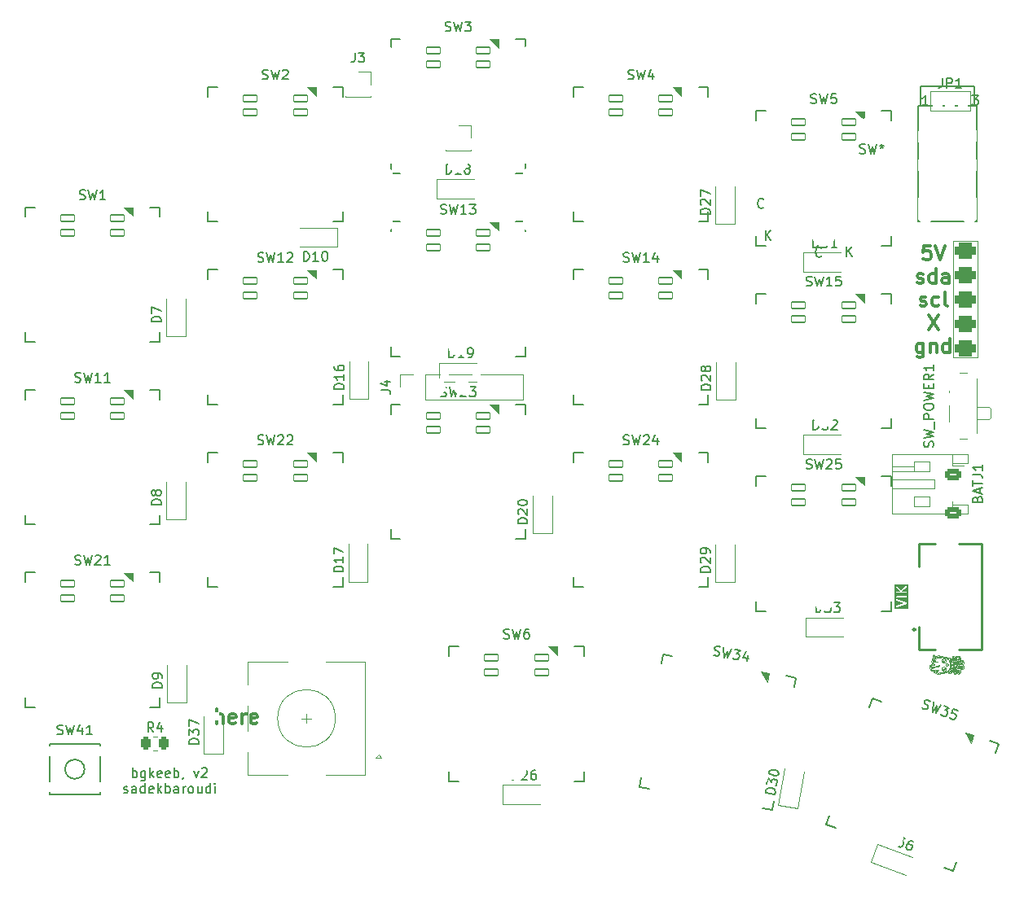
<source format=gbr>
%TF.GenerationSoftware,KiCad,Pcbnew,7.0.9*%
%TF.CreationDate,2023-12-02T05:10:55-05:00*%
%TF.ProjectId,bgkeeb,62676b65-6562-42e6-9b69-6361645f7063,rev?*%
%TF.SameCoordinates,Original*%
%TF.FileFunction,Legend,Top*%
%TF.FilePolarity,Positive*%
%FSLAX46Y46*%
G04 Gerber Fmt 4.6, Leading zero omitted, Abs format (unit mm)*
G04 Created by KiCad (PCBNEW 7.0.9) date 2023-12-02 05:10:55*
%MOMM*%
%LPD*%
G01*
G04 APERTURE LIST*
G04 Aperture macros list*
%AMRoundRect*
0 Rectangle with rounded corners*
0 $1 Rounding radius*
0 $2 $3 $4 $5 $6 $7 $8 $9 X,Y pos of 4 corners*
0 Add a 4 corners polygon primitive as box body*
4,1,4,$2,$3,$4,$5,$6,$7,$8,$9,$2,$3,0*
0 Add four circle primitives for the rounded corners*
1,1,$1+$1,$2,$3*
1,1,$1+$1,$4,$5*
1,1,$1+$1,$6,$7*
1,1,$1+$1,$8,$9*
0 Add four rect primitives between the rounded corners*
20,1,$1+$1,$2,$3,$4,$5,0*
20,1,$1+$1,$4,$5,$6,$7,0*
20,1,$1+$1,$6,$7,$8,$9,0*
20,1,$1+$1,$8,$9,$2,$3,0*%
%AMRotRect*
0 Rectangle, with rotation*
0 The origin of the aperture is its center*
0 $1 length*
0 $2 width*
0 $3 Rotation angle, in degrees counterclockwise*
0 Add horizontal line*
21,1,$1,$2,0,0,$3*%
G04 Aperture macros list end*
%ADD10C,0.050000*%
%ADD11C,0.200000*%
%ADD12C,0.300000*%
%ADD13C,0.150000*%
%ADD14C,0.120000*%
%ADD15C,0.254000*%
%ADD16C,0.100000*%
%ADD17C,1.750000*%
%ADD18R,1.000000X1.500000*%
%ADD19O,1.700000X1.700000*%
%ADD20R,1.700000X1.700000*%
%ADD21R,1.250000X0.280000*%
%ADD22R,2.000000X1.800000*%
%ADD23RoundRect,0.250000X-0.262500X-0.450000X0.262500X-0.450000X0.262500X0.450000X-0.262500X0.450000X0*%
%ADD24C,1.701800*%
%ADD25C,0.990600*%
%ADD26C,3.429000*%
%ADD27C,2.032000*%
%ADD28R,1.800000X1.100000*%
%ADD29R,2.000000X2.000000*%
%ADD30C,2.000000*%
%ADD31C,3.200000*%
%ADD32C,0.800000*%
%ADD33O,1.600000X2.000000*%
%ADD34R,1.200000X0.900000*%
%ADD35R,0.900000X1.200000*%
%ADD36RotRect,0.900000X1.200000X80.000000*%
%ADD37RotRect,0.900000X1.200000X340.000000*%
%ADD38RoundRect,0.250000X-0.625000X0.350000X-0.625000X-0.350000X0.625000X-0.350000X0.625000X0.350000X0*%
%ADD39O,1.750000X1.200000*%
%ADD40C,1.900000*%
%ADD41C,2.500000*%
%ADD42C,2.200000*%
%ADD43C,5.000000*%
%ADD44R,0.800000X1.000000*%
%ADD45C,1.100000*%
%ADD46R,1.500000X0.700000*%
%ADD47RoundRect,0.425000X0.675000X0.425000X-0.675000X0.425000X-0.675000X-0.425000X0.675000X-0.425000X0*%
%ADD48RoundRect,0.425000X0.675000X-0.425000X0.675000X0.425000X-0.675000X0.425000X-0.675000X-0.425000X0*%
%ADD49RoundRect,0.082000X0.718000X-0.328000X0.718000X0.328000X-0.718000X0.328000X-0.718000X-0.328000X0*%
%ADD50RoundRect,0.082000X0.650135X-0.447696X0.764049X0.198338X-0.650135X0.447696X-0.764049X-0.198338X0*%
%ADD51RoundRect,0.082000X0.562517X-0.553790X0.786882X0.062649X-0.562517X0.553790X-0.786882X-0.062649X0*%
G04 APERTURE END LIST*
D10*
X150764683Y-97928377D02*
X150717502Y-97949204D01*
X150701287Y-97954971D01*
X148074777Y-98770460D02*
X148080845Y-98795710D01*
X150958683Y-98413023D02*
X150939985Y-98366929D01*
X150115349Y-98535898D02*
X150110967Y-98485327D01*
X150104002Y-98435048D01*
X150094203Y-98385251D01*
X150091881Y-98375367D01*
X148214299Y-98132242D02*
X148236416Y-98084608D01*
X148253341Y-98052867D01*
X150038026Y-99379898D02*
X150070338Y-99341493D01*
X150079703Y-99331002D01*
X150981891Y-98094044D02*
X151032142Y-98075793D01*
X151078355Y-98049048D01*
X151084058Y-98044742D01*
X148192436Y-99103179D02*
X148238219Y-99128088D01*
X148257400Y-99135169D01*
X151209349Y-98721419D02*
X151230370Y-98742481D01*
X151087047Y-98310846D02*
X151036608Y-98306427D01*
X151010224Y-98303658D01*
X150528516Y-98626117D02*
X150530323Y-98678964D01*
X150536742Y-98731407D01*
X150538110Y-98738335D01*
X150124058Y-98974721D02*
X150119016Y-99009752D01*
X149899933Y-98600200D02*
X149898464Y-98648565D01*
X150222255Y-98261408D02*
X150240422Y-98264888D01*
X150707037Y-98417846D02*
X150755134Y-98436350D01*
X150779631Y-98447690D01*
X150450391Y-97793992D02*
X150450391Y-97793992D01*
X150465026Y-97980356D02*
X150458516Y-97974065D01*
X148473397Y-97840127D02*
X148487631Y-97855252D01*
X149577568Y-97966888D02*
X149620632Y-97996918D01*
X149643516Y-98018773D01*
X148524351Y-97648981D02*
X148557130Y-97690644D01*
X148589276Y-97732815D01*
X151489068Y-98677158D02*
X151502100Y-98727861D01*
X151506016Y-98755065D01*
X150676880Y-99372762D02*
X150676880Y-99372898D01*
X148301750Y-98201221D02*
X148350601Y-98213584D01*
X148361942Y-98216169D01*
X150938339Y-97780335D02*
X150905860Y-97785106D01*
X150818672Y-98569856D02*
X150805193Y-98521440D01*
X151149516Y-98502752D02*
X151174209Y-98456992D01*
X151186016Y-98412575D01*
X151002412Y-98790764D02*
X151002412Y-98790764D01*
X150160464Y-98391335D02*
X150160464Y-98391335D01*
X150576755Y-98181815D02*
X150593308Y-98183419D01*
X150501297Y-98958128D02*
X150506881Y-98962408D01*
X151079599Y-99523169D02*
X151031288Y-99541426D01*
X151019453Y-99543252D01*
X150483276Y-97702606D02*
X150522518Y-97733902D01*
X150536995Y-97747179D01*
X150992193Y-98865544D02*
X150965735Y-98894762D01*
X151247005Y-98365856D02*
X151265932Y-98413404D01*
X151270526Y-98419179D01*
X148844360Y-99351210D02*
X148829724Y-99361158D01*
X149708162Y-98135054D02*
X149707494Y-98185584D01*
X149704860Y-98211971D01*
X148985745Y-97761679D02*
X149031078Y-97785563D01*
X149035943Y-97787700D01*
X148257400Y-99135169D02*
X148309212Y-99149543D01*
X148362084Y-99159561D01*
X148386660Y-99163148D01*
X148885266Y-98793929D02*
X148886922Y-98800044D01*
X150582995Y-98291127D02*
X150554089Y-98303575D01*
X150454453Y-98155710D02*
X150432599Y-98201466D01*
X150432141Y-98203044D01*
X148395627Y-98085929D02*
X148369392Y-98071106D01*
X150869401Y-98467544D02*
X150866641Y-98456169D01*
X150761870Y-98266356D02*
X150761870Y-98266356D01*
X151408662Y-98722002D02*
X151363369Y-98700571D01*
X151360120Y-98699742D01*
X150224401Y-99476190D02*
X150177120Y-99496211D01*
X150165370Y-99498231D01*
X150233901Y-98745742D02*
X150202891Y-98739408D01*
X150781151Y-98868711D02*
X150787485Y-98890710D01*
X148330396Y-97688148D02*
X148329236Y-97637998D01*
X148330441Y-97630908D01*
X149373308Y-98874908D02*
X149420093Y-98852588D01*
X149470747Y-98841697D01*
X149494714Y-98841045D01*
X151026099Y-97958981D02*
X151077168Y-97952727D01*
X151082506Y-97952648D01*
X148534078Y-98604929D02*
X148532115Y-98608585D01*
X148208142Y-98373575D02*
X148200139Y-98324082D01*
X148196274Y-98279971D01*
X150636901Y-99577512D02*
X150585874Y-99580186D01*
X150568943Y-99578190D01*
X151488839Y-99044148D02*
X151462026Y-99081627D01*
X149891818Y-97894242D02*
X149934183Y-97921537D01*
X149940224Y-97925429D01*
X149006360Y-98704783D02*
X148977849Y-98717627D01*
X148344406Y-98087533D02*
X148316999Y-98130979D01*
X148309247Y-98146252D01*
X150648724Y-98591585D02*
X150641183Y-98592294D01*
X151125422Y-98995242D02*
X151160401Y-98965481D01*
X150992099Y-97789481D02*
X150993891Y-97786627D01*
X150611328Y-98503825D02*
X150596068Y-98531440D01*
X150242110Y-98975127D02*
X150191373Y-98963673D01*
X150168047Y-98959867D01*
X151251516Y-98226200D02*
X151222110Y-98231742D01*
X148369392Y-98071106D02*
X148359219Y-98072137D01*
X151442037Y-98148971D02*
X151477510Y-98185485D01*
X151483797Y-98198450D01*
X149671620Y-99333992D02*
X149720217Y-99319950D01*
X149768043Y-99303506D01*
X149810339Y-99285533D01*
X150432141Y-98203044D02*
X150430495Y-98217502D01*
X151041808Y-99205804D02*
X151012318Y-99194158D01*
X149263766Y-98176231D02*
X149270221Y-98125799D01*
X149287283Y-98077895D01*
X149311422Y-98038450D01*
X150224485Y-98231023D02*
X150219266Y-98254221D01*
X148330441Y-97630908D02*
X148348377Y-97602533D01*
X150535922Y-98516273D02*
X150530358Y-98567429D01*
X150529099Y-98590783D01*
X151027797Y-99160075D02*
X151006787Y-99151325D01*
X149857860Y-98562408D02*
X149845141Y-98546523D01*
X151179547Y-99133877D02*
X151191328Y-99176304D01*
X150429828Y-99127544D02*
X150477474Y-99144898D01*
X150353214Y-99208117D02*
X150376776Y-99213346D01*
X150146985Y-99364325D02*
X150151672Y-99366387D01*
X149427433Y-98390179D02*
X149377848Y-98370619D01*
X149334224Y-98339981D01*
X150583672Y-98787502D02*
X150635203Y-98789022D01*
X150655276Y-98786523D01*
X151318349Y-98479148D02*
X151267173Y-98484740D01*
X151251068Y-98490877D01*
X151145943Y-98886243D02*
X151097606Y-98870755D01*
X151068089Y-98863127D01*
X150847453Y-98974138D02*
X150854412Y-98977315D01*
X151222110Y-98231742D02*
X151215558Y-98239367D01*
X147996918Y-98732492D02*
X147998656Y-98681515D01*
X148001559Y-98664763D01*
X148569550Y-99175773D02*
X148623348Y-99176246D01*
X148677149Y-99175618D01*
X148701974Y-99175054D01*
X149930495Y-99419387D02*
X149938664Y-99369440D01*
X149943933Y-99353356D01*
X151159599Y-98736554D02*
X151122444Y-98702112D01*
X151117620Y-98699877D01*
X148329102Y-98447106D02*
X148363988Y-98485018D01*
X148405077Y-98516194D01*
X148425477Y-98528492D01*
X150451870Y-99261617D02*
X150466318Y-99282585D01*
X150840401Y-98954513D02*
X150847453Y-98974138D01*
X150934995Y-98262273D02*
X150921120Y-98253471D01*
X150615703Y-99323054D02*
X150666325Y-99317598D01*
X150679953Y-99313242D01*
X150817651Y-99265325D02*
X150871184Y-99269520D01*
X150924821Y-99271962D01*
X150973630Y-99272523D01*
X150219266Y-98254221D02*
X150219266Y-98254221D01*
X150934547Y-98267700D02*
X150934995Y-98262273D01*
X148852339Y-98327179D02*
X148850735Y-98333471D01*
X151113110Y-98244763D02*
X151062996Y-98230240D01*
X151039360Y-98227856D01*
X150770391Y-98728648D02*
X150792847Y-98683783D01*
X150804308Y-98651419D01*
X151240089Y-98766492D02*
X151243878Y-98817875D01*
X151243880Y-98835066D01*
X148709693Y-97939356D02*
X148661315Y-97952137D01*
X148623495Y-97961440D01*
X149932193Y-98049690D02*
X149894682Y-98012922D01*
X149853344Y-97980521D01*
X149833006Y-97967283D01*
X150051276Y-97877106D02*
X150100660Y-97887377D01*
X150128339Y-97899960D01*
X148382822Y-97919315D02*
X148383580Y-97914190D01*
X148725849Y-98763544D02*
X148771810Y-98741936D01*
X148817355Y-98719470D01*
X148838735Y-98709867D01*
X148672578Y-99410773D02*
X148695464Y-99429075D01*
X150631099Y-98268544D02*
X150601287Y-98266763D01*
X150799756Y-98385710D02*
X150790162Y-98370325D01*
X148144426Y-99191387D02*
X148111632Y-99157304D01*
X151084058Y-98044742D02*
X151109766Y-98015117D01*
X150922276Y-98274752D02*
X150934547Y-98267700D01*
X148161203Y-98947419D02*
X148130015Y-98953033D01*
X149769610Y-99398773D02*
X149719393Y-99415018D01*
X149668658Y-99429553D01*
X149617572Y-99442788D01*
X149607328Y-99445315D01*
X149367599Y-98242137D02*
X149367599Y-98242137D01*
X151483797Y-98198450D02*
X151499950Y-98248125D01*
X151507578Y-98283096D01*
X150739922Y-98953972D02*
X150736175Y-98904055D01*
X150735505Y-98898920D01*
X151194224Y-98053888D02*
X151175485Y-98097835D01*
X151462026Y-99081627D02*
X151418703Y-99098981D01*
X148817318Y-99336533D02*
X148842078Y-99340283D01*
X148305588Y-98284387D02*
X148296665Y-98291617D01*
X151320276Y-98949919D02*
X151315766Y-98940368D01*
X149901183Y-99225835D02*
X149936631Y-99190323D01*
X149968667Y-99151663D01*
X149988641Y-99124815D01*
X149710130Y-98610544D02*
X149712162Y-98557021D01*
X149718160Y-98503815D01*
X149719412Y-98496773D01*
X150554089Y-98303575D02*
X150529860Y-98319325D01*
X148795183Y-98339710D02*
X148744187Y-98335424D01*
X148693301Y-98329850D01*
X148678776Y-98328200D01*
X149425683Y-97764940D02*
X149477616Y-97775356D01*
X149529651Y-97785242D01*
X149559495Y-98133710D02*
X149559495Y-98133710D01*
X151067151Y-99266263D02*
X151101370Y-99256929D01*
X148149335Y-98876826D02*
X148199735Y-98884854D01*
X148219564Y-98887450D01*
X149815474Y-98542638D02*
X149813151Y-98555940D01*
X151077547Y-98696752D02*
X151035173Y-98724571D01*
X151029183Y-98731950D01*
X151048141Y-99428450D02*
X151071485Y-99398106D01*
X149866026Y-98716825D02*
X149827729Y-98751663D01*
X149795703Y-98766888D01*
X150727922Y-98761981D02*
X150741620Y-98760242D01*
X150574745Y-98527825D02*
X150566224Y-98487450D01*
X148449884Y-98124658D02*
X148409457Y-98095208D01*
X148395627Y-98085929D01*
X150648495Y-97872960D02*
X150600773Y-97894021D01*
X150582683Y-97903481D01*
X149623610Y-99012867D02*
X149613797Y-98994710D01*
X150795068Y-98363763D02*
X150812912Y-98364388D01*
X148850735Y-98333471D02*
X148838193Y-98339221D01*
X151381797Y-98415523D02*
X151413762Y-98374783D01*
X151418568Y-98360908D01*
X151157860Y-97797783D02*
X151180213Y-97845156D01*
X151195525Y-97895259D01*
X151203287Y-97942252D01*
X148452963Y-99304054D02*
X148478796Y-99288794D01*
X151185662Y-99103356D02*
X151177360Y-99109065D01*
X150453297Y-99252117D02*
X150451776Y-99261169D01*
X149311422Y-98038450D02*
X149347503Y-98001597D01*
X149390998Y-97973941D01*
X149397266Y-97971075D01*
X150854412Y-98977315D02*
X150876099Y-98963211D01*
X150596068Y-98531440D02*
X150584828Y-98535054D01*
X150447755Y-98053221D02*
X150462969Y-98004708D01*
X150464630Y-97997627D01*
X149396422Y-98288981D02*
X149444974Y-98302735D01*
X149461870Y-98300856D01*
X148623495Y-97961440D02*
X148571470Y-97974114D01*
X148519575Y-97987307D01*
X148495751Y-97993877D01*
X150687672Y-99381012D02*
X150730599Y-99399002D01*
X150824068Y-98892398D02*
X150835630Y-98904179D01*
X151187089Y-98828554D02*
X151185120Y-98790138D01*
X149468880Y-97862117D02*
X149418574Y-97851902D01*
X149368286Y-97841544D01*
X149334797Y-97834408D01*
X148179228Y-98871388D02*
X148148888Y-98873169D01*
X149858974Y-99361294D02*
X149812187Y-99382834D01*
X149769610Y-99398773D01*
X149097433Y-97851898D02*
X149045051Y-97839828D01*
X148993396Y-97824874D01*
X148978787Y-97820137D01*
X148863589Y-98815127D02*
X148816422Y-98824493D01*
X150932005Y-98437721D02*
X150950297Y-98435825D01*
X151143318Y-99457669D02*
X151111138Y-99498242D01*
X151079599Y-99523169D01*
X150734839Y-98986596D02*
X150739922Y-98953972D01*
X151378318Y-98789024D02*
X151414464Y-98763231D01*
X150635422Y-99481763D02*
X150649526Y-99489221D01*
X148828651Y-97764940D02*
X148827401Y-97768908D01*
X151163349Y-98128356D02*
X151166474Y-98138169D01*
X150787214Y-98089096D02*
X150742006Y-98066179D01*
X150719797Y-98059825D01*
X150251526Y-98742033D02*
X150233901Y-98745742D01*
X148676453Y-99398773D02*
X148670610Y-99405023D01*
X148196274Y-98279971D02*
X148194674Y-98229253D01*
X148196184Y-98202731D01*
X151401703Y-98517117D02*
X151401610Y-98509710D01*
X150804308Y-98651419D02*
X150815991Y-98600863D01*
X150818672Y-98569856D01*
X151080630Y-98474377D02*
X151086516Y-98482763D01*
X148377111Y-97923065D02*
X148382822Y-97919315D01*
X148665922Y-99345460D02*
X148717942Y-99341988D01*
X148769935Y-99337819D01*
X148817318Y-99336533D01*
X150859860Y-98724460D02*
X150841381Y-98716023D01*
X150712349Y-98466075D02*
X150687141Y-98462148D01*
X150039995Y-99331356D02*
X150025672Y-99380752D01*
X151251068Y-98490877D02*
X151223276Y-98514658D01*
X151342755Y-98926627D02*
X151377745Y-98923721D01*
X150784183Y-98277294D02*
X150835067Y-98283476D01*
X150861953Y-98283492D01*
X148450910Y-99264523D02*
X148400922Y-99252441D01*
X148393710Y-99251002D01*
X150796006Y-98317669D02*
X150746839Y-98306055D01*
X150698272Y-98292143D01*
X150684547Y-98287690D01*
X150132214Y-99265856D02*
X150110401Y-99256533D01*
X148414457Y-97662856D02*
X148412047Y-97664502D01*
X148467062Y-98859387D02*
X148412378Y-98862758D01*
X148357659Y-98865663D01*
X148302909Y-98868020D01*
X148272482Y-98869065D01*
X148860641Y-99211065D02*
X148809958Y-99222817D01*
X148764849Y-99231544D01*
X150780349Y-97915575D02*
X150764683Y-97928377D01*
X149862318Y-98620502D02*
X149860417Y-98569345D01*
X149857860Y-98562408D01*
X148420301Y-97667002D02*
X148414457Y-97662856D01*
X150592412Y-97988877D02*
X150544331Y-98005811D01*
X150522901Y-98014627D01*
X150593703Y-98273898D02*
X150582995Y-98291127D01*
X148354891Y-97744367D02*
X148346324Y-97727950D01*
X150676881Y-99372940D02*
X150687672Y-99381012D01*
X150488141Y-97806617D02*
X150462266Y-97784440D01*
X149701380Y-99117273D02*
X149688585Y-99167057D01*
X149677964Y-99187908D01*
X148384652Y-98912387D02*
X148425700Y-98923773D01*
X148168967Y-99202012D02*
X148144426Y-99191387D01*
X151150453Y-98841534D02*
X151179766Y-98838190D01*
X149607328Y-99445315D02*
X149557019Y-99457098D01*
X149506537Y-99468074D01*
X149455902Y-99478302D01*
X149405132Y-99487843D01*
X149376068Y-99493012D01*
X148146345Y-98875221D02*
X148149335Y-98876826D01*
X150564880Y-98851752D02*
X150533353Y-98891962D01*
X150519724Y-98915066D01*
X148966203Y-97888221D02*
X148944474Y-97894106D01*
X150458516Y-97974065D02*
X150433703Y-97975356D01*
X150804839Y-98895794D02*
X150824068Y-98892398D01*
X150827912Y-98720710D02*
X150807964Y-98757658D01*
X151184453Y-98932960D02*
X151181599Y-98909533D01*
X150528516Y-98626117D02*
X150528516Y-98626117D01*
X151107891Y-97928335D02*
X151096978Y-97878645D01*
X151096110Y-97875367D01*
X151517089Y-98425783D02*
X151509659Y-98476283D01*
X151497023Y-98525780D01*
X151492589Y-98539690D01*
X150594505Y-98833420D02*
X150564880Y-98851752D01*
X148295103Y-98197606D02*
X148301750Y-98201221D01*
X148388623Y-98654898D02*
X148337344Y-98665773D01*
X148285917Y-98675898D01*
X148234480Y-98685913D01*
X148224204Y-98687960D01*
X151050505Y-98462992D02*
X151080630Y-98474377D01*
X150647610Y-98967139D02*
X150647610Y-98967139D01*
X149442953Y-99291690D02*
X149392783Y-99274624D01*
X149353276Y-99249575D01*
X151476037Y-98654492D02*
X151489068Y-98677158D01*
X150555693Y-98775325D02*
X150583672Y-98787502D01*
X151215558Y-98248335D02*
X151225641Y-98277565D01*
X149397266Y-97971075D02*
X149446150Y-97956507D01*
X149497099Y-97952800D01*
X149503901Y-97953002D01*
X149262787Y-99058294D02*
X149270369Y-99007058D01*
X149290336Y-98959319D01*
X149303610Y-98939387D01*
X149061203Y-97765971D02*
X149013248Y-97749311D01*
X148994276Y-97743481D01*
X149334797Y-97834408D02*
X149284296Y-97823355D01*
X149233880Y-97811928D01*
X149183581Y-97800006D01*
X149133433Y-97787471D01*
X149575828Y-99053471D02*
X149603849Y-99049367D01*
X149845724Y-98632950D02*
X149851839Y-98632502D01*
X150598349Y-98102742D02*
X150578052Y-98149011D01*
X150575641Y-98158075D01*
X149503901Y-97953002D02*
X149555351Y-97959025D01*
X149577568Y-97966888D01*
X148487631Y-97855252D02*
X148534251Y-97876041D01*
X148537470Y-97877158D01*
X150968547Y-98723481D02*
X150990547Y-98697773D01*
X150645641Y-99237658D02*
X150695287Y-99248366D01*
X150718016Y-99252429D01*
X150234620Y-99268981D02*
X150232214Y-99273179D01*
X150540297Y-99502512D02*
X150552433Y-99460346D01*
X150866641Y-98456169D02*
X150842453Y-98426585D01*
X151332360Y-98544867D02*
X151380740Y-98532176D01*
X151387328Y-98529346D01*
X149068651Y-97675700D02*
X149117393Y-97687674D01*
X149154724Y-97699127D01*
X148891922Y-99183179D02*
X148901599Y-99188315D01*
X148273195Y-99229721D02*
X148223894Y-99218362D01*
X148175353Y-99204182D01*
X148168967Y-99202012D01*
X148253341Y-98052867D02*
X148280646Y-98008585D01*
X148312102Y-97967148D01*
X150992016Y-99449596D02*
X151040147Y-99433501D01*
X151048141Y-99428450D01*
X150232703Y-98697200D02*
X150253401Y-98729096D01*
X148532249Y-98600242D02*
X148534078Y-98604929D01*
X151260703Y-98139377D02*
X151311317Y-98134931D01*
X151362059Y-98133167D01*
X151376578Y-98133617D01*
X149376068Y-99493012D02*
X149321867Y-99502074D01*
X149267552Y-99510450D01*
X149213127Y-99518114D01*
X149158599Y-99525044D01*
X150758797Y-99342731D02*
X150710030Y-99354926D01*
X150696641Y-99359335D01*
X148224204Y-98687960D02*
X148173931Y-98698558D01*
X148129925Y-98709512D01*
X149613797Y-98994710D02*
X149577162Y-98985523D01*
X150689766Y-99300346D02*
X150660412Y-99284242D01*
X150584828Y-98535054D02*
X150574745Y-98527825D01*
X149962130Y-97931408D02*
X149977485Y-97920127D01*
X148497625Y-98572179D02*
X148532249Y-98600242D01*
X149713828Y-98699471D02*
X149710472Y-98649496D01*
X149710130Y-98610544D01*
X150423308Y-97684940D02*
X150444235Y-97681731D01*
X151191328Y-99176304D02*
X151197125Y-99228411D01*
X151196412Y-99280874D01*
X151194360Y-99304992D01*
X150637964Y-98879691D02*
X150634266Y-98851794D01*
X148790235Y-99542627D02*
X148739489Y-99535516D01*
X148709870Y-99527231D01*
X150547485Y-98478252D02*
X150535922Y-98516273D01*
X150489078Y-98792899D02*
X150481360Y-98772513D01*
X151506245Y-98981731D02*
X151493757Y-99030820D01*
X151488839Y-99044148D01*
X149606214Y-99257825D02*
X149561137Y-99280656D01*
X149518318Y-99292981D01*
X150451776Y-99261169D02*
X150451870Y-99261617D01*
X150651974Y-98060627D02*
X150608805Y-98088865D01*
X150598349Y-98102742D01*
X151492589Y-98539690D02*
X151477078Y-98589721D01*
X151471703Y-98616617D01*
X148080845Y-98795710D02*
X148110204Y-98807096D01*
X150980016Y-98309148D02*
X150978714Y-98320710D01*
X150541505Y-99431127D02*
X150499866Y-99400635D01*
X150496933Y-99398825D01*
X150937360Y-98955137D02*
X150936776Y-98968919D01*
X149719412Y-98496773D02*
X149727974Y-98471023D01*
X151086516Y-98482763D02*
X151078703Y-98499940D01*
X150950297Y-98435825D02*
X150958683Y-98413023D01*
X148309247Y-98146252D02*
X148294522Y-98185606D01*
X151029183Y-98731950D02*
X151004995Y-98774658D01*
X150904162Y-97789388D02*
X150954499Y-97792029D01*
X150959714Y-97792023D01*
X149263766Y-98176231D02*
X149263766Y-98176231D01*
X150119016Y-99009752D02*
X150118880Y-99025408D01*
X148836016Y-97853950D02*
X148791262Y-97829025D01*
X148775506Y-97822450D01*
X150462266Y-97784440D02*
X150455662Y-97782294D01*
X151234068Y-98947460D02*
X151225995Y-98987169D01*
X151215558Y-98239367D02*
X151215558Y-98248335D01*
X151045068Y-98984096D02*
X151068308Y-98967096D01*
X150139495Y-98002710D02*
X150104110Y-97976387D01*
X148556655Y-98176367D02*
X148554469Y-98182835D01*
X151124578Y-98304460D02*
X151087047Y-98310846D01*
X150529860Y-98319325D02*
X150528068Y-98335429D01*
X149353276Y-99249575D02*
X149315364Y-99211787D01*
X149286793Y-99166539D01*
X149280589Y-99152523D01*
X151008120Y-98415919D02*
X151038288Y-98455795D01*
X151050505Y-98462992D01*
X149955401Y-99316325D02*
X149949151Y-99314137D01*
X148123277Y-98987835D02*
X148143703Y-99036310D01*
X148164103Y-99071856D01*
X150978714Y-98320710D02*
X150978714Y-98320710D01*
X151110922Y-99247471D02*
X151108110Y-99237440D01*
X150614860Y-98837252D02*
X150594505Y-98833420D01*
X151081120Y-97841992D02*
X151054922Y-97839096D01*
X151377745Y-98923721D02*
X151414016Y-98907263D01*
X148624255Y-99489794D02*
X148578368Y-99464973D01*
X148533722Y-99438044D01*
X148386660Y-99163148D02*
X148437927Y-99168835D01*
X148489362Y-99172660D01*
X148540898Y-99174989D01*
X148569550Y-99175773D01*
X148838193Y-98339221D02*
X148795183Y-98339710D01*
X148487007Y-98304731D02*
X148434999Y-98298417D01*
X148382965Y-98292253D01*
X148330906Y-98286335D01*
X148320491Y-98285190D01*
X149692953Y-98080075D02*
X149707586Y-98127888D01*
X149708162Y-98135054D01*
X150202891Y-98739408D02*
X150176974Y-98754575D01*
X148279575Y-98562450D02*
X148256891Y-98515833D01*
X148242944Y-98488023D01*
X150779631Y-98447690D02*
X150827397Y-98467239D01*
X150846912Y-98472440D01*
X149366526Y-99133700D02*
X149366703Y-99137888D01*
X148580348Y-97889742D02*
X148596943Y-97889919D01*
X150620474Y-98505648D02*
X150617224Y-98496856D01*
X148526137Y-98177835D02*
X148482196Y-98149500D01*
X148449884Y-98124658D01*
X150565995Y-99217888D02*
X150615646Y-99230722D01*
X150645641Y-99237658D01*
X148196184Y-98202731D02*
X148206409Y-98153655D01*
X148214299Y-98132242D01*
X151344547Y-98961960D02*
X151320276Y-98949919D01*
X150165724Y-98364387D02*
X150160464Y-98391335D01*
X148425477Y-98528492D02*
X148468875Y-98553520D01*
X148497625Y-98572179D01*
X150188756Y-98902128D02*
X150238329Y-98910592D01*
X150268349Y-98913867D01*
X150899203Y-98762606D02*
X150862533Y-98726608D01*
X150859860Y-98724460D01*
X150861953Y-98283492D02*
X150913079Y-98277366D01*
X150922276Y-98274752D01*
X148290596Y-98340960D02*
X148301070Y-98393463D01*
X148324884Y-98441309D01*
X148329102Y-98447106D01*
X150396089Y-97720815D02*
X150423308Y-97684940D01*
X150556360Y-98379742D02*
X150603049Y-98398438D01*
X150625964Y-98400533D01*
X151013026Y-98608721D02*
X151004005Y-98558980D01*
X150988266Y-98528179D01*
X150117141Y-98019263D02*
X150155506Y-98052501D01*
X150159922Y-98055356D01*
X150730599Y-99399002D02*
X150780363Y-99415051D01*
X150830864Y-99428714D01*
X150837630Y-99430408D01*
X150151672Y-99366387D02*
X150155818Y-99363929D01*
X149823058Y-98538940D02*
X149815474Y-98542638D01*
X148348377Y-97602533D02*
X148396251Y-97587081D01*
X148397859Y-97586825D01*
X150159703Y-98810085D02*
X150158058Y-98851752D01*
X151021683Y-98855325D02*
X150992193Y-98865544D01*
X150137078Y-98262127D02*
X150159568Y-98251908D01*
X149560391Y-98996721D02*
X149554943Y-99018492D01*
X150466683Y-98900877D02*
X150488521Y-98855431D01*
X150490724Y-98846315D01*
X150096881Y-99318065D02*
X150109995Y-99321940D01*
X151261953Y-98553523D02*
X151312665Y-98548084D01*
X151332360Y-98544867D01*
X149710130Y-98610544D02*
X149710130Y-98610544D01*
X150921120Y-98253471D02*
X150875516Y-98245794D01*
X148455416Y-99381419D02*
X148429315Y-99353398D01*
X148670610Y-99405023D02*
X148672578Y-99410773D01*
X150939985Y-98366929D02*
X150913037Y-98348502D01*
X150726401Y-97747804D02*
X150777206Y-97731536D01*
X150828129Y-97715570D01*
X150879390Y-97700731D01*
X150889703Y-97697971D01*
X149795703Y-98766888D02*
X149749172Y-98767742D01*
X151159953Y-98272210D02*
X151116262Y-98246042D01*
X151113110Y-98244763D01*
X150158058Y-98851752D02*
X150163318Y-98885304D01*
X149278183Y-98258825D02*
X149265434Y-98207789D01*
X149263766Y-98176231D01*
X150787266Y-98116044D02*
X150798860Y-98105960D01*
X150781151Y-98868711D02*
X150781151Y-98868711D01*
X148775506Y-97822450D02*
X148754943Y-97820356D01*
X149943933Y-99353356D02*
X149955266Y-99323106D01*
X150163318Y-98885304D02*
X150188756Y-98902128D01*
X149688849Y-98983106D02*
X149701091Y-99032527D01*
X149704134Y-99083391D01*
X149701380Y-99117273D01*
X150704141Y-98837075D02*
X150682005Y-98862638D01*
X150417870Y-98921408D02*
X150447537Y-98917210D01*
X151078703Y-98499940D02*
X151062558Y-98525731D01*
X148419142Y-98935054D02*
X148368448Y-98941963D01*
X148366804Y-98942106D01*
X150542130Y-98116888D02*
X150543245Y-98098065D01*
X150374589Y-98158075D02*
X150397745Y-98154950D01*
X151320047Y-98933658D02*
X151342755Y-98926627D01*
X151098026Y-97996023D02*
X151065099Y-97996554D01*
X151019901Y-98001867D02*
X150991974Y-97997492D01*
X151188558Y-98143794D02*
X151240448Y-98141195D01*
X151260703Y-98139377D01*
X149262068Y-99418002D02*
X149317016Y-99409003D01*
X149371847Y-99399266D01*
X149426549Y-99388815D01*
X149456880Y-99382710D01*
X151062558Y-98525731D02*
X151065901Y-98540408D01*
X150790162Y-98370325D02*
X150795068Y-98363763D01*
X148070850Y-98618044D02*
X148123697Y-98610189D01*
X148176761Y-98603969D01*
X148191900Y-98602075D01*
X149877578Y-98541033D02*
X149897152Y-98588636D01*
X149899933Y-98600200D01*
X149919526Y-99326002D02*
X149875993Y-99351392D01*
X149858974Y-99361294D01*
X149649630Y-97808846D02*
X149700361Y-97820389D01*
X149750626Y-97833814D01*
X149783703Y-97844231D01*
X151128724Y-98294335D02*
X151129349Y-98300044D01*
X148601224Y-97883669D02*
X148590256Y-97860648D01*
X150905860Y-97785106D02*
X150901933Y-97787919D01*
X150641183Y-98592294D02*
X150631547Y-98581502D01*
X148622953Y-98268106D02*
X148672549Y-98278076D01*
X148722033Y-98288663D01*
X148771316Y-98300122D01*
X148798578Y-98306960D01*
X150481360Y-98772513D02*
X150477425Y-98721954D01*
X150478276Y-98714731D01*
X151506016Y-98755065D02*
X151510907Y-98806225D01*
X151513066Y-98857592D01*
X151513162Y-98891867D01*
X150993891Y-97786627D02*
X150990412Y-97784085D01*
X150496933Y-99398825D02*
X150452840Y-99373599D01*
X150408318Y-99349117D01*
X148901599Y-99188315D02*
X148900578Y-99193533D01*
X150687141Y-98462148D02*
X150672683Y-98470981D01*
X150876099Y-98963211D02*
X150901655Y-98920231D01*
X150914464Y-98888388D01*
X151336516Y-98807898D02*
X151378318Y-98789024D01*
X148762391Y-99447544D02*
X148815263Y-99452555D01*
X148868407Y-99453903D01*
X148892943Y-99453794D01*
X150118964Y-98222231D02*
X150127401Y-98255294D01*
X149269839Y-97730044D02*
X149323273Y-97742617D01*
X149376849Y-97754577D01*
X149425683Y-97764940D01*
X150735505Y-98898920D02*
X150722801Y-98849666D01*
X150719620Y-98843096D01*
X150557526Y-97931773D02*
X150589068Y-97934221D01*
X151225641Y-98277565D02*
X151238873Y-98326930D01*
X151247005Y-98365856D01*
X148881964Y-98807585D02*
X148863589Y-98815127D01*
X149949151Y-99314137D02*
X149919526Y-99326002D01*
X151507578Y-98283096D02*
X151515770Y-98336252D01*
X151518752Y-98389953D01*
X151517089Y-98425783D01*
X150676610Y-99452179D02*
X150640641Y-99464763D01*
X151401610Y-98509710D02*
X151378235Y-98492492D01*
X150168047Y-98959867D02*
X150137266Y-98961512D01*
X150128339Y-97899960D02*
X150170883Y-97927430D01*
X150184328Y-97937658D01*
X148009947Y-98879283D02*
X148003343Y-98842920D01*
X150193120Y-98139825D02*
X150183933Y-98128710D01*
X148383580Y-97914190D02*
X148366179Y-97883669D01*
X151215558Y-98248335D02*
X151215558Y-98248335D01*
X150376058Y-97869700D02*
X150376464Y-97827273D01*
X150718016Y-99252429D02*
X150767712Y-99259713D01*
X150817651Y-99265325D01*
X150280526Y-99284283D02*
X150240953Y-99268804D01*
X149813151Y-98555940D02*
X149826204Y-98605805D01*
X149830287Y-98614471D01*
X150837630Y-99430408D02*
X150887449Y-99441543D01*
X150937808Y-99449867D01*
X148617735Y-97757981D02*
X148640318Y-97758919D01*
X148003343Y-98842920D02*
X147997959Y-98791419D01*
X147997409Y-98779471D01*
X151209703Y-98714513D02*
X151209349Y-98721419D01*
X150529099Y-98590783D02*
X150528516Y-98626117D01*
X151078349Y-98968742D02*
X151093474Y-98986502D01*
X151115255Y-98283898D02*
X151128724Y-98294335D01*
X150550339Y-99207627D02*
X150550787Y-99211335D01*
X149483558Y-98288669D02*
X149495026Y-98245481D01*
X148974735Y-97747273D02*
X148985745Y-97761679D01*
X151379745Y-98966471D02*
X151344547Y-98961960D01*
X149494714Y-98841045D02*
X149545834Y-98848475D01*
X149593623Y-98867971D01*
X149606214Y-98875763D01*
X148448189Y-97735179D02*
X148468816Y-97782035D01*
X148470854Y-97789075D01*
X148272482Y-98869065D02*
X148220041Y-98870399D01*
X148179228Y-98871388D01*
X151017891Y-98233346D02*
X151015391Y-98238429D01*
X150655276Y-98786523D02*
X150684151Y-98777867D01*
X150118880Y-99025408D02*
X150118880Y-99025408D01*
X150245505Y-99367815D02*
X150251137Y-99419605D01*
X150248891Y-99436877D01*
X148886922Y-98800044D02*
X148881964Y-98807585D01*
X150478453Y-98557408D02*
X150485016Y-98511096D01*
X150602766Y-99192638D02*
X150554849Y-99203929D01*
X151004995Y-98774658D02*
X151002412Y-98790764D01*
X151243880Y-98835066D02*
X151241331Y-98887914D01*
X151235164Y-98940486D01*
X151234068Y-98947460D01*
X149630089Y-98120815D02*
X149605631Y-98095429D01*
X150477474Y-99144898D02*
X150529495Y-99148400D01*
X150565193Y-99147033D01*
X150384985Y-99186617D02*
X150369474Y-99137041D01*
X150365485Y-99125752D01*
X151082506Y-97952648D02*
X151102266Y-97947210D01*
X148397859Y-97586825D02*
X148448893Y-97590729D01*
X148459924Y-97595304D01*
X149461870Y-98300856D02*
X149483558Y-98288669D01*
X149626245Y-98145846D02*
X149630089Y-98120815D01*
X149851839Y-98632502D02*
X149862318Y-98620502D01*
X151008037Y-99188940D02*
X151009464Y-99184252D01*
X151414016Y-98907263D02*
X151424412Y-98884283D01*
X150762047Y-98263502D02*
X150761870Y-98266356D01*
X150379266Y-97999898D02*
X150335063Y-98024542D01*
X150302308Y-98046398D01*
X150936776Y-98968919D02*
X150936776Y-98968919D01*
X151009464Y-99184252D02*
X151027797Y-99167075D01*
X151117620Y-98699877D02*
X151077547Y-98696752D01*
X150985860Y-97983971D02*
X150989110Y-97978127D01*
X151376578Y-98133617D02*
X151426525Y-98142145D01*
X151442037Y-98148971D01*
X150248891Y-99436877D02*
X150224401Y-99476190D01*
X150934193Y-98814450D02*
X150932360Y-98804909D01*
X150532401Y-99544679D02*
X150540297Y-99502512D01*
X150746349Y-99170773D02*
X150692414Y-99178357D01*
X150638577Y-99186572D01*
X150602766Y-99192638D01*
X150025672Y-99380752D02*
X150025047Y-99388200D01*
X148678776Y-98328200D02*
X148624818Y-98321752D01*
X148570893Y-98315094D01*
X148516972Y-98308400D01*
X148487007Y-98304731D01*
X148277657Y-98588148D02*
X148282388Y-98586585D01*
X151185120Y-98790138D02*
X151164638Y-98744368D01*
X151159599Y-98736554D01*
X150696641Y-99359335D02*
X150678568Y-99368565D01*
X151065901Y-98540408D02*
X151084683Y-98550002D01*
X148492717Y-98627408D02*
X148444246Y-98641496D01*
X148395181Y-98653395D01*
X148388623Y-98654898D01*
X149035943Y-97787700D02*
X149082962Y-97805428D01*
X149101537Y-97811919D01*
X147996918Y-98732492D02*
X147996918Y-98732492D01*
X148701974Y-99175054D02*
X148754942Y-99174284D01*
X148807905Y-99174834D01*
X148843193Y-99176492D01*
X150985318Y-98304960D02*
X150980016Y-98309148D01*
X150780703Y-97909419D02*
X150780349Y-97915575D01*
X149944693Y-99460575D02*
X149930495Y-99419387D01*
X148994276Y-97743481D02*
X148978526Y-97740669D01*
X150155818Y-99363929D02*
X150157651Y-99347950D01*
X150914464Y-98888388D02*
X150928844Y-98840235D01*
X150934193Y-98814450D01*
X148978526Y-97740669D02*
X148974995Y-97742940D01*
X148191900Y-98602075D02*
X148243010Y-98594834D01*
X148277657Y-98588148D01*
X148346324Y-97727950D02*
X148330396Y-97688148D01*
X150104110Y-97976387D02*
X150093620Y-97974919D01*
X150062662Y-99499835D02*
X150011595Y-99493330D01*
X149981860Y-99485023D01*
X150517860Y-98089544D02*
X150493808Y-98104669D01*
X150302308Y-98046398D02*
X150266596Y-98083002D01*
X150259693Y-98095648D01*
X148440871Y-98025867D02*
X148450910Y-98045408D01*
X150953599Y-98501096D02*
X150921964Y-98515825D01*
X151042922Y-97695554D02*
X151085047Y-97716846D01*
X148219564Y-98887450D02*
X148271337Y-98894073D01*
X148323029Y-98901274D01*
X148374426Y-98910267D01*
X148384652Y-98912387D01*
X150866724Y-98471471D02*
X150869401Y-98467544D01*
X148296665Y-98291617D02*
X148290596Y-98340960D01*
X149439922Y-99068023D02*
X149414755Y-99066231D01*
X150841381Y-98716023D02*
X150827912Y-98720710D01*
X148199574Y-98809856D02*
X148254025Y-98808670D01*
X148308457Y-98806959D01*
X148362880Y-98805121D01*
X148373765Y-98804773D01*
X150359058Y-97902367D02*
X150376058Y-97869700D01*
X150846912Y-98472440D02*
X150866724Y-98471471D01*
X148110204Y-98807096D02*
X148160402Y-98810110D01*
X148199574Y-98809856D01*
X150932360Y-98804909D02*
X150901434Y-98765122D01*
X150899203Y-98762606D01*
X148471435Y-97720054D02*
X148436746Y-97683131D01*
X148420301Y-97667002D01*
X148680870Y-97737637D02*
X148724505Y-97710411D01*
X148737360Y-97703898D01*
X150027235Y-99389356D02*
X150038026Y-99379898D01*
X149408870Y-99191617D02*
X149457630Y-99185450D01*
X150090860Y-97979335D02*
X150091391Y-97983835D01*
X150299318Y-98999304D02*
X150253401Y-98978238D01*
X150242110Y-98975127D01*
X150654526Y-98931357D02*
X150647422Y-98961252D01*
X148977849Y-98717627D02*
X148928391Y-98732346D01*
X148916860Y-98735346D01*
X149783703Y-97844231D02*
X149832347Y-97863190D01*
X149878967Y-97886650D01*
X149891818Y-97894242D01*
X151011464Y-99320335D02*
X150960304Y-99319743D01*
X150925308Y-99321367D01*
X150343089Y-98164856D02*
X150374589Y-98158075D01*
X150459224Y-98340117D02*
X150445891Y-98312940D01*
X151093474Y-98986502D02*
X151107578Y-98999752D01*
X151027797Y-99167075D02*
X151027797Y-99160075D01*
X148748474Y-97825929D02*
X148745172Y-97847221D01*
X150430495Y-98217502D02*
X150434287Y-98225002D01*
X148550052Y-98185065D02*
X148526137Y-98177835D01*
X148833422Y-97762617D02*
X148828651Y-97764940D01*
X151006245Y-99366960D02*
X151004110Y-99359106D01*
X150842453Y-98426585D02*
X150804777Y-98391141D01*
X150799756Y-98385710D01*
X150077610Y-98922118D02*
X150090286Y-98869695D01*
X150100433Y-98816724D01*
X150108181Y-98763342D01*
X150113662Y-98709690D01*
X151414464Y-98763231D02*
X151420485Y-98742127D01*
X148737360Y-97703898D02*
X148788824Y-97683333D01*
X148842619Y-97669960D01*
X148897669Y-97663100D01*
X148908735Y-97662450D01*
X151220505Y-98548710D02*
X151261953Y-98553523D01*
X150160464Y-98391335D02*
X150166010Y-98442540D01*
X150167828Y-98454294D01*
X150243724Y-98152585D02*
X150232731Y-98201863D01*
X150224485Y-98231023D01*
X151054922Y-97839096D02*
X151004498Y-97837031D01*
X150954044Y-97835605D01*
X150903585Y-97834710D01*
X150893495Y-97834585D01*
X151004110Y-99359106D02*
X151016287Y-99344606D01*
X151315766Y-98940368D02*
X151320047Y-98933658D01*
X150409745Y-99043075D02*
X150421610Y-99079044D01*
X150871818Y-98670554D02*
X150911276Y-98702278D01*
X150925172Y-98711877D01*
X150159568Y-98251908D02*
X150186198Y-98207529D01*
X150194016Y-98177304D01*
X150397881Y-99014429D02*
X150388151Y-99017471D01*
X150798860Y-98105960D02*
X150787214Y-98089096D01*
X151424412Y-98884283D02*
X151404953Y-98851335D01*
X150376464Y-97827273D02*
X150379823Y-97776272D01*
X150393390Y-97727089D01*
X150396089Y-97720815D01*
X148077454Y-98742304D02*
X148074777Y-98770460D01*
X150929901Y-99150523D02*
X150878122Y-99154628D01*
X150826494Y-99160325D01*
X150774959Y-99166944D01*
X150746349Y-99170773D01*
X148990172Y-98674794D02*
X149016808Y-98689658D01*
X150901933Y-97787919D02*
X150904162Y-97789388D01*
X150532933Y-98965127D02*
X150565245Y-98958128D01*
X149382141Y-99091044D02*
X149366526Y-99133700D01*
X150421485Y-98122554D02*
X150440126Y-98075088D01*
X150447755Y-98053221D01*
X151177360Y-99109065D02*
X151179547Y-99133877D01*
X148412047Y-97664502D02*
X148412627Y-97669231D01*
X148393710Y-99251002D02*
X148340950Y-99241993D01*
X148288195Y-99232796D01*
X148273195Y-99229721D01*
X150137266Y-98961512D02*
X150124058Y-98974721D01*
X151214974Y-99100283D02*
X151185662Y-99103356D01*
X150990412Y-97784085D02*
X150939971Y-97780281D01*
X150938339Y-97780335D01*
X148480804Y-99283346D02*
X148478751Y-99278617D01*
X150445037Y-98227138D02*
X150480287Y-98209023D01*
X151214839Y-98544065D02*
X151220505Y-98548710D01*
X150672683Y-98470981D02*
X150664922Y-98502033D01*
X150172995Y-98060044D02*
X150176078Y-98055898D01*
X150550787Y-99211335D02*
X150565995Y-99217888D01*
X148449571Y-98012262D02*
X148440871Y-98025867D01*
X148752797Y-97900262D02*
X148741870Y-97925346D01*
X150465026Y-97851273D02*
X150485464Y-97870554D01*
X151179766Y-98838190D02*
X151187089Y-98828554D01*
X150851912Y-98627460D02*
X150871818Y-98670554D01*
X148892943Y-99453794D02*
X148943477Y-99452239D01*
X148993935Y-99449293D01*
X149017203Y-99447544D01*
X148816422Y-98824493D02*
X148763790Y-98832055D01*
X148710982Y-98838291D01*
X148675745Y-98842024D01*
X151223276Y-98514658D02*
X151213058Y-98537596D01*
X151203287Y-97942252D02*
X151204390Y-97995022D01*
X151196151Y-98047102D01*
X151194224Y-98053888D01*
X148096685Y-98722273D02*
X148077454Y-98742304D01*
X150477120Y-98419450D02*
X150467579Y-98369493D01*
X150459224Y-98340117D01*
X149414755Y-99066231D02*
X149382141Y-99091044D01*
X148361942Y-98216169D02*
X148414685Y-98227471D01*
X148467534Y-98238179D01*
X148515651Y-98247617D01*
X149704860Y-98211971D02*
X149695598Y-98261717D01*
X149692818Y-98270690D01*
X150704537Y-97912221D02*
X150755191Y-97905942D01*
X150762495Y-97905804D01*
X150801766Y-99524690D02*
X150751026Y-99533742D01*
X150921964Y-98515825D02*
X150889078Y-98542419D01*
X150167828Y-98454294D02*
X150180235Y-98504298D01*
X150193214Y-98532335D01*
X151085047Y-97716846D02*
X151123927Y-97750409D01*
X151154430Y-97791839D01*
X151157860Y-97797783D01*
X150751026Y-99533742D02*
X150725912Y-99550835D01*
X150969391Y-98506054D02*
X150953599Y-98501096D01*
X148974995Y-97742940D02*
X148974735Y-97747273D01*
X150952485Y-98726158D02*
X150968547Y-98723481D01*
X148532115Y-98608585D02*
X148492717Y-98627408D01*
X151083214Y-98832388D02*
X151133571Y-98839911D01*
X151150453Y-98841534D01*
X150664922Y-98502033D02*
X150662549Y-98553161D01*
X150658891Y-98572846D01*
X150844058Y-98069992D02*
X150891851Y-98090069D01*
X150918078Y-98097075D01*
X148675745Y-98842024D02*
X148623621Y-98847092D01*
X148571467Y-98851627D01*
X148519281Y-98855701D01*
X148467062Y-98859387D01*
X149366703Y-99137888D02*
X149366703Y-99137888D01*
X148907443Y-97791127D02*
X148868891Y-97770606D01*
X150171308Y-98041304D02*
X150139495Y-98002710D01*
X150918078Y-98097075D02*
X150968171Y-98097438D01*
X150981891Y-98094044D01*
X150913037Y-98348502D02*
X150865453Y-98332419D01*
X150843214Y-98327096D01*
X150193214Y-98532335D02*
X150227963Y-98569866D01*
X150236318Y-98574585D01*
X148533722Y-99438044D02*
X148491125Y-99409321D01*
X148455416Y-99381419D01*
X150309891Y-98589846D02*
X150362608Y-98586025D01*
X150408714Y-98578783D01*
X151297651Y-98435867D02*
X151340037Y-98434033D01*
X149574224Y-98100065D02*
X149559495Y-98133710D01*
X148589276Y-97732815D02*
X148617735Y-97757981D01*
X148764849Y-99231544D02*
X148716189Y-99243934D01*
X148669004Y-99261026D01*
X148638891Y-99275627D01*
X150522901Y-98014627D02*
X150511339Y-98021492D01*
X150025047Y-99388200D02*
X150025047Y-99388200D01*
X151129349Y-98300044D02*
X151124578Y-98304460D01*
X150240422Y-98264888D02*
X150266651Y-98252440D01*
X150253401Y-98729096D02*
X150251526Y-98742033D01*
X151057912Y-99378075D02*
X151026901Y-99373565D01*
X150925308Y-99321367D02*
X150872986Y-99325601D01*
X150820867Y-99331893D01*
X150769096Y-99340648D01*
X150758797Y-99342731D01*
X149805787Y-98471648D02*
X149847709Y-98500184D01*
X149877578Y-98541033D01*
X150921339Y-99540304D02*
X150869193Y-99532035D01*
X150816826Y-99525546D01*
X150801766Y-99524690D01*
X151181599Y-98909533D02*
X151145943Y-98886243D01*
X150233505Y-99313648D02*
X150244307Y-99362747D01*
X150245505Y-99367815D01*
X150925172Y-98711877D02*
X150952485Y-98726158D01*
X150634266Y-98851794D02*
X150614860Y-98837252D01*
X150497328Y-99249710D02*
X150463151Y-99247960D01*
X148515651Y-98247617D02*
X148565951Y-98257190D01*
X148616252Y-98266802D01*
X148622953Y-98268106D01*
X150482203Y-98687158D02*
X150466318Y-98645752D01*
X148482276Y-98077940D02*
X148517540Y-98115290D01*
X148542199Y-98146700D01*
X150699985Y-99464408D02*
X150676610Y-99452179D01*
X149845141Y-98546523D02*
X149823058Y-98538940D01*
X150710297Y-98835513D02*
X150704141Y-98837075D01*
X149303610Y-98939387D02*
X149337685Y-98901904D01*
X149373308Y-98874908D01*
X148412627Y-97669231D02*
X148436306Y-97714983D01*
X148448189Y-97735179D01*
X150176078Y-98055898D02*
X150171308Y-98041304D01*
X148431636Y-98927158D02*
X148419142Y-98935054D01*
X150764599Y-98489992D02*
X150719097Y-98468548D01*
X150712349Y-98466075D01*
X151351901Y-98826502D02*
X151332589Y-98817533D01*
X150384131Y-99209148D02*
X150384985Y-99186617D01*
X148148888Y-98873169D02*
X148146345Y-98875221D01*
X150959714Y-97792023D02*
X150992099Y-97789481D01*
X150618287Y-98915961D02*
X150637964Y-98879691D01*
X151225328Y-98701294D02*
X151209703Y-98714513D01*
X150684151Y-98777867D02*
X150696818Y-98767252D01*
X151068089Y-98863127D02*
X151021683Y-98855325D01*
X150543245Y-98098065D02*
X150538203Y-98093419D01*
X149367599Y-98242138D02*
X149391898Y-98286078D01*
X149396422Y-98288981D01*
X151270610Y-98693273D02*
X151225328Y-98701294D01*
X148916860Y-98735346D02*
X148869133Y-98751441D01*
X148845735Y-98763585D01*
X150110401Y-99256533D02*
X150081089Y-99268710D01*
X151209349Y-98721419D02*
X151209349Y-98721419D01*
X151107578Y-98999752D02*
X151125422Y-98995242D01*
X150617224Y-98496856D02*
X150614058Y-98497929D01*
X150978714Y-98320710D02*
X150989610Y-98352783D01*
X150259693Y-98095648D02*
X150245128Y-98145312D01*
X150243724Y-98152585D01*
X149554943Y-99018492D02*
X149575828Y-99053471D01*
X150113662Y-98709690D02*
X150116835Y-98655434D01*
X150117625Y-98601084D01*
X150115976Y-98546752D01*
X150115349Y-98535898D01*
X150268349Y-98913867D02*
X150319614Y-98918700D01*
X150371037Y-98921578D01*
X150417870Y-98921408D01*
X150375474Y-98636471D02*
X150323941Y-98642481D01*
X150309401Y-98641960D01*
X150501880Y-97868054D02*
X150507151Y-97851231D01*
X150507151Y-97851231D02*
X150488141Y-97806617D01*
X149174443Y-97853065D02*
X149171276Y-97856544D01*
X151230370Y-98742481D02*
X151240089Y-98766492D01*
X151110433Y-98006325D02*
X151098026Y-97996023D01*
X148340390Y-97942794D02*
X148377111Y-97923065D01*
X150037183Y-98212596D02*
X150012741Y-98163631D01*
X149984469Y-98116760D01*
X149952076Y-98072695D01*
X149932193Y-98049690D01*
X149777766Y-97940648D02*
X149726874Y-97924490D01*
X149675402Y-97910264D01*
X149640922Y-97901335D01*
X150158058Y-98851752D02*
X150158058Y-98851752D01*
X150471412Y-98563971D02*
X150478453Y-98557408D01*
X148355115Y-97790867D02*
X148354891Y-97744367D01*
X150118964Y-98222231D02*
X150118964Y-98222231D01*
X150701287Y-97954971D02*
X150650279Y-97970952D01*
X150599180Y-97986645D01*
X150592412Y-97988877D01*
X150936776Y-98968919D02*
X150954714Y-98997742D01*
X149606214Y-98875763D02*
X149645181Y-98909519D01*
X149674917Y-98951646D01*
X149688849Y-98983106D01*
X150444235Y-97681731D02*
X150483276Y-97702606D01*
X150725912Y-99550835D02*
X150676947Y-99569494D01*
X150636901Y-99577512D01*
X149472537Y-98191825D02*
X149426401Y-98175471D01*
X151070672Y-99386554D02*
X151057912Y-99378075D01*
X150109995Y-99321940D02*
X150125308Y-99339033D01*
X148312102Y-97967148D02*
X148340390Y-97942794D01*
X148242944Y-98488023D02*
X148224607Y-98438963D01*
X148211308Y-98388222D01*
X148208142Y-98373575D01*
X150538110Y-98738335D02*
X150555693Y-98775325D01*
X151225995Y-98987169D02*
X151229120Y-99001492D01*
X150091391Y-97983835D02*
X150117141Y-98019263D01*
X148754943Y-97820356D02*
X148748474Y-97825929D01*
X150415506Y-98627544D02*
X150375474Y-98636471D01*
X149171276Y-97856544D02*
X149147047Y-97859044D01*
X150493808Y-98104669D02*
X150462112Y-98143837D01*
X150454453Y-98155710D01*
X150656974Y-98979627D02*
X150696235Y-98989888D01*
X149677964Y-99187908D02*
X149646217Y-99227050D01*
X149606214Y-99257825D01*
X151065505Y-99330148D02*
X151014890Y-99320609D01*
X151011464Y-99320335D01*
X150614058Y-98497929D02*
X150611328Y-98503825D01*
X150538203Y-98093419D02*
X150517860Y-98089544D01*
X148373765Y-98804773D02*
X148423993Y-98803022D01*
X148474225Y-98801074D01*
X148524441Y-98798693D01*
X148552327Y-98797096D01*
X150165370Y-99498231D02*
X150114082Y-99501724D01*
X150062662Y-99499835D01*
X150988266Y-98528179D02*
X150969391Y-98506054D01*
X150226412Y-97964023D02*
X150255006Y-97964648D01*
X150689453Y-99306367D02*
X150689766Y-99300346D01*
X149940224Y-97925429D02*
X149962130Y-97931408D01*
X150408318Y-99349117D02*
X150360903Y-99323782D01*
X150312944Y-99299525D01*
X150280526Y-99284283D01*
X148878131Y-98790847D02*
X148885266Y-98793929D01*
X148843193Y-99176492D02*
X148891922Y-99183179D01*
X149154724Y-97699127D02*
X149204847Y-97713556D01*
X149255369Y-97726497D01*
X149269839Y-97730044D01*
X150433703Y-97975356D02*
X150387601Y-97995680D01*
X150379266Y-97999898D01*
X151068308Y-98967096D02*
X151078349Y-98968742D01*
X148366804Y-98942106D02*
X148314317Y-98944879D01*
X148261734Y-98945705D01*
X148254723Y-98945721D01*
X149955266Y-99323106D02*
X149955401Y-99316325D01*
X151172276Y-99403283D02*
X151149702Y-99448015D01*
X151143318Y-99457669D01*
X148537470Y-97877158D02*
X148580348Y-97889742D01*
X150700922Y-99476460D02*
X150699985Y-99464408D01*
X151001203Y-99001898D02*
X151045068Y-98984096D01*
X148741870Y-97925346D02*
X148709693Y-97939356D01*
X148478796Y-99288794D02*
X148480804Y-99283346D01*
X148833599Y-98780721D02*
X148840922Y-98786346D01*
X149164985Y-97841867D02*
X149174443Y-97853065D01*
X148845735Y-98763585D02*
X148833558Y-98775680D01*
X150241130Y-98329315D02*
X150193092Y-98343253D01*
X150188308Y-98345242D01*
X150843214Y-98327096D02*
X150796006Y-98317669D01*
X150704985Y-99126742D02*
X150754534Y-99115612D01*
X150763568Y-99112992D01*
X151214839Y-98544065D02*
X151214839Y-98544065D01*
X150081089Y-99268710D02*
X150049609Y-99309726D01*
X150039995Y-99331356D01*
X148473219Y-97820450D02*
X148473397Y-97840127D01*
X150763568Y-99112992D02*
X150770703Y-99110179D01*
X150554578Y-97927846D02*
X150557526Y-97931773D01*
X150490724Y-98846315D02*
X150490075Y-98796137D01*
X150489078Y-98792899D01*
X148459924Y-97595304D02*
X148502698Y-97625840D01*
X148524351Y-97648981D01*
X150575641Y-98158075D02*
X150573495Y-98176721D01*
X150740943Y-97845117D02*
X150691109Y-97857550D01*
X150648495Y-97872960D01*
X149813151Y-98555940D02*
X149813151Y-98555940D01*
X150745235Y-99097512D02*
X150692966Y-99081104D01*
X150640368Y-99065818D01*
X150592412Y-99052398D01*
X150805193Y-98521440D02*
X150764599Y-98489992D01*
X150466318Y-99282585D02*
X150510985Y-99304679D01*
X151270526Y-98419179D02*
X151297651Y-98435867D01*
X150386808Y-99023085D02*
X150386985Y-99024075D01*
X149489130Y-99145252D02*
X149483735Y-99106481D01*
X150536995Y-97747179D02*
X150576214Y-97774669D01*
X150485016Y-98511096D02*
X150482169Y-98459407D01*
X150477120Y-98419450D01*
X151015391Y-98238429D02*
X151018651Y-98247398D01*
X150982245Y-97683065D02*
X151031998Y-97691399D01*
X151042922Y-97695554D01*
X149603849Y-99049367D02*
X149623610Y-99012867D01*
X149457630Y-99185450D02*
X149489130Y-99145252D01*
X150851912Y-98627460D02*
X150851912Y-98627460D01*
X148470854Y-97789075D02*
X148473219Y-97820450D01*
X150573495Y-98176721D02*
X150573495Y-98176721D01*
X150656526Y-98019669D02*
X150708555Y-98019083D01*
X150743672Y-98024929D01*
X150807964Y-98757658D02*
X150791377Y-98807388D01*
X150784183Y-98838014D01*
X150451818Y-97784888D02*
X150450391Y-97793992D01*
X150501297Y-98958128D02*
X150501297Y-98958128D01*
X150835630Y-98904179D02*
X150840401Y-98954513D01*
X151039360Y-98227856D02*
X151017891Y-98233346D01*
X150194016Y-98177304D02*
X150193120Y-98139825D01*
X151194360Y-99304992D02*
X151186294Y-99354821D01*
X151172276Y-99403283D01*
X150889078Y-98542419D02*
X150860585Y-98584721D01*
X150858558Y-98589617D01*
X150161620Y-98134513D02*
X150129117Y-98174453D01*
X150127714Y-98177617D01*
X150091391Y-97983835D02*
X150091391Y-97983835D01*
X149640922Y-97901335D02*
X149587363Y-97888247D01*
X149533613Y-97875945D01*
X149479685Y-97864356D01*
X149468880Y-97862117D01*
X150770703Y-99110179D02*
X150745235Y-99097512D01*
X150183933Y-98128710D02*
X150161620Y-98134513D01*
X148001559Y-98664763D02*
X148022975Y-98633929D01*
X149557308Y-98386742D02*
X149504901Y-98396576D01*
X149451614Y-98395008D01*
X149427433Y-98390179D01*
X150455662Y-97782294D02*
X150451818Y-97784888D01*
X148930203Y-99544190D02*
X148877709Y-99545466D01*
X148825200Y-99544703D01*
X148790235Y-99542627D01*
X151323839Y-99013231D02*
X151374045Y-99005642D01*
X151385058Y-99001533D01*
X148366179Y-97883669D02*
X148351233Y-97834367D01*
X148745172Y-97847221D02*
X148752611Y-97896908D01*
X148752797Y-97900262D01*
X148709870Y-99527231D02*
X148661076Y-99507625D01*
X148624255Y-99489794D01*
X149643516Y-98018773D02*
X149678133Y-98057342D01*
X149692953Y-98080075D01*
X149280589Y-99152523D02*
X149266302Y-99103364D01*
X149262787Y-99058294D01*
X150991974Y-97997492D02*
X150987558Y-97993606D01*
X150565193Y-99147033D02*
X150617902Y-99141589D01*
X150670252Y-99133280D01*
X150704985Y-99126742D01*
X150858558Y-98589617D02*
X150851912Y-98627460D01*
X150188308Y-98345242D02*
X150165724Y-98364387D01*
X150514328Y-98025783D02*
X150545474Y-98028231D01*
X149559495Y-98133710D02*
X149586047Y-98159325D01*
X150344245Y-98307450D02*
X150292554Y-98317749D01*
X150241130Y-98329315D01*
X150397745Y-98154950D02*
X150421485Y-98122554D01*
X150416745Y-99106929D02*
X150429828Y-99127544D01*
X150464630Y-97997627D02*
X150465026Y-97980356D01*
X148695464Y-99429075D02*
X148745177Y-99444728D01*
X148762391Y-99447544D01*
X150696235Y-98989888D02*
X150725641Y-98992440D01*
X150447537Y-98917210D02*
X150466683Y-98900877D01*
X150679953Y-99313242D02*
X150689453Y-99306367D01*
X148359219Y-98072137D02*
X148344406Y-98087533D01*
X150565245Y-98958128D02*
X150606868Y-98928666D01*
X150618287Y-98915961D01*
X150566224Y-98487450D02*
X150563766Y-98466700D01*
X150889703Y-97697971D02*
X150941311Y-97686547D01*
X150982245Y-97683065D01*
X149426401Y-98175471D02*
X149382584Y-98200552D01*
X149379422Y-98204877D01*
X150743672Y-98024929D02*
X150791813Y-98043417D01*
X150837903Y-98066913D01*
X150844058Y-98069992D01*
X151108110Y-99237440D02*
X151086787Y-99220752D01*
X149997870Y-97893575D02*
X150045936Y-97876988D01*
X150051276Y-97877106D01*
X150954714Y-98997742D02*
X151001203Y-99001898D01*
X150365485Y-99125752D02*
X150347128Y-99077819D01*
X150333183Y-99045617D01*
X150445308Y-99018315D02*
X150397881Y-99014429D01*
X151513162Y-98891867D02*
X151510895Y-98942538D01*
X151506245Y-98981731D01*
X150125308Y-99339033D02*
X150146985Y-99364325D01*
X150573495Y-98176721D02*
X150576755Y-98181815D01*
X151385058Y-99001533D02*
X151396880Y-98992304D01*
X150563766Y-98466700D02*
X150560641Y-98463440D01*
X148412627Y-97669231D02*
X148412627Y-97669231D01*
X148129925Y-98709512D02*
X148096685Y-98722273D01*
X150761870Y-98266356D02*
X150784183Y-98277294D01*
X151019005Y-98813388D02*
X151066725Y-98829210D01*
X151083214Y-98832388D01*
X150229933Y-98651690D02*
X150220651Y-98672210D01*
X150989110Y-97978127D02*
X151026099Y-97958981D01*
X150091881Y-98375367D02*
X150078112Y-98323417D01*
X150061446Y-98272335D01*
X150041570Y-98222414D01*
X150037183Y-98212596D01*
X148593016Y-99310700D02*
X148581508Y-99333679D01*
X151026901Y-99373565D02*
X151006245Y-99366960D01*
X149133433Y-97787471D02*
X149083518Y-97773509D01*
X149061203Y-97765971D01*
X148868891Y-97770606D02*
X148833422Y-97762617D01*
X150624672Y-98554638D02*
X150620474Y-98505648D01*
X151096110Y-97875367D02*
X151086922Y-97846283D01*
X148450910Y-98045408D02*
X148482276Y-98077940D01*
X150511339Y-98021492D02*
X150512141Y-98024971D01*
X150025318Y-99063335D02*
X150046550Y-99016053D01*
X150064185Y-98967302D01*
X150077610Y-98922118D01*
X149605631Y-98095429D02*
X149574224Y-98100065D01*
X150812912Y-98364388D02*
X150851558Y-98383263D01*
X151086922Y-97846283D02*
X151081120Y-97841992D01*
X149147047Y-97859044D02*
X149097433Y-97851898D01*
X151183381Y-98317315D02*
X151159953Y-98272210D01*
X148050594Y-99035450D02*
X148033670Y-98988347D01*
X148022172Y-98951170D01*
X150937808Y-99449867D02*
X150988648Y-99450131D01*
X150992016Y-99449596D01*
X151113287Y-98538398D02*
X151149516Y-98502752D01*
X150430495Y-98217502D02*
X150430495Y-98217502D01*
X150625964Y-98400533D02*
X150677147Y-98408859D01*
X150707037Y-98417846D01*
X150804214Y-98247617D02*
X150769818Y-98256054D01*
X151360120Y-98699742D02*
X151310008Y-98693008D01*
X151270610Y-98693273D01*
X148706485Y-99391054D02*
X148676453Y-99398773D01*
X150640641Y-99464763D02*
X150633724Y-99478773D01*
X150550787Y-99211335D02*
X150550787Y-99211335D01*
X150631547Y-98581502D02*
X150624672Y-98554638D01*
X150682005Y-98862638D02*
X150662102Y-98909465D01*
X150654526Y-98931357D01*
X149158599Y-99525044D02*
X149108781Y-99530665D01*
X149058877Y-99535607D01*
X149008893Y-99539726D01*
X148958837Y-99542878D01*
X148930203Y-99544190D01*
X149977485Y-97920127D02*
X149997870Y-97893575D01*
X148542199Y-98146700D02*
X148556655Y-98176367D01*
X148919224Y-97837356D02*
X148959068Y-97866356D01*
X151355203Y-98231648D02*
X151303578Y-98225681D01*
X151251516Y-98226200D01*
X150079703Y-99331002D02*
X150096881Y-99318065D01*
X151330985Y-98811950D02*
X151336516Y-98807898D01*
X148902537Y-97885544D02*
X148856035Y-97865396D01*
X148836016Y-97853950D01*
X148638891Y-99275627D02*
X148597935Y-99305365D01*
X148593016Y-99310700D01*
X149529651Y-97785242D02*
X149582219Y-97795135D01*
X149634678Y-97805662D01*
X149649630Y-97808846D01*
X150658891Y-98572846D02*
X150648724Y-98591585D01*
X149724724Y-98745335D02*
X149713828Y-98699471D01*
X149727974Y-98471023D02*
X149748505Y-98461700D01*
X150310339Y-98204919D02*
X150341775Y-98165835D01*
X150343089Y-98164856D01*
X148846141Y-97790908D02*
X148889151Y-97819041D01*
X148919224Y-97837356D01*
X149749172Y-98767742D02*
X149724724Y-98745335D01*
X151057287Y-99331804D02*
X151065505Y-99330148D01*
X148351233Y-97834367D02*
X148355115Y-97790867D01*
X151471703Y-98616617D02*
X151476037Y-98654492D01*
X149101537Y-97811919D02*
X149148013Y-97831713D01*
X149164985Y-97841867D01*
X150987558Y-97993606D02*
X150985860Y-97983971D01*
X150719620Y-98843096D02*
X150710297Y-98835513D01*
X150271922Y-98638210D02*
X150229933Y-98651690D01*
X150480287Y-98209023D02*
X150513934Y-98170329D01*
X150518839Y-98162138D01*
X151404953Y-98851335D02*
X151358833Y-98828900D01*
X151351901Y-98826502D01*
X150784183Y-98838014D02*
X150781151Y-98868711D01*
X150386985Y-99024075D02*
X150409745Y-99043075D01*
X151018651Y-98247398D02*
X151042433Y-98262210D01*
X149833006Y-97967283D02*
X149786834Y-97943839D01*
X149777766Y-97940648D01*
X150545474Y-98028231D02*
X150597598Y-98025412D01*
X150649591Y-98020264D01*
X150656526Y-98019669D01*
X151398308Y-98980513D02*
X151379745Y-98966471D01*
X150528068Y-98335429D02*
X150528068Y-98335429D01*
X150568943Y-99578190D02*
X150543558Y-99566179D01*
X150965735Y-98894762D02*
X150941334Y-98938778D01*
X150937360Y-98955137D01*
X148944474Y-97894106D02*
X148902537Y-97885544D01*
X151419683Y-98284388D02*
X151399651Y-98248960D01*
X149649318Y-98334669D02*
X149606473Y-98366244D01*
X149557308Y-98386742D01*
X150554849Y-99203929D02*
X150550339Y-99207627D01*
X150741620Y-98760242D02*
X150770391Y-98728648D01*
X148429315Y-99353398D02*
X148425835Y-99338096D01*
X150633724Y-99478773D02*
X150635422Y-99481763D01*
X150787485Y-98890710D02*
X150804839Y-98895794D01*
X150282495Y-99171627D02*
X150328345Y-99196691D01*
X150353214Y-99208117D01*
X150502735Y-98947867D02*
X150501297Y-98958128D01*
X148022975Y-98633929D02*
X148070850Y-98618044D01*
X150719797Y-98059825D02*
X150668693Y-98056799D01*
X150651974Y-98060627D01*
X150184328Y-97937658D02*
X150226412Y-97964023D01*
X148111632Y-99157304D02*
X148084719Y-99113690D01*
X148062804Y-99067355D01*
X148050594Y-99035450D01*
X148598547Y-99344075D02*
X148649072Y-99345964D01*
X148665922Y-99345460D01*
X148978787Y-97820137D02*
X148931390Y-97802443D01*
X148907443Y-97791127D01*
X151010224Y-98303658D02*
X150985318Y-98304960D01*
X150989610Y-98352783D02*
X151004214Y-98402056D01*
X151008120Y-98415919D01*
X150593308Y-98183419D02*
X150642739Y-98172130D01*
X150647787Y-98170700D01*
X149898464Y-98648565D02*
X149879411Y-98697145D01*
X149866026Y-98716825D01*
X148847214Y-98322273D02*
X148852339Y-98327179D01*
X150485464Y-97870554D02*
X150501880Y-97868054D01*
X149981860Y-99485023D02*
X149944693Y-99460575D01*
X149262787Y-99058294D02*
X149262787Y-99058294D01*
X150678568Y-99368565D02*
X150676880Y-99372762D01*
X150576933Y-99263585D02*
X150527255Y-99254431D01*
X150497328Y-99249710D01*
X150118881Y-99025408D02*
X150136510Y-99072538D01*
X150137620Y-99073773D01*
X150333183Y-99045617D02*
X150304921Y-99003952D01*
X150299318Y-98999304D01*
X151399651Y-98248960D02*
X151355203Y-98231648D01*
X150232214Y-99273179D02*
X150233505Y-99313648D01*
X150157651Y-99347950D02*
X150151495Y-99305971D01*
X149586047Y-98159325D02*
X149626245Y-98145846D01*
X150220651Y-98672210D02*
X150232703Y-98697200D01*
X148941266Y-98676627D02*
X148990172Y-98674794D01*
X150309224Y-97937346D02*
X150352001Y-97908795D01*
X150359058Y-97902367D01*
X150127714Y-98177617D02*
X150118964Y-98222231D01*
X148074777Y-98770460D02*
X148074777Y-98770460D01*
X151109766Y-98015117D02*
X151110433Y-98006325D01*
X150176974Y-98754575D02*
X150160576Y-98802822D01*
X150159703Y-98810085D01*
X150255006Y-97964648D02*
X150300964Y-97942043D01*
X150309224Y-97937346D01*
X151175485Y-98097835D02*
X151163349Y-98128356D01*
X149518318Y-99292981D02*
X149466398Y-99295158D01*
X149442953Y-99291690D01*
X149379422Y-98204877D02*
X149367599Y-98242137D01*
X150193297Y-99117992D02*
X150237630Y-99145258D01*
X150282495Y-99171627D01*
X150412828Y-98300898D02*
X150361267Y-98304677D01*
X150344245Y-98307450D01*
X150512141Y-98024971D02*
X150514328Y-98025783D01*
X148845828Y-99344075D02*
X148844360Y-99351210D01*
X150769818Y-98256054D02*
X150762047Y-98263502D01*
X150463151Y-99247960D02*
X150453297Y-99252117D01*
X151396880Y-98992304D02*
X151398308Y-98980513D01*
X148838735Y-98709867D02*
X148885899Y-98691462D01*
X148934639Y-98677938D01*
X148941266Y-98676627D01*
X149016808Y-98689658D02*
X149016130Y-98696752D01*
X151065099Y-97996554D02*
X151019901Y-98001867D01*
X148908735Y-97662450D02*
X148958994Y-97662144D01*
X149009103Y-97666018D01*
X149058788Y-97673727D01*
X149068651Y-97675700D01*
X151166474Y-98138169D02*
X151188558Y-98143794D01*
X151186016Y-98412575D02*
X151189796Y-98361761D01*
X151183381Y-98317315D01*
X150510985Y-99304679D02*
X150562672Y-99317632D01*
X150615703Y-99323054D01*
X150478276Y-98714731D02*
X150482203Y-98687158D01*
X148119663Y-98964637D02*
X148123277Y-98987835D01*
X148900578Y-99193533D02*
X148860641Y-99211065D01*
X151071485Y-99398106D02*
X151070672Y-99386554D01*
X148551926Y-97811971D02*
X148517108Y-97771394D01*
X148481668Y-97731387D01*
X148471435Y-97720054D01*
X150893495Y-97834585D02*
X150840858Y-97835187D01*
X150788337Y-97838480D01*
X150740943Y-97845117D01*
X151332589Y-98817533D02*
X151330985Y-98811950D01*
X148842078Y-99340283D02*
X148845828Y-99344075D01*
X150309401Y-98641960D02*
X150271922Y-98638210D01*
X150851558Y-98383263D02*
X150888724Y-98412440D01*
X150421610Y-99079044D02*
X150416745Y-99106929D01*
X150466318Y-98645752D02*
X150418967Y-98627473D01*
X150415506Y-98627544D01*
X150388151Y-99017471D02*
X150386808Y-99023085D01*
X150973630Y-99272523D02*
X151026360Y-99270578D01*
X151067151Y-99266263D01*
X149366703Y-99137888D02*
X149391039Y-99182124D01*
X149408870Y-99191617D01*
X149456880Y-99382710D02*
X149510803Y-99371567D01*
X149564632Y-99359976D01*
X149618270Y-99347572D01*
X149671620Y-99333992D01*
X148959068Y-97866356D02*
X148969245Y-97878450D01*
X150519724Y-98915066D02*
X150502735Y-98947867D01*
X150739255Y-98138710D02*
X150785827Y-98116875D01*
X150787266Y-98116044D01*
X151387328Y-98529346D02*
X151401703Y-98517117D01*
X148495751Y-97993877D02*
X148449571Y-98012262D01*
X150445891Y-98312940D02*
X150412828Y-98300898D01*
X149495026Y-98245481D02*
X149477527Y-98197355D01*
X149472537Y-98191825D01*
X150219266Y-98254221D02*
X150222255Y-98261408D01*
X150576214Y-97774669D02*
X150627116Y-97775906D01*
X150628735Y-97775554D01*
X151160401Y-98965481D02*
X151184453Y-98932960D01*
X150266651Y-98252440D02*
X150302632Y-98216884D01*
X150310339Y-98204919D01*
X150151495Y-99305971D02*
X150132214Y-99265856D01*
X150543558Y-99566179D02*
X150532401Y-99544679D01*
X149577162Y-98985523D02*
X149560391Y-98996721D01*
X151420485Y-98742127D02*
X151408662Y-98722002D01*
X148282388Y-98586585D02*
X148279575Y-98562450D01*
X149016130Y-98696752D02*
X149006360Y-98704783D01*
X150582683Y-97903481D02*
X150557474Y-97921460D01*
X150560641Y-98463440D02*
X150547485Y-98478252D01*
X148478751Y-99278617D02*
X148450910Y-99264523D01*
X150518839Y-98162138D02*
X150542130Y-98116888D01*
X148254723Y-98945721D02*
X148202100Y-98945906D01*
X148161203Y-98947419D01*
X151012318Y-99194158D02*
X151008037Y-99188940D01*
X150647610Y-98967139D02*
X150656974Y-98979627D01*
X151418703Y-99098981D02*
X151367627Y-99103670D01*
X151332495Y-99103763D01*
X150628735Y-97775554D02*
X150677904Y-97762917D01*
X150726401Y-97747804D01*
X151084683Y-98550002D02*
X151113287Y-98538398D01*
X150875516Y-98245794D02*
X150824219Y-98245695D01*
X150804214Y-98247617D01*
X150601287Y-98266763D02*
X150593703Y-98273898D01*
X150762495Y-97905804D02*
X150780703Y-97909419D01*
X150376776Y-99213346D02*
X150384131Y-99209148D01*
X151332495Y-99103763D02*
X151281079Y-99102276D01*
X151229664Y-99100516D01*
X151214974Y-99100283D01*
X148590256Y-97860648D02*
X148559356Y-97820912D01*
X148551926Y-97811971D01*
X150592412Y-99052398D02*
X150542220Y-99039119D01*
X150491675Y-99027206D01*
X150445308Y-99018315D01*
X150649526Y-99489221D02*
X150685214Y-99487346D01*
X148294522Y-98185606D02*
X148295103Y-98197606D01*
X150528068Y-98335429D02*
X150554970Y-98378782D01*
X150556360Y-98379742D01*
X149692818Y-98270690D02*
X149667389Y-98314870D01*
X149649318Y-98334669D01*
X149830287Y-98614471D02*
X149845724Y-98632950D01*
X149748505Y-98461700D02*
X149799066Y-98468632D01*
X149805787Y-98471648D01*
X148584318Y-99339700D02*
X148598547Y-99344075D01*
X150660412Y-99284242D02*
X150611144Y-99270791D01*
X150576933Y-99263585D01*
X148640318Y-97758919D02*
X148680870Y-97737637D01*
X148840922Y-98786346D02*
X148878131Y-98790847D01*
X150025047Y-99388200D02*
X150027235Y-99389356D01*
X148425700Y-98923773D02*
X148431636Y-98927158D01*
X150236318Y-98574585D02*
X150286222Y-98588684D01*
X150309891Y-98589846D01*
X150684547Y-98287690D02*
X150636184Y-98270111D01*
X150631099Y-98268544D01*
X151016287Y-99344606D02*
X151057287Y-99331804D01*
X150450391Y-97793992D02*
X150460746Y-97842973D01*
X150465026Y-97851273D01*
X148554469Y-98182835D02*
X148550052Y-98185065D01*
X148827401Y-97768908D02*
X148846141Y-97790908D01*
X150696818Y-98767252D02*
X150727922Y-98761981D01*
X148969245Y-97878450D02*
X148966203Y-97888221D01*
X148164103Y-99071856D02*
X148192436Y-99103179D01*
X151378235Y-98492492D02*
X151327940Y-98479937D01*
X151318349Y-98479148D01*
X148662089Y-98783929D02*
X148710321Y-98769830D01*
X148725849Y-98763544D01*
X150434287Y-98225002D02*
X150445037Y-98227138D01*
X151101370Y-99256929D02*
X151110922Y-99247471D01*
X151086787Y-99220752D02*
X151041808Y-99205804D01*
X148130015Y-98953033D02*
X148119663Y-98964637D01*
X151006787Y-99151325D02*
X150956359Y-99149345D01*
X150929901Y-99150523D01*
X150137620Y-99073773D02*
X150176635Y-99106834D01*
X150193297Y-99117992D01*
X150408714Y-98578783D02*
X150457976Y-98568275D01*
X150471412Y-98563971D01*
X151002412Y-98790764D02*
X151019005Y-98813388D01*
X150557474Y-97921460D02*
X150554578Y-97927846D01*
X151229120Y-99001492D02*
X151262005Y-99012200D01*
X150552433Y-99460346D02*
X150541505Y-99431127D01*
X150647787Y-98170700D02*
X150696762Y-98154771D01*
X150739255Y-98138710D01*
X150990547Y-98697773D02*
X151009672Y-98649295D01*
X151013026Y-98608721D01*
X151213058Y-98537596D02*
X151214839Y-98544065D01*
X151102266Y-97947210D02*
X151107891Y-97928335D01*
X149810339Y-99285533D02*
X149855069Y-99260805D01*
X149896081Y-99230361D01*
X149901183Y-99225835D01*
X151042433Y-98262210D02*
X151092895Y-98275925D01*
X151115255Y-98283898D01*
X148022172Y-98951170D02*
X148013711Y-98901763D01*
X148009947Y-98879283D01*
X150888724Y-98412440D02*
X150932005Y-98437721D01*
X150725641Y-98992440D02*
X150734839Y-98986596D01*
X148829724Y-99361158D02*
X148781774Y-99377570D01*
X148780193Y-99377981D01*
X149483735Y-99106481D02*
X149446552Y-99071287D01*
X149439922Y-99068023D01*
X147997409Y-98779471D02*
X147996918Y-98732492D01*
X150506881Y-98962408D02*
X150532933Y-98965127D01*
X149017203Y-99447544D02*
X149070948Y-99442735D01*
X149124595Y-99436918D01*
X149178141Y-99430189D01*
X149231580Y-99422644D01*
X149262068Y-99418002D01*
X148581508Y-99333679D02*
X148584318Y-99339700D01*
X151418568Y-98360908D02*
X151424307Y-98310575D01*
X151419683Y-98284388D01*
X150589068Y-97934221D02*
X150639815Y-97925930D01*
X150690099Y-97914964D01*
X150704537Y-97912221D01*
X151262005Y-99012200D02*
X151312236Y-99013605D01*
X151323839Y-99013231D01*
X150647422Y-98961252D02*
X150647610Y-98967139D01*
X150676880Y-99372898D02*
X150676881Y-99372940D01*
X151019453Y-99543252D02*
X150967255Y-99544877D01*
X150921339Y-99540304D01*
X150685214Y-99487346D02*
X150700922Y-99476460D01*
X149334224Y-98339981D02*
X149299475Y-98300263D01*
X149278183Y-98258825D01*
X151340037Y-98434033D02*
X151381797Y-98415523D01*
X150093620Y-97974919D02*
X150090860Y-97979335D01*
X148320491Y-98285190D02*
X148305588Y-98284387D01*
X149554943Y-99018492D02*
X149554943Y-99018492D01*
X149988641Y-99124815D02*
X150016022Y-99081225D01*
X150025318Y-99063335D01*
X150127401Y-98255294D02*
X150137078Y-98262127D01*
X148596943Y-97889919D02*
X148601224Y-97883669D01*
X150159922Y-98055356D02*
X150172995Y-98060044D01*
X148552327Y-98797096D02*
X148604020Y-98792859D01*
X148655312Y-98785323D01*
X148662089Y-98783929D01*
X148780193Y-99377981D02*
X148729603Y-99387331D01*
X148706485Y-99391054D01*
X148425835Y-99338096D02*
X148452963Y-99304054D01*
X150240953Y-99268804D02*
X150234620Y-99268981D01*
X148833558Y-98775680D02*
X148833599Y-98780721D01*
X148798578Y-98306960D02*
X148847214Y-98322273D01*
D11*
X65160450Y-110343023D02*
X65160450Y-109343023D01*
X65160450Y-109723975D02*
X65255688Y-109676356D01*
X65255688Y-109676356D02*
X65446164Y-109676356D01*
X65446164Y-109676356D02*
X65541402Y-109723975D01*
X65541402Y-109723975D02*
X65589021Y-109771594D01*
X65589021Y-109771594D02*
X65636640Y-109866832D01*
X65636640Y-109866832D02*
X65636640Y-110152546D01*
X65636640Y-110152546D02*
X65589021Y-110247784D01*
X65589021Y-110247784D02*
X65541402Y-110295404D01*
X65541402Y-110295404D02*
X65446164Y-110343023D01*
X65446164Y-110343023D02*
X65255688Y-110343023D01*
X65255688Y-110343023D02*
X65160450Y-110295404D01*
X66493783Y-109676356D02*
X66493783Y-110485880D01*
X66493783Y-110485880D02*
X66446164Y-110581118D01*
X66446164Y-110581118D02*
X66398545Y-110628737D01*
X66398545Y-110628737D02*
X66303307Y-110676356D01*
X66303307Y-110676356D02*
X66160450Y-110676356D01*
X66160450Y-110676356D02*
X66065212Y-110628737D01*
X66493783Y-110295404D02*
X66398545Y-110343023D01*
X66398545Y-110343023D02*
X66208069Y-110343023D01*
X66208069Y-110343023D02*
X66112831Y-110295404D01*
X66112831Y-110295404D02*
X66065212Y-110247784D01*
X66065212Y-110247784D02*
X66017593Y-110152546D01*
X66017593Y-110152546D02*
X66017593Y-109866832D01*
X66017593Y-109866832D02*
X66065212Y-109771594D01*
X66065212Y-109771594D02*
X66112831Y-109723975D01*
X66112831Y-109723975D02*
X66208069Y-109676356D01*
X66208069Y-109676356D02*
X66398545Y-109676356D01*
X66398545Y-109676356D02*
X66493783Y-109723975D01*
X66969974Y-110343023D02*
X66969974Y-109343023D01*
X67065212Y-109962070D02*
X67350926Y-110343023D01*
X67350926Y-109676356D02*
X66969974Y-110057308D01*
X68160450Y-110295404D02*
X68065212Y-110343023D01*
X68065212Y-110343023D02*
X67874736Y-110343023D01*
X67874736Y-110343023D02*
X67779498Y-110295404D01*
X67779498Y-110295404D02*
X67731879Y-110200165D01*
X67731879Y-110200165D02*
X67731879Y-109819213D01*
X67731879Y-109819213D02*
X67779498Y-109723975D01*
X67779498Y-109723975D02*
X67874736Y-109676356D01*
X67874736Y-109676356D02*
X68065212Y-109676356D01*
X68065212Y-109676356D02*
X68160450Y-109723975D01*
X68160450Y-109723975D02*
X68208069Y-109819213D01*
X68208069Y-109819213D02*
X68208069Y-109914451D01*
X68208069Y-109914451D02*
X67731879Y-110009689D01*
X69017593Y-110295404D02*
X68922355Y-110343023D01*
X68922355Y-110343023D02*
X68731879Y-110343023D01*
X68731879Y-110343023D02*
X68636641Y-110295404D01*
X68636641Y-110295404D02*
X68589022Y-110200165D01*
X68589022Y-110200165D02*
X68589022Y-109819213D01*
X68589022Y-109819213D02*
X68636641Y-109723975D01*
X68636641Y-109723975D02*
X68731879Y-109676356D01*
X68731879Y-109676356D02*
X68922355Y-109676356D01*
X68922355Y-109676356D02*
X69017593Y-109723975D01*
X69017593Y-109723975D02*
X69065212Y-109819213D01*
X69065212Y-109819213D02*
X69065212Y-109914451D01*
X69065212Y-109914451D02*
X68589022Y-110009689D01*
X69493784Y-110343023D02*
X69493784Y-109343023D01*
X69493784Y-109723975D02*
X69589022Y-109676356D01*
X69589022Y-109676356D02*
X69779498Y-109676356D01*
X69779498Y-109676356D02*
X69874736Y-109723975D01*
X69874736Y-109723975D02*
X69922355Y-109771594D01*
X69922355Y-109771594D02*
X69969974Y-109866832D01*
X69969974Y-109866832D02*
X69969974Y-110152546D01*
X69969974Y-110152546D02*
X69922355Y-110247784D01*
X69922355Y-110247784D02*
X69874736Y-110295404D01*
X69874736Y-110295404D02*
X69779498Y-110343023D01*
X69779498Y-110343023D02*
X69589022Y-110343023D01*
X69589022Y-110343023D02*
X69493784Y-110295404D01*
X70446165Y-110295404D02*
X70446165Y-110343023D01*
X70446165Y-110343023D02*
X70398546Y-110438261D01*
X70398546Y-110438261D02*
X70350927Y-110485880D01*
X71541403Y-109676356D02*
X71779498Y-110343023D01*
X71779498Y-110343023D02*
X72017593Y-109676356D01*
X72350927Y-109438261D02*
X72398546Y-109390642D01*
X72398546Y-109390642D02*
X72493784Y-109343023D01*
X72493784Y-109343023D02*
X72731879Y-109343023D01*
X72731879Y-109343023D02*
X72827117Y-109390642D01*
X72827117Y-109390642D02*
X72874736Y-109438261D01*
X72874736Y-109438261D02*
X72922355Y-109533499D01*
X72922355Y-109533499D02*
X72922355Y-109628737D01*
X72922355Y-109628737D02*
X72874736Y-109771594D01*
X72874736Y-109771594D02*
X72303308Y-110343023D01*
X72303308Y-110343023D02*
X72922355Y-110343023D01*
X64255688Y-111905404D02*
X64350926Y-111953023D01*
X64350926Y-111953023D02*
X64541402Y-111953023D01*
X64541402Y-111953023D02*
X64636640Y-111905404D01*
X64636640Y-111905404D02*
X64684259Y-111810165D01*
X64684259Y-111810165D02*
X64684259Y-111762546D01*
X64684259Y-111762546D02*
X64636640Y-111667308D01*
X64636640Y-111667308D02*
X64541402Y-111619689D01*
X64541402Y-111619689D02*
X64398545Y-111619689D01*
X64398545Y-111619689D02*
X64303307Y-111572070D01*
X64303307Y-111572070D02*
X64255688Y-111476832D01*
X64255688Y-111476832D02*
X64255688Y-111429213D01*
X64255688Y-111429213D02*
X64303307Y-111333975D01*
X64303307Y-111333975D02*
X64398545Y-111286356D01*
X64398545Y-111286356D02*
X64541402Y-111286356D01*
X64541402Y-111286356D02*
X64636640Y-111333975D01*
X65541402Y-111953023D02*
X65541402Y-111429213D01*
X65541402Y-111429213D02*
X65493783Y-111333975D01*
X65493783Y-111333975D02*
X65398545Y-111286356D01*
X65398545Y-111286356D02*
X65208069Y-111286356D01*
X65208069Y-111286356D02*
X65112831Y-111333975D01*
X65541402Y-111905404D02*
X65446164Y-111953023D01*
X65446164Y-111953023D02*
X65208069Y-111953023D01*
X65208069Y-111953023D02*
X65112831Y-111905404D01*
X65112831Y-111905404D02*
X65065212Y-111810165D01*
X65065212Y-111810165D02*
X65065212Y-111714927D01*
X65065212Y-111714927D02*
X65112831Y-111619689D01*
X65112831Y-111619689D02*
X65208069Y-111572070D01*
X65208069Y-111572070D02*
X65446164Y-111572070D01*
X65446164Y-111572070D02*
X65541402Y-111524451D01*
X66446164Y-111953023D02*
X66446164Y-110953023D01*
X66446164Y-111905404D02*
X66350926Y-111953023D01*
X66350926Y-111953023D02*
X66160450Y-111953023D01*
X66160450Y-111953023D02*
X66065212Y-111905404D01*
X66065212Y-111905404D02*
X66017593Y-111857784D01*
X66017593Y-111857784D02*
X65969974Y-111762546D01*
X65969974Y-111762546D02*
X65969974Y-111476832D01*
X65969974Y-111476832D02*
X66017593Y-111381594D01*
X66017593Y-111381594D02*
X66065212Y-111333975D01*
X66065212Y-111333975D02*
X66160450Y-111286356D01*
X66160450Y-111286356D02*
X66350926Y-111286356D01*
X66350926Y-111286356D02*
X66446164Y-111333975D01*
X67303307Y-111905404D02*
X67208069Y-111953023D01*
X67208069Y-111953023D02*
X67017593Y-111953023D01*
X67017593Y-111953023D02*
X66922355Y-111905404D01*
X66922355Y-111905404D02*
X66874736Y-111810165D01*
X66874736Y-111810165D02*
X66874736Y-111429213D01*
X66874736Y-111429213D02*
X66922355Y-111333975D01*
X66922355Y-111333975D02*
X67017593Y-111286356D01*
X67017593Y-111286356D02*
X67208069Y-111286356D01*
X67208069Y-111286356D02*
X67303307Y-111333975D01*
X67303307Y-111333975D02*
X67350926Y-111429213D01*
X67350926Y-111429213D02*
X67350926Y-111524451D01*
X67350926Y-111524451D02*
X66874736Y-111619689D01*
X67779498Y-111953023D02*
X67779498Y-110953023D01*
X67874736Y-111572070D02*
X68160450Y-111953023D01*
X68160450Y-111286356D02*
X67779498Y-111667308D01*
X68589022Y-111953023D02*
X68589022Y-110953023D01*
X68589022Y-111333975D02*
X68684260Y-111286356D01*
X68684260Y-111286356D02*
X68874736Y-111286356D01*
X68874736Y-111286356D02*
X68969974Y-111333975D01*
X68969974Y-111333975D02*
X69017593Y-111381594D01*
X69017593Y-111381594D02*
X69065212Y-111476832D01*
X69065212Y-111476832D02*
X69065212Y-111762546D01*
X69065212Y-111762546D02*
X69017593Y-111857784D01*
X69017593Y-111857784D02*
X68969974Y-111905404D01*
X68969974Y-111905404D02*
X68874736Y-111953023D01*
X68874736Y-111953023D02*
X68684260Y-111953023D01*
X68684260Y-111953023D02*
X68589022Y-111905404D01*
X69922355Y-111953023D02*
X69922355Y-111429213D01*
X69922355Y-111429213D02*
X69874736Y-111333975D01*
X69874736Y-111333975D02*
X69779498Y-111286356D01*
X69779498Y-111286356D02*
X69589022Y-111286356D01*
X69589022Y-111286356D02*
X69493784Y-111333975D01*
X69922355Y-111905404D02*
X69827117Y-111953023D01*
X69827117Y-111953023D02*
X69589022Y-111953023D01*
X69589022Y-111953023D02*
X69493784Y-111905404D01*
X69493784Y-111905404D02*
X69446165Y-111810165D01*
X69446165Y-111810165D02*
X69446165Y-111714927D01*
X69446165Y-111714927D02*
X69493784Y-111619689D01*
X69493784Y-111619689D02*
X69589022Y-111572070D01*
X69589022Y-111572070D02*
X69827117Y-111572070D01*
X69827117Y-111572070D02*
X69922355Y-111524451D01*
X70398546Y-111953023D02*
X70398546Y-111286356D01*
X70398546Y-111476832D02*
X70446165Y-111381594D01*
X70446165Y-111381594D02*
X70493784Y-111333975D01*
X70493784Y-111333975D02*
X70589022Y-111286356D01*
X70589022Y-111286356D02*
X70684260Y-111286356D01*
X71160451Y-111953023D02*
X71065213Y-111905404D01*
X71065213Y-111905404D02*
X71017594Y-111857784D01*
X71017594Y-111857784D02*
X70969975Y-111762546D01*
X70969975Y-111762546D02*
X70969975Y-111476832D01*
X70969975Y-111476832D02*
X71017594Y-111381594D01*
X71017594Y-111381594D02*
X71065213Y-111333975D01*
X71065213Y-111333975D02*
X71160451Y-111286356D01*
X71160451Y-111286356D02*
X71303308Y-111286356D01*
X71303308Y-111286356D02*
X71398546Y-111333975D01*
X71398546Y-111333975D02*
X71446165Y-111381594D01*
X71446165Y-111381594D02*
X71493784Y-111476832D01*
X71493784Y-111476832D02*
X71493784Y-111762546D01*
X71493784Y-111762546D02*
X71446165Y-111857784D01*
X71446165Y-111857784D02*
X71398546Y-111905404D01*
X71398546Y-111905404D02*
X71303308Y-111953023D01*
X71303308Y-111953023D02*
X71160451Y-111953023D01*
X72350927Y-111286356D02*
X72350927Y-111953023D01*
X71922356Y-111286356D02*
X71922356Y-111810165D01*
X71922356Y-111810165D02*
X71969975Y-111905404D01*
X71969975Y-111905404D02*
X72065213Y-111953023D01*
X72065213Y-111953023D02*
X72208070Y-111953023D01*
X72208070Y-111953023D02*
X72303308Y-111905404D01*
X72303308Y-111905404D02*
X72350927Y-111857784D01*
X73255689Y-111953023D02*
X73255689Y-110953023D01*
X73255689Y-111905404D02*
X73160451Y-111953023D01*
X73160451Y-111953023D02*
X72969975Y-111953023D01*
X72969975Y-111953023D02*
X72874737Y-111905404D01*
X72874737Y-111905404D02*
X72827118Y-111857784D01*
X72827118Y-111857784D02*
X72779499Y-111762546D01*
X72779499Y-111762546D02*
X72779499Y-111476832D01*
X72779499Y-111476832D02*
X72827118Y-111381594D01*
X72827118Y-111381594D02*
X72874737Y-111333975D01*
X72874737Y-111333975D02*
X72969975Y-111286356D01*
X72969975Y-111286356D02*
X73160451Y-111286356D01*
X73160451Y-111286356D02*
X73255689Y-111333975D01*
X73731880Y-111953023D02*
X73731880Y-111286356D01*
X73731880Y-110953023D02*
X73684261Y-111000642D01*
X73684261Y-111000642D02*
X73731880Y-111048261D01*
X73731880Y-111048261D02*
X73779499Y-111000642D01*
X73779499Y-111000642D02*
X73731880Y-110953023D01*
X73731880Y-110953023D02*
X73731880Y-111048261D01*
D12*
X73931164Y-104744732D02*
X73931164Y-103244732D01*
X74574022Y-104744732D02*
X74574022Y-103959018D01*
X74574022Y-103959018D02*
X74502593Y-103816161D01*
X74502593Y-103816161D02*
X74359736Y-103744732D01*
X74359736Y-103744732D02*
X74145450Y-103744732D01*
X74145450Y-103744732D02*
X74002593Y-103816161D01*
X74002593Y-103816161D02*
X73931164Y-103887589D01*
X75859736Y-104673304D02*
X75716879Y-104744732D01*
X75716879Y-104744732D02*
X75431165Y-104744732D01*
X75431165Y-104744732D02*
X75288307Y-104673304D01*
X75288307Y-104673304D02*
X75216879Y-104530446D01*
X75216879Y-104530446D02*
X75216879Y-103959018D01*
X75216879Y-103959018D02*
X75288307Y-103816161D01*
X75288307Y-103816161D02*
X75431165Y-103744732D01*
X75431165Y-103744732D02*
X75716879Y-103744732D01*
X75716879Y-103744732D02*
X75859736Y-103816161D01*
X75859736Y-103816161D02*
X75931165Y-103959018D01*
X75931165Y-103959018D02*
X75931165Y-104101875D01*
X75931165Y-104101875D02*
X75216879Y-104244732D01*
X76574021Y-104744732D02*
X76574021Y-103744732D01*
X76574021Y-104030446D02*
X76645450Y-103887589D01*
X76645450Y-103887589D02*
X76716879Y-103816161D01*
X76716879Y-103816161D02*
X76859736Y-103744732D01*
X76859736Y-103744732D02*
X77002593Y-103744732D01*
X78074021Y-104673304D02*
X77931164Y-104744732D01*
X77931164Y-104744732D02*
X77645450Y-104744732D01*
X77645450Y-104744732D02*
X77502592Y-104673304D01*
X77502592Y-104673304D02*
X77431164Y-104530446D01*
X77431164Y-104530446D02*
X77431164Y-103959018D01*
X77431164Y-103959018D02*
X77502592Y-103816161D01*
X77502592Y-103816161D02*
X77645450Y-103744732D01*
X77645450Y-103744732D02*
X77931164Y-103744732D01*
X77931164Y-103744732D02*
X78074021Y-103816161D01*
X78074021Y-103816161D02*
X78145450Y-103959018D01*
X78145450Y-103959018D02*
X78145450Y-104101875D01*
X78145450Y-104101875D02*
X77431164Y-104244732D01*
X148106879Y-55006132D02*
X147392593Y-55006132D01*
X147392593Y-55006132D02*
X147321165Y-55720418D01*
X147321165Y-55720418D02*
X147392593Y-55648989D01*
X147392593Y-55648989D02*
X147535451Y-55577561D01*
X147535451Y-55577561D02*
X147892593Y-55577561D01*
X147892593Y-55577561D02*
X148035451Y-55648989D01*
X148035451Y-55648989D02*
X148106879Y-55720418D01*
X148106879Y-55720418D02*
X148178308Y-55863275D01*
X148178308Y-55863275D02*
X148178308Y-56220418D01*
X148178308Y-56220418D02*
X148106879Y-56363275D01*
X148106879Y-56363275D02*
X148035451Y-56434704D01*
X148035451Y-56434704D02*
X147892593Y-56506132D01*
X147892593Y-56506132D02*
X147535451Y-56506132D01*
X147535451Y-56506132D02*
X147392593Y-56434704D01*
X147392593Y-56434704D02*
X147321165Y-56363275D01*
X148606879Y-55006132D02*
X149106879Y-56506132D01*
X149106879Y-56506132D02*
X149606879Y-55006132D01*
X146714021Y-58849704D02*
X146856878Y-58921132D01*
X146856878Y-58921132D02*
X147142592Y-58921132D01*
X147142592Y-58921132D02*
X147285449Y-58849704D01*
X147285449Y-58849704D02*
X147356878Y-58706846D01*
X147356878Y-58706846D02*
X147356878Y-58635418D01*
X147356878Y-58635418D02*
X147285449Y-58492561D01*
X147285449Y-58492561D02*
X147142592Y-58421132D01*
X147142592Y-58421132D02*
X146928307Y-58421132D01*
X146928307Y-58421132D02*
X146785449Y-58349704D01*
X146785449Y-58349704D02*
X146714021Y-58206846D01*
X146714021Y-58206846D02*
X146714021Y-58135418D01*
X146714021Y-58135418D02*
X146785449Y-57992561D01*
X146785449Y-57992561D02*
X146928307Y-57921132D01*
X146928307Y-57921132D02*
X147142592Y-57921132D01*
X147142592Y-57921132D02*
X147285449Y-57992561D01*
X148642593Y-58921132D02*
X148642593Y-57421132D01*
X148642593Y-58849704D02*
X148499735Y-58921132D01*
X148499735Y-58921132D02*
X148214021Y-58921132D01*
X148214021Y-58921132D02*
X148071164Y-58849704D01*
X148071164Y-58849704D02*
X147999735Y-58778275D01*
X147999735Y-58778275D02*
X147928307Y-58635418D01*
X147928307Y-58635418D02*
X147928307Y-58206846D01*
X147928307Y-58206846D02*
X147999735Y-58063989D01*
X147999735Y-58063989D02*
X148071164Y-57992561D01*
X148071164Y-57992561D02*
X148214021Y-57921132D01*
X148214021Y-57921132D02*
X148499735Y-57921132D01*
X148499735Y-57921132D02*
X148642593Y-57992561D01*
X149999736Y-58921132D02*
X149999736Y-58135418D01*
X149999736Y-58135418D02*
X149928307Y-57992561D01*
X149928307Y-57992561D02*
X149785450Y-57921132D01*
X149785450Y-57921132D02*
X149499736Y-57921132D01*
X149499736Y-57921132D02*
X149356878Y-57992561D01*
X149999736Y-58849704D02*
X149856878Y-58921132D01*
X149856878Y-58921132D02*
X149499736Y-58921132D01*
X149499736Y-58921132D02*
X149356878Y-58849704D01*
X149356878Y-58849704D02*
X149285450Y-58706846D01*
X149285450Y-58706846D02*
X149285450Y-58563989D01*
X149285450Y-58563989D02*
X149356878Y-58421132D01*
X149356878Y-58421132D02*
X149499736Y-58349704D01*
X149499736Y-58349704D02*
X149856878Y-58349704D01*
X149856878Y-58349704D02*
X149999736Y-58278275D01*
X147035450Y-61264704D02*
X147178307Y-61336132D01*
X147178307Y-61336132D02*
X147464021Y-61336132D01*
X147464021Y-61336132D02*
X147606878Y-61264704D01*
X147606878Y-61264704D02*
X147678307Y-61121846D01*
X147678307Y-61121846D02*
X147678307Y-61050418D01*
X147678307Y-61050418D02*
X147606878Y-60907561D01*
X147606878Y-60907561D02*
X147464021Y-60836132D01*
X147464021Y-60836132D02*
X147249736Y-60836132D01*
X147249736Y-60836132D02*
X147106878Y-60764704D01*
X147106878Y-60764704D02*
X147035450Y-60621846D01*
X147035450Y-60621846D02*
X147035450Y-60550418D01*
X147035450Y-60550418D02*
X147106878Y-60407561D01*
X147106878Y-60407561D02*
X147249736Y-60336132D01*
X147249736Y-60336132D02*
X147464021Y-60336132D01*
X147464021Y-60336132D02*
X147606878Y-60407561D01*
X148964022Y-61264704D02*
X148821164Y-61336132D01*
X148821164Y-61336132D02*
X148535450Y-61336132D01*
X148535450Y-61336132D02*
X148392593Y-61264704D01*
X148392593Y-61264704D02*
X148321164Y-61193275D01*
X148321164Y-61193275D02*
X148249736Y-61050418D01*
X148249736Y-61050418D02*
X148249736Y-60621846D01*
X148249736Y-60621846D02*
X148321164Y-60478989D01*
X148321164Y-60478989D02*
X148392593Y-60407561D01*
X148392593Y-60407561D02*
X148535450Y-60336132D01*
X148535450Y-60336132D02*
X148821164Y-60336132D01*
X148821164Y-60336132D02*
X148964022Y-60407561D01*
X149821164Y-61336132D02*
X149678307Y-61264704D01*
X149678307Y-61264704D02*
X149606878Y-61121846D01*
X149606878Y-61121846D02*
X149606878Y-59836132D01*
X147892593Y-62251132D02*
X148892593Y-63751132D01*
X148892593Y-62251132D02*
X147892593Y-63751132D01*
X147356879Y-65166132D02*
X147356879Y-66380418D01*
X147356879Y-66380418D02*
X147285450Y-66523275D01*
X147285450Y-66523275D02*
X147214021Y-66594704D01*
X147214021Y-66594704D02*
X147071164Y-66666132D01*
X147071164Y-66666132D02*
X146856879Y-66666132D01*
X146856879Y-66666132D02*
X146714021Y-66594704D01*
X147356879Y-66094704D02*
X147214021Y-66166132D01*
X147214021Y-66166132D02*
X146928307Y-66166132D01*
X146928307Y-66166132D02*
X146785450Y-66094704D01*
X146785450Y-66094704D02*
X146714021Y-66023275D01*
X146714021Y-66023275D02*
X146642593Y-65880418D01*
X146642593Y-65880418D02*
X146642593Y-65451846D01*
X146642593Y-65451846D02*
X146714021Y-65308989D01*
X146714021Y-65308989D02*
X146785450Y-65237561D01*
X146785450Y-65237561D02*
X146928307Y-65166132D01*
X146928307Y-65166132D02*
X147214021Y-65166132D01*
X147214021Y-65166132D02*
X147356879Y-65237561D01*
X148071164Y-65166132D02*
X148071164Y-66166132D01*
X148071164Y-65308989D02*
X148142593Y-65237561D01*
X148142593Y-65237561D02*
X148285450Y-65166132D01*
X148285450Y-65166132D02*
X148499736Y-65166132D01*
X148499736Y-65166132D02*
X148642593Y-65237561D01*
X148642593Y-65237561D02*
X148714022Y-65380418D01*
X148714022Y-65380418D02*
X148714022Y-66166132D01*
X150071165Y-66166132D02*
X150071165Y-64666132D01*
X150071165Y-66094704D02*
X149928307Y-66166132D01*
X149928307Y-66166132D02*
X149642593Y-66166132D01*
X149642593Y-66166132D02*
X149499736Y-66094704D01*
X149499736Y-66094704D02*
X149428307Y-66023275D01*
X149428307Y-66023275D02*
X149356879Y-65880418D01*
X149356879Y-65880418D02*
X149356879Y-65451846D01*
X149356879Y-65451846D02*
X149428307Y-65308989D01*
X149428307Y-65308989D02*
X149499736Y-65237561D01*
X149499736Y-65237561D02*
X149642593Y-65166132D01*
X149642593Y-65166132D02*
X149928307Y-65166132D01*
X149928307Y-65166132D02*
X150071165Y-65237561D01*
D13*
X149311859Y-37611623D02*
X149311859Y-38325908D01*
X149311859Y-38325908D02*
X149264240Y-38468765D01*
X149264240Y-38468765D02*
X149169002Y-38564004D01*
X149169002Y-38564004D02*
X149026145Y-38611623D01*
X149026145Y-38611623D02*
X148930907Y-38611623D01*
X149788050Y-38611623D02*
X149788050Y-37611623D01*
X149788050Y-37611623D02*
X150169002Y-37611623D01*
X150169002Y-37611623D02*
X150264240Y-37659242D01*
X150264240Y-37659242D02*
X150311859Y-37706861D01*
X150311859Y-37706861D02*
X150359478Y-37802099D01*
X150359478Y-37802099D02*
X150359478Y-37944956D01*
X150359478Y-37944956D02*
X150311859Y-38040194D01*
X150311859Y-38040194D02*
X150264240Y-38087813D01*
X150264240Y-38087813D02*
X150169002Y-38135432D01*
X150169002Y-38135432D02*
X149788050Y-38135432D01*
X151311859Y-38611623D02*
X150740431Y-38611623D01*
X151026145Y-38611623D02*
X151026145Y-37611623D01*
X151026145Y-37611623D02*
X150930907Y-37754480D01*
X150930907Y-37754480D02*
X150835669Y-37849718D01*
X150835669Y-37849718D02*
X150740431Y-37897337D01*
X147830907Y-40411623D02*
X147259479Y-40411623D01*
X147545193Y-40411623D02*
X147545193Y-39411623D01*
X147545193Y-39411623D02*
X147449955Y-39554480D01*
X147449955Y-39554480D02*
X147354717Y-39649718D01*
X147354717Y-39649718D02*
X147259479Y-39697337D01*
X152411860Y-39411623D02*
X153030907Y-39411623D01*
X153030907Y-39411623D02*
X152697574Y-39792575D01*
X152697574Y-39792575D02*
X152840431Y-39792575D01*
X152840431Y-39792575D02*
X152935669Y-39840194D01*
X152935669Y-39840194D02*
X152983288Y-39887813D01*
X152983288Y-39887813D02*
X153030907Y-39983051D01*
X153030907Y-39983051D02*
X153030907Y-40221146D01*
X153030907Y-40221146D02*
X152983288Y-40316384D01*
X152983288Y-40316384D02*
X152935669Y-40364004D01*
X152935669Y-40364004D02*
X152840431Y-40411623D01*
X152840431Y-40411623D02*
X152554717Y-40411623D01*
X152554717Y-40411623D02*
X152459479Y-40364004D01*
X152459479Y-40364004D02*
X152411860Y-40316384D01*
X90975412Y-70058937D02*
X91689697Y-70058937D01*
X91689697Y-70058937D02*
X91832554Y-70106556D01*
X91832554Y-70106556D02*
X91927793Y-70201794D01*
X91927793Y-70201794D02*
X91975412Y-70344651D01*
X91975412Y-70344651D02*
X91975412Y-70439889D01*
X91308745Y-69154175D02*
X91975412Y-69154175D01*
X90927793Y-69392270D02*
X91642078Y-69630365D01*
X91642078Y-69630365D02*
X91642078Y-69011318D01*
X88267659Y-34939823D02*
X88267659Y-35654108D01*
X88267659Y-35654108D02*
X88220040Y-35796965D01*
X88220040Y-35796965D02*
X88124802Y-35892204D01*
X88124802Y-35892204D02*
X87981945Y-35939823D01*
X87981945Y-35939823D02*
X87886707Y-35939823D01*
X88648612Y-34939823D02*
X89267659Y-34939823D01*
X89267659Y-34939823D02*
X88934326Y-35320775D01*
X88934326Y-35320775D02*
X89077183Y-35320775D01*
X89077183Y-35320775D02*
X89172421Y-35368394D01*
X89172421Y-35368394D02*
X89220040Y-35416013D01*
X89220040Y-35416013D02*
X89267659Y-35511251D01*
X89267659Y-35511251D02*
X89267659Y-35749346D01*
X89267659Y-35749346D02*
X89220040Y-35844584D01*
X89220040Y-35844584D02*
X89172421Y-35892204D01*
X89172421Y-35892204D02*
X89077183Y-35939823D01*
X89077183Y-35939823D02*
X88791469Y-35939823D01*
X88791469Y-35939823D02*
X88696231Y-35892204D01*
X88696231Y-35892204D02*
X88648612Y-35844584D01*
X98681659Y-40502423D02*
X98681659Y-41216708D01*
X98681659Y-41216708D02*
X98634040Y-41359565D01*
X98634040Y-41359565D02*
X98538802Y-41454804D01*
X98538802Y-41454804D02*
X98395945Y-41502423D01*
X98395945Y-41502423D02*
X98300707Y-41502423D01*
X99110231Y-40597661D02*
X99157850Y-40550042D01*
X99157850Y-40550042D02*
X99253088Y-40502423D01*
X99253088Y-40502423D02*
X99491183Y-40502423D01*
X99491183Y-40502423D02*
X99586421Y-40550042D01*
X99586421Y-40550042D02*
X99634040Y-40597661D01*
X99634040Y-40597661D02*
X99681659Y-40692899D01*
X99681659Y-40692899D02*
X99681659Y-40788137D01*
X99681659Y-40788137D02*
X99634040Y-40930994D01*
X99634040Y-40930994D02*
X99062612Y-41502423D01*
X99062612Y-41502423D02*
X99681659Y-41502423D01*
G36*
X145786658Y-92768110D02*
G01*
X144352566Y-92768110D01*
X144352566Y-92561282D01*
X144495423Y-92561282D01*
X144519852Y-92606396D01*
X144567563Y-92625253D01*
X144593329Y-92621432D01*
X145593329Y-92288099D01*
X145595020Y-92286756D01*
X145597178Y-92286698D01*
X145614930Y-92270956D01*
X145633515Y-92256208D01*
X145633947Y-92254093D01*
X145635564Y-92252660D01*
X145639043Y-92229191D01*
X145643801Y-92205947D01*
X145642772Y-92204047D01*
X145643089Y-92201912D01*
X145630668Y-92181694D01*
X145619372Y-92160833D01*
X145617364Y-92160039D01*
X145616234Y-92158199D01*
X145593329Y-92145797D01*
X144593329Y-91812464D01*
X144542045Y-91813865D01*
X144503660Y-91847902D01*
X144496135Y-91898651D01*
X144522990Y-91942363D01*
X144545895Y-91954766D01*
X145332441Y-92216948D01*
X144545895Y-92479130D01*
X144505709Y-92511021D01*
X144495423Y-92561282D01*
X144352566Y-92561282D01*
X144352566Y-91537257D01*
X144495751Y-91537257D01*
X144504660Y-91587781D01*
X144543960Y-91620758D01*
X144569612Y-91625281D01*
X145569612Y-91625281D01*
X145617821Y-91607734D01*
X145643473Y-91563305D01*
X145634564Y-91512781D01*
X145595264Y-91479804D01*
X145569612Y-91475281D01*
X144569612Y-91475281D01*
X144521403Y-91492828D01*
X144495751Y-91537257D01*
X144352566Y-91537257D01*
X144352566Y-91061067D01*
X144495751Y-91061067D01*
X144504660Y-91111591D01*
X144543960Y-91144568D01*
X144569612Y-91149091D01*
X145569612Y-91149091D01*
X145617821Y-91131544D01*
X145643473Y-91087115D01*
X145634564Y-91036591D01*
X145595264Y-91003614D01*
X145569612Y-90999091D01*
X145172106Y-90999091D01*
X145112363Y-90939348D01*
X145614612Y-90562663D01*
X145642651Y-90519700D01*
X145636515Y-90468766D01*
X145599074Y-90433692D01*
X145547848Y-90430890D01*
X145524612Y-90442663D01*
X145005220Y-90832205D01*
X144622645Y-90449630D01*
X144576148Y-90427949D01*
X144526594Y-90441226D01*
X144497167Y-90483252D01*
X144501639Y-90534359D01*
X144516579Y-90555696D01*
X144959974Y-90999091D01*
X144569612Y-90999091D01*
X144521403Y-91016638D01*
X144495751Y-91061067D01*
X144352566Y-91061067D01*
X144352566Y-90285092D01*
X145786658Y-90285092D01*
X145786658Y-92768110D01*
G37*
X67326926Y-105614423D02*
X66993593Y-105138232D01*
X66755498Y-105614423D02*
X66755498Y-104614423D01*
X66755498Y-104614423D02*
X67136450Y-104614423D01*
X67136450Y-104614423D02*
X67231688Y-104662042D01*
X67231688Y-104662042D02*
X67279307Y-104709661D01*
X67279307Y-104709661D02*
X67326926Y-104804899D01*
X67326926Y-104804899D02*
X67326926Y-104947756D01*
X67326926Y-104947756D02*
X67279307Y-105042994D01*
X67279307Y-105042994D02*
X67231688Y-105090613D01*
X67231688Y-105090613D02*
X67136450Y-105138232D01*
X67136450Y-105138232D02*
X66755498Y-105138232D01*
X68184069Y-104947756D02*
X68184069Y-105614423D01*
X67945974Y-104566804D02*
X67707879Y-105281089D01*
X67707879Y-105281089D02*
X68326926Y-105281089D01*
X78664255Y-37678688D02*
X78807112Y-37726307D01*
X78807112Y-37726307D02*
X79045207Y-37726307D01*
X79045207Y-37726307D02*
X79140445Y-37678688D01*
X79140445Y-37678688D02*
X79188064Y-37631068D01*
X79188064Y-37631068D02*
X79235683Y-37535830D01*
X79235683Y-37535830D02*
X79235683Y-37440592D01*
X79235683Y-37440592D02*
X79188064Y-37345354D01*
X79188064Y-37345354D02*
X79140445Y-37297735D01*
X79140445Y-37297735D02*
X79045207Y-37250116D01*
X79045207Y-37250116D02*
X78854731Y-37202497D01*
X78854731Y-37202497D02*
X78759493Y-37154878D01*
X78759493Y-37154878D02*
X78711874Y-37107259D01*
X78711874Y-37107259D02*
X78664255Y-37012021D01*
X78664255Y-37012021D02*
X78664255Y-36916783D01*
X78664255Y-36916783D02*
X78711874Y-36821545D01*
X78711874Y-36821545D02*
X78759493Y-36773926D01*
X78759493Y-36773926D02*
X78854731Y-36726307D01*
X78854731Y-36726307D02*
X79092826Y-36726307D01*
X79092826Y-36726307D02*
X79235683Y-36773926D01*
X79569017Y-36726307D02*
X79807112Y-37726307D01*
X79807112Y-37726307D02*
X79997588Y-37012021D01*
X79997588Y-37012021D02*
X80188064Y-37726307D01*
X80188064Y-37726307D02*
X80426160Y-36726307D01*
X80759493Y-36821545D02*
X80807112Y-36773926D01*
X80807112Y-36773926D02*
X80902350Y-36726307D01*
X80902350Y-36726307D02*
X81140445Y-36726307D01*
X81140445Y-36726307D02*
X81235683Y-36773926D01*
X81235683Y-36773926D02*
X81283302Y-36821545D01*
X81283302Y-36821545D02*
X81330921Y-36916783D01*
X81330921Y-36916783D02*
X81330921Y-37012021D01*
X81330921Y-37012021D02*
X81283302Y-37154878D01*
X81283302Y-37154878D02*
X80711874Y-37726307D01*
X80711874Y-37726307D02*
X81330921Y-37726307D01*
X97664254Y-32678688D02*
X97807111Y-32726307D01*
X97807111Y-32726307D02*
X98045206Y-32726307D01*
X98045206Y-32726307D02*
X98140444Y-32678688D01*
X98140444Y-32678688D02*
X98188063Y-32631068D01*
X98188063Y-32631068D02*
X98235682Y-32535830D01*
X98235682Y-32535830D02*
X98235682Y-32440592D01*
X98235682Y-32440592D02*
X98188063Y-32345354D01*
X98188063Y-32345354D02*
X98140444Y-32297735D01*
X98140444Y-32297735D02*
X98045206Y-32250116D01*
X98045206Y-32250116D02*
X97854730Y-32202497D01*
X97854730Y-32202497D02*
X97759492Y-32154878D01*
X97759492Y-32154878D02*
X97711873Y-32107259D01*
X97711873Y-32107259D02*
X97664254Y-32012021D01*
X97664254Y-32012021D02*
X97664254Y-31916783D01*
X97664254Y-31916783D02*
X97711873Y-31821545D01*
X97711873Y-31821545D02*
X97759492Y-31773926D01*
X97759492Y-31773926D02*
X97854730Y-31726307D01*
X97854730Y-31726307D02*
X98092825Y-31726307D01*
X98092825Y-31726307D02*
X98235682Y-31773926D01*
X98569016Y-31726307D02*
X98807111Y-32726307D01*
X98807111Y-32726307D02*
X98997587Y-32012021D01*
X98997587Y-32012021D02*
X99188063Y-32726307D01*
X99188063Y-32726307D02*
X99426159Y-31726307D01*
X99711873Y-31726307D02*
X100330920Y-31726307D01*
X100330920Y-31726307D02*
X99997587Y-32107259D01*
X99997587Y-32107259D02*
X100140444Y-32107259D01*
X100140444Y-32107259D02*
X100235682Y-32154878D01*
X100235682Y-32154878D02*
X100283301Y-32202497D01*
X100283301Y-32202497D02*
X100330920Y-32297735D01*
X100330920Y-32297735D02*
X100330920Y-32535830D01*
X100330920Y-32535830D02*
X100283301Y-32631068D01*
X100283301Y-32631068D02*
X100235682Y-32678688D01*
X100235682Y-32678688D02*
X100140444Y-32726307D01*
X100140444Y-32726307D02*
X99854730Y-32726307D01*
X99854730Y-32726307D02*
X99759492Y-32678688D01*
X99759492Y-32678688D02*
X99711873Y-32631068D01*
X116664253Y-37678688D02*
X116807110Y-37726307D01*
X116807110Y-37726307D02*
X117045205Y-37726307D01*
X117045205Y-37726307D02*
X117140443Y-37678688D01*
X117140443Y-37678688D02*
X117188062Y-37631068D01*
X117188062Y-37631068D02*
X117235681Y-37535830D01*
X117235681Y-37535830D02*
X117235681Y-37440592D01*
X117235681Y-37440592D02*
X117188062Y-37345354D01*
X117188062Y-37345354D02*
X117140443Y-37297735D01*
X117140443Y-37297735D02*
X117045205Y-37250116D01*
X117045205Y-37250116D02*
X116854729Y-37202497D01*
X116854729Y-37202497D02*
X116759491Y-37154878D01*
X116759491Y-37154878D02*
X116711872Y-37107259D01*
X116711872Y-37107259D02*
X116664253Y-37012021D01*
X116664253Y-37012021D02*
X116664253Y-36916783D01*
X116664253Y-36916783D02*
X116711872Y-36821545D01*
X116711872Y-36821545D02*
X116759491Y-36773926D01*
X116759491Y-36773926D02*
X116854729Y-36726307D01*
X116854729Y-36726307D02*
X117092824Y-36726307D01*
X117092824Y-36726307D02*
X117235681Y-36773926D01*
X117569015Y-36726307D02*
X117807110Y-37726307D01*
X117807110Y-37726307D02*
X117997586Y-37012021D01*
X117997586Y-37012021D02*
X118188062Y-37726307D01*
X118188062Y-37726307D02*
X118426158Y-36726307D01*
X119235681Y-37059640D02*
X119235681Y-37726307D01*
X118997586Y-36678688D02*
X118759491Y-37392973D01*
X118759491Y-37392973D02*
X119378538Y-37392973D01*
X135664252Y-40178689D02*
X135807109Y-40226308D01*
X135807109Y-40226308D02*
X136045204Y-40226308D01*
X136045204Y-40226308D02*
X136140442Y-40178689D01*
X136140442Y-40178689D02*
X136188061Y-40131069D01*
X136188061Y-40131069D02*
X136235680Y-40035831D01*
X136235680Y-40035831D02*
X136235680Y-39940593D01*
X136235680Y-39940593D02*
X136188061Y-39845355D01*
X136188061Y-39845355D02*
X136140442Y-39797736D01*
X136140442Y-39797736D02*
X136045204Y-39750117D01*
X136045204Y-39750117D02*
X135854728Y-39702498D01*
X135854728Y-39702498D02*
X135759490Y-39654879D01*
X135759490Y-39654879D02*
X135711871Y-39607260D01*
X135711871Y-39607260D02*
X135664252Y-39512022D01*
X135664252Y-39512022D02*
X135664252Y-39416784D01*
X135664252Y-39416784D02*
X135711871Y-39321546D01*
X135711871Y-39321546D02*
X135759490Y-39273927D01*
X135759490Y-39273927D02*
X135854728Y-39226308D01*
X135854728Y-39226308D02*
X136092823Y-39226308D01*
X136092823Y-39226308D02*
X136235680Y-39273927D01*
X136569014Y-39226308D02*
X136807109Y-40226308D01*
X136807109Y-40226308D02*
X136997585Y-39512022D01*
X136997585Y-39512022D02*
X137188061Y-40226308D01*
X137188061Y-40226308D02*
X137426157Y-39226308D01*
X138283299Y-39226308D02*
X137807109Y-39226308D01*
X137807109Y-39226308D02*
X137759490Y-39702498D01*
X137759490Y-39702498D02*
X137807109Y-39654879D01*
X137807109Y-39654879D02*
X137902347Y-39607260D01*
X137902347Y-39607260D02*
X138140442Y-39607260D01*
X138140442Y-39607260D02*
X138235680Y-39654879D01*
X138235680Y-39654879D02*
X138283299Y-39702498D01*
X138283299Y-39702498D02*
X138330918Y-39797736D01*
X138330918Y-39797736D02*
X138330918Y-40035831D01*
X138330918Y-40035831D02*
X138283299Y-40131069D01*
X138283299Y-40131069D02*
X138235680Y-40178689D01*
X138235680Y-40178689D02*
X138140442Y-40226308D01*
X138140442Y-40226308D02*
X137902347Y-40226308D01*
X137902347Y-40226308D02*
X137807109Y-40178689D01*
X137807109Y-40178689D02*
X137759490Y-40131069D01*
X59188065Y-69178686D02*
X59330922Y-69226305D01*
X59330922Y-69226305D02*
X59569017Y-69226305D01*
X59569017Y-69226305D02*
X59664255Y-69178686D01*
X59664255Y-69178686D02*
X59711874Y-69131066D01*
X59711874Y-69131066D02*
X59759493Y-69035828D01*
X59759493Y-69035828D02*
X59759493Y-68940590D01*
X59759493Y-68940590D02*
X59711874Y-68845352D01*
X59711874Y-68845352D02*
X59664255Y-68797733D01*
X59664255Y-68797733D02*
X59569017Y-68750114D01*
X59569017Y-68750114D02*
X59378541Y-68702495D01*
X59378541Y-68702495D02*
X59283303Y-68654876D01*
X59283303Y-68654876D02*
X59235684Y-68607257D01*
X59235684Y-68607257D02*
X59188065Y-68512019D01*
X59188065Y-68512019D02*
X59188065Y-68416781D01*
X59188065Y-68416781D02*
X59235684Y-68321543D01*
X59235684Y-68321543D02*
X59283303Y-68273924D01*
X59283303Y-68273924D02*
X59378541Y-68226305D01*
X59378541Y-68226305D02*
X59616636Y-68226305D01*
X59616636Y-68226305D02*
X59759493Y-68273924D01*
X60092827Y-68226305D02*
X60330922Y-69226305D01*
X60330922Y-69226305D02*
X60521398Y-68512019D01*
X60521398Y-68512019D02*
X60711874Y-69226305D01*
X60711874Y-69226305D02*
X60949970Y-68226305D01*
X61854731Y-69226305D02*
X61283303Y-69226305D01*
X61569017Y-69226305D02*
X61569017Y-68226305D01*
X61569017Y-68226305D02*
X61473779Y-68369162D01*
X61473779Y-68369162D02*
X61378541Y-68464400D01*
X61378541Y-68464400D02*
X61283303Y-68512019D01*
X62807112Y-69226305D02*
X62235684Y-69226305D01*
X62521398Y-69226305D02*
X62521398Y-68226305D01*
X62521398Y-68226305D02*
X62426160Y-68369162D01*
X62426160Y-68369162D02*
X62330922Y-68464400D01*
X62330922Y-68464400D02*
X62235684Y-68512019D01*
X78188064Y-56678687D02*
X78330921Y-56726306D01*
X78330921Y-56726306D02*
X78569016Y-56726306D01*
X78569016Y-56726306D02*
X78664254Y-56678687D01*
X78664254Y-56678687D02*
X78711873Y-56631067D01*
X78711873Y-56631067D02*
X78759492Y-56535829D01*
X78759492Y-56535829D02*
X78759492Y-56440591D01*
X78759492Y-56440591D02*
X78711873Y-56345353D01*
X78711873Y-56345353D02*
X78664254Y-56297734D01*
X78664254Y-56297734D02*
X78569016Y-56250115D01*
X78569016Y-56250115D02*
X78378540Y-56202496D01*
X78378540Y-56202496D02*
X78283302Y-56154877D01*
X78283302Y-56154877D02*
X78235683Y-56107258D01*
X78235683Y-56107258D02*
X78188064Y-56012020D01*
X78188064Y-56012020D02*
X78188064Y-55916782D01*
X78188064Y-55916782D02*
X78235683Y-55821544D01*
X78235683Y-55821544D02*
X78283302Y-55773925D01*
X78283302Y-55773925D02*
X78378540Y-55726306D01*
X78378540Y-55726306D02*
X78616635Y-55726306D01*
X78616635Y-55726306D02*
X78759492Y-55773925D01*
X79092826Y-55726306D02*
X79330921Y-56726306D01*
X79330921Y-56726306D02*
X79521397Y-56012020D01*
X79521397Y-56012020D02*
X79711873Y-56726306D01*
X79711873Y-56726306D02*
X79949969Y-55726306D01*
X80854730Y-56726306D02*
X80283302Y-56726306D01*
X80569016Y-56726306D02*
X80569016Y-55726306D01*
X80569016Y-55726306D02*
X80473778Y-55869163D01*
X80473778Y-55869163D02*
X80378540Y-55964401D01*
X80378540Y-55964401D02*
X80283302Y-56012020D01*
X81235683Y-55821544D02*
X81283302Y-55773925D01*
X81283302Y-55773925D02*
X81378540Y-55726306D01*
X81378540Y-55726306D02*
X81616635Y-55726306D01*
X81616635Y-55726306D02*
X81711873Y-55773925D01*
X81711873Y-55773925D02*
X81759492Y-55821544D01*
X81759492Y-55821544D02*
X81807111Y-55916782D01*
X81807111Y-55916782D02*
X81807111Y-56012020D01*
X81807111Y-56012020D02*
X81759492Y-56154877D01*
X81759492Y-56154877D02*
X81188064Y-56726306D01*
X81188064Y-56726306D02*
X81807111Y-56726306D01*
X97188063Y-51678687D02*
X97330920Y-51726306D01*
X97330920Y-51726306D02*
X97569015Y-51726306D01*
X97569015Y-51726306D02*
X97664253Y-51678687D01*
X97664253Y-51678687D02*
X97711872Y-51631067D01*
X97711872Y-51631067D02*
X97759491Y-51535829D01*
X97759491Y-51535829D02*
X97759491Y-51440591D01*
X97759491Y-51440591D02*
X97711872Y-51345353D01*
X97711872Y-51345353D02*
X97664253Y-51297734D01*
X97664253Y-51297734D02*
X97569015Y-51250115D01*
X97569015Y-51250115D02*
X97378539Y-51202496D01*
X97378539Y-51202496D02*
X97283301Y-51154877D01*
X97283301Y-51154877D02*
X97235682Y-51107258D01*
X97235682Y-51107258D02*
X97188063Y-51012020D01*
X97188063Y-51012020D02*
X97188063Y-50916782D01*
X97188063Y-50916782D02*
X97235682Y-50821544D01*
X97235682Y-50821544D02*
X97283301Y-50773925D01*
X97283301Y-50773925D02*
X97378539Y-50726306D01*
X97378539Y-50726306D02*
X97616634Y-50726306D01*
X97616634Y-50726306D02*
X97759491Y-50773925D01*
X98092825Y-50726306D02*
X98330920Y-51726306D01*
X98330920Y-51726306D02*
X98521396Y-51012020D01*
X98521396Y-51012020D02*
X98711872Y-51726306D01*
X98711872Y-51726306D02*
X98949968Y-50726306D01*
X99854729Y-51726306D02*
X99283301Y-51726306D01*
X99569015Y-51726306D02*
X99569015Y-50726306D01*
X99569015Y-50726306D02*
X99473777Y-50869163D01*
X99473777Y-50869163D02*
X99378539Y-50964401D01*
X99378539Y-50964401D02*
X99283301Y-51012020D01*
X100188063Y-50726306D02*
X100807110Y-50726306D01*
X100807110Y-50726306D02*
X100473777Y-51107258D01*
X100473777Y-51107258D02*
X100616634Y-51107258D01*
X100616634Y-51107258D02*
X100711872Y-51154877D01*
X100711872Y-51154877D02*
X100759491Y-51202496D01*
X100759491Y-51202496D02*
X100807110Y-51297734D01*
X100807110Y-51297734D02*
X100807110Y-51535829D01*
X100807110Y-51535829D02*
X100759491Y-51631067D01*
X100759491Y-51631067D02*
X100711872Y-51678687D01*
X100711872Y-51678687D02*
X100616634Y-51726306D01*
X100616634Y-51726306D02*
X100330920Y-51726306D01*
X100330920Y-51726306D02*
X100235682Y-51678687D01*
X100235682Y-51678687D02*
X100188063Y-51631067D01*
X116188062Y-56678687D02*
X116330919Y-56726306D01*
X116330919Y-56726306D02*
X116569014Y-56726306D01*
X116569014Y-56726306D02*
X116664252Y-56678687D01*
X116664252Y-56678687D02*
X116711871Y-56631067D01*
X116711871Y-56631067D02*
X116759490Y-56535829D01*
X116759490Y-56535829D02*
X116759490Y-56440591D01*
X116759490Y-56440591D02*
X116711871Y-56345353D01*
X116711871Y-56345353D02*
X116664252Y-56297734D01*
X116664252Y-56297734D02*
X116569014Y-56250115D01*
X116569014Y-56250115D02*
X116378538Y-56202496D01*
X116378538Y-56202496D02*
X116283300Y-56154877D01*
X116283300Y-56154877D02*
X116235681Y-56107258D01*
X116235681Y-56107258D02*
X116188062Y-56012020D01*
X116188062Y-56012020D02*
X116188062Y-55916782D01*
X116188062Y-55916782D02*
X116235681Y-55821544D01*
X116235681Y-55821544D02*
X116283300Y-55773925D01*
X116283300Y-55773925D02*
X116378538Y-55726306D01*
X116378538Y-55726306D02*
X116616633Y-55726306D01*
X116616633Y-55726306D02*
X116759490Y-55773925D01*
X117092824Y-55726306D02*
X117330919Y-56726306D01*
X117330919Y-56726306D02*
X117521395Y-56012020D01*
X117521395Y-56012020D02*
X117711871Y-56726306D01*
X117711871Y-56726306D02*
X117949967Y-55726306D01*
X118854728Y-56726306D02*
X118283300Y-56726306D01*
X118569014Y-56726306D02*
X118569014Y-55726306D01*
X118569014Y-55726306D02*
X118473776Y-55869163D01*
X118473776Y-55869163D02*
X118378538Y-55964401D01*
X118378538Y-55964401D02*
X118283300Y-56012020D01*
X119711871Y-56059639D02*
X119711871Y-56726306D01*
X119473776Y-55678687D02*
X119235681Y-56392972D01*
X119235681Y-56392972D02*
X119854728Y-56392972D01*
X135188061Y-59178688D02*
X135330918Y-59226307D01*
X135330918Y-59226307D02*
X135569013Y-59226307D01*
X135569013Y-59226307D02*
X135664251Y-59178688D01*
X135664251Y-59178688D02*
X135711870Y-59131068D01*
X135711870Y-59131068D02*
X135759489Y-59035830D01*
X135759489Y-59035830D02*
X135759489Y-58940592D01*
X135759489Y-58940592D02*
X135711870Y-58845354D01*
X135711870Y-58845354D02*
X135664251Y-58797735D01*
X135664251Y-58797735D02*
X135569013Y-58750116D01*
X135569013Y-58750116D02*
X135378537Y-58702497D01*
X135378537Y-58702497D02*
X135283299Y-58654878D01*
X135283299Y-58654878D02*
X135235680Y-58607259D01*
X135235680Y-58607259D02*
X135188061Y-58512021D01*
X135188061Y-58512021D02*
X135188061Y-58416783D01*
X135188061Y-58416783D02*
X135235680Y-58321545D01*
X135235680Y-58321545D02*
X135283299Y-58273926D01*
X135283299Y-58273926D02*
X135378537Y-58226307D01*
X135378537Y-58226307D02*
X135616632Y-58226307D01*
X135616632Y-58226307D02*
X135759489Y-58273926D01*
X136092823Y-58226307D02*
X136330918Y-59226307D01*
X136330918Y-59226307D02*
X136521394Y-58512021D01*
X136521394Y-58512021D02*
X136711870Y-59226307D01*
X136711870Y-59226307D02*
X136949966Y-58226307D01*
X137854727Y-59226307D02*
X137283299Y-59226307D01*
X137569013Y-59226307D02*
X137569013Y-58226307D01*
X137569013Y-58226307D02*
X137473775Y-58369164D01*
X137473775Y-58369164D02*
X137378537Y-58464402D01*
X137378537Y-58464402D02*
X137283299Y-58512021D01*
X138759489Y-58226307D02*
X138283299Y-58226307D01*
X138283299Y-58226307D02*
X138235680Y-58702497D01*
X138235680Y-58702497D02*
X138283299Y-58654878D01*
X138283299Y-58654878D02*
X138378537Y-58607259D01*
X138378537Y-58607259D02*
X138616632Y-58607259D01*
X138616632Y-58607259D02*
X138711870Y-58654878D01*
X138711870Y-58654878D02*
X138759489Y-58702497D01*
X138759489Y-58702497D02*
X138807108Y-58797735D01*
X138807108Y-58797735D02*
X138807108Y-59035830D01*
X138807108Y-59035830D02*
X138759489Y-59131068D01*
X138759489Y-59131068D02*
X138711870Y-59178688D01*
X138711870Y-59178688D02*
X138616632Y-59226307D01*
X138616632Y-59226307D02*
X138378537Y-59226307D01*
X138378537Y-59226307D02*
X138283299Y-59178688D01*
X138283299Y-59178688D02*
X138235680Y-59131068D01*
X59188064Y-88178685D02*
X59330921Y-88226304D01*
X59330921Y-88226304D02*
X59569016Y-88226304D01*
X59569016Y-88226304D02*
X59664254Y-88178685D01*
X59664254Y-88178685D02*
X59711873Y-88131065D01*
X59711873Y-88131065D02*
X59759492Y-88035827D01*
X59759492Y-88035827D02*
X59759492Y-87940589D01*
X59759492Y-87940589D02*
X59711873Y-87845351D01*
X59711873Y-87845351D02*
X59664254Y-87797732D01*
X59664254Y-87797732D02*
X59569016Y-87750113D01*
X59569016Y-87750113D02*
X59378540Y-87702494D01*
X59378540Y-87702494D02*
X59283302Y-87654875D01*
X59283302Y-87654875D02*
X59235683Y-87607256D01*
X59235683Y-87607256D02*
X59188064Y-87512018D01*
X59188064Y-87512018D02*
X59188064Y-87416780D01*
X59188064Y-87416780D02*
X59235683Y-87321542D01*
X59235683Y-87321542D02*
X59283302Y-87273923D01*
X59283302Y-87273923D02*
X59378540Y-87226304D01*
X59378540Y-87226304D02*
X59616635Y-87226304D01*
X59616635Y-87226304D02*
X59759492Y-87273923D01*
X60092826Y-87226304D02*
X60330921Y-88226304D01*
X60330921Y-88226304D02*
X60521397Y-87512018D01*
X60521397Y-87512018D02*
X60711873Y-88226304D01*
X60711873Y-88226304D02*
X60949969Y-87226304D01*
X61283302Y-87321542D02*
X61330921Y-87273923D01*
X61330921Y-87273923D02*
X61426159Y-87226304D01*
X61426159Y-87226304D02*
X61664254Y-87226304D01*
X61664254Y-87226304D02*
X61759492Y-87273923D01*
X61759492Y-87273923D02*
X61807111Y-87321542D01*
X61807111Y-87321542D02*
X61854730Y-87416780D01*
X61854730Y-87416780D02*
X61854730Y-87512018D01*
X61854730Y-87512018D02*
X61807111Y-87654875D01*
X61807111Y-87654875D02*
X61235683Y-88226304D01*
X61235683Y-88226304D02*
X61854730Y-88226304D01*
X62807111Y-88226304D02*
X62235683Y-88226304D01*
X62521397Y-88226304D02*
X62521397Y-87226304D01*
X62521397Y-87226304D02*
X62426159Y-87369161D01*
X62426159Y-87369161D02*
X62330921Y-87464399D01*
X62330921Y-87464399D02*
X62235683Y-87512018D01*
X78188063Y-75678686D02*
X78330920Y-75726305D01*
X78330920Y-75726305D02*
X78569015Y-75726305D01*
X78569015Y-75726305D02*
X78664253Y-75678686D01*
X78664253Y-75678686D02*
X78711872Y-75631066D01*
X78711872Y-75631066D02*
X78759491Y-75535828D01*
X78759491Y-75535828D02*
X78759491Y-75440590D01*
X78759491Y-75440590D02*
X78711872Y-75345352D01*
X78711872Y-75345352D02*
X78664253Y-75297733D01*
X78664253Y-75297733D02*
X78569015Y-75250114D01*
X78569015Y-75250114D02*
X78378539Y-75202495D01*
X78378539Y-75202495D02*
X78283301Y-75154876D01*
X78283301Y-75154876D02*
X78235682Y-75107257D01*
X78235682Y-75107257D02*
X78188063Y-75012019D01*
X78188063Y-75012019D02*
X78188063Y-74916781D01*
X78188063Y-74916781D02*
X78235682Y-74821543D01*
X78235682Y-74821543D02*
X78283301Y-74773924D01*
X78283301Y-74773924D02*
X78378539Y-74726305D01*
X78378539Y-74726305D02*
X78616634Y-74726305D01*
X78616634Y-74726305D02*
X78759491Y-74773924D01*
X79092825Y-74726305D02*
X79330920Y-75726305D01*
X79330920Y-75726305D02*
X79521396Y-75012019D01*
X79521396Y-75012019D02*
X79711872Y-75726305D01*
X79711872Y-75726305D02*
X79949968Y-74726305D01*
X80283301Y-74821543D02*
X80330920Y-74773924D01*
X80330920Y-74773924D02*
X80426158Y-74726305D01*
X80426158Y-74726305D02*
X80664253Y-74726305D01*
X80664253Y-74726305D02*
X80759491Y-74773924D01*
X80759491Y-74773924D02*
X80807110Y-74821543D01*
X80807110Y-74821543D02*
X80854729Y-74916781D01*
X80854729Y-74916781D02*
X80854729Y-75012019D01*
X80854729Y-75012019D02*
X80807110Y-75154876D01*
X80807110Y-75154876D02*
X80235682Y-75726305D01*
X80235682Y-75726305D02*
X80854729Y-75726305D01*
X81235682Y-74821543D02*
X81283301Y-74773924D01*
X81283301Y-74773924D02*
X81378539Y-74726305D01*
X81378539Y-74726305D02*
X81616634Y-74726305D01*
X81616634Y-74726305D02*
X81711872Y-74773924D01*
X81711872Y-74773924D02*
X81759491Y-74821543D01*
X81759491Y-74821543D02*
X81807110Y-74916781D01*
X81807110Y-74916781D02*
X81807110Y-75012019D01*
X81807110Y-75012019D02*
X81759491Y-75154876D01*
X81759491Y-75154876D02*
X81188063Y-75726305D01*
X81188063Y-75726305D02*
X81807110Y-75726305D01*
X97188062Y-70678687D02*
X97330919Y-70726306D01*
X97330919Y-70726306D02*
X97569014Y-70726306D01*
X97569014Y-70726306D02*
X97664252Y-70678687D01*
X97664252Y-70678687D02*
X97711871Y-70631067D01*
X97711871Y-70631067D02*
X97759490Y-70535829D01*
X97759490Y-70535829D02*
X97759490Y-70440591D01*
X97759490Y-70440591D02*
X97711871Y-70345353D01*
X97711871Y-70345353D02*
X97664252Y-70297734D01*
X97664252Y-70297734D02*
X97569014Y-70250115D01*
X97569014Y-70250115D02*
X97378538Y-70202496D01*
X97378538Y-70202496D02*
X97283300Y-70154877D01*
X97283300Y-70154877D02*
X97235681Y-70107258D01*
X97235681Y-70107258D02*
X97188062Y-70012020D01*
X97188062Y-70012020D02*
X97188062Y-69916782D01*
X97188062Y-69916782D02*
X97235681Y-69821544D01*
X97235681Y-69821544D02*
X97283300Y-69773925D01*
X97283300Y-69773925D02*
X97378538Y-69726306D01*
X97378538Y-69726306D02*
X97616633Y-69726306D01*
X97616633Y-69726306D02*
X97759490Y-69773925D01*
X98092824Y-69726306D02*
X98330919Y-70726306D01*
X98330919Y-70726306D02*
X98521395Y-70012020D01*
X98521395Y-70012020D02*
X98711871Y-70726306D01*
X98711871Y-70726306D02*
X98949967Y-69726306D01*
X99283300Y-69821544D02*
X99330919Y-69773925D01*
X99330919Y-69773925D02*
X99426157Y-69726306D01*
X99426157Y-69726306D02*
X99664252Y-69726306D01*
X99664252Y-69726306D02*
X99759490Y-69773925D01*
X99759490Y-69773925D02*
X99807109Y-69821544D01*
X99807109Y-69821544D02*
X99854728Y-69916782D01*
X99854728Y-69916782D02*
X99854728Y-70012020D01*
X99854728Y-70012020D02*
X99807109Y-70154877D01*
X99807109Y-70154877D02*
X99235681Y-70726306D01*
X99235681Y-70726306D02*
X99854728Y-70726306D01*
X100188062Y-69726306D02*
X100807109Y-69726306D01*
X100807109Y-69726306D02*
X100473776Y-70107258D01*
X100473776Y-70107258D02*
X100616633Y-70107258D01*
X100616633Y-70107258D02*
X100711871Y-70154877D01*
X100711871Y-70154877D02*
X100759490Y-70202496D01*
X100759490Y-70202496D02*
X100807109Y-70297734D01*
X100807109Y-70297734D02*
X100807109Y-70535829D01*
X100807109Y-70535829D02*
X100759490Y-70631067D01*
X100759490Y-70631067D02*
X100711871Y-70678687D01*
X100711871Y-70678687D02*
X100616633Y-70726306D01*
X100616633Y-70726306D02*
X100330919Y-70726306D01*
X100330919Y-70726306D02*
X100235681Y-70678687D01*
X100235681Y-70678687D02*
X100188062Y-70631067D01*
X116188062Y-75678687D02*
X116330919Y-75726306D01*
X116330919Y-75726306D02*
X116569014Y-75726306D01*
X116569014Y-75726306D02*
X116664252Y-75678687D01*
X116664252Y-75678687D02*
X116711871Y-75631067D01*
X116711871Y-75631067D02*
X116759490Y-75535829D01*
X116759490Y-75535829D02*
X116759490Y-75440591D01*
X116759490Y-75440591D02*
X116711871Y-75345353D01*
X116711871Y-75345353D02*
X116664252Y-75297734D01*
X116664252Y-75297734D02*
X116569014Y-75250115D01*
X116569014Y-75250115D02*
X116378538Y-75202496D01*
X116378538Y-75202496D02*
X116283300Y-75154877D01*
X116283300Y-75154877D02*
X116235681Y-75107258D01*
X116235681Y-75107258D02*
X116188062Y-75012020D01*
X116188062Y-75012020D02*
X116188062Y-74916782D01*
X116188062Y-74916782D02*
X116235681Y-74821544D01*
X116235681Y-74821544D02*
X116283300Y-74773925D01*
X116283300Y-74773925D02*
X116378538Y-74726306D01*
X116378538Y-74726306D02*
X116616633Y-74726306D01*
X116616633Y-74726306D02*
X116759490Y-74773925D01*
X117092824Y-74726306D02*
X117330919Y-75726306D01*
X117330919Y-75726306D02*
X117521395Y-75012020D01*
X117521395Y-75012020D02*
X117711871Y-75726306D01*
X117711871Y-75726306D02*
X117949967Y-74726306D01*
X118283300Y-74821544D02*
X118330919Y-74773925D01*
X118330919Y-74773925D02*
X118426157Y-74726306D01*
X118426157Y-74726306D02*
X118664252Y-74726306D01*
X118664252Y-74726306D02*
X118759490Y-74773925D01*
X118759490Y-74773925D02*
X118807109Y-74821544D01*
X118807109Y-74821544D02*
X118854728Y-74916782D01*
X118854728Y-74916782D02*
X118854728Y-75012020D01*
X118854728Y-75012020D02*
X118807109Y-75154877D01*
X118807109Y-75154877D02*
X118235681Y-75726306D01*
X118235681Y-75726306D02*
X118854728Y-75726306D01*
X119711871Y-75059639D02*
X119711871Y-75726306D01*
X119473776Y-74678687D02*
X119235681Y-75392972D01*
X119235681Y-75392972D02*
X119854728Y-75392972D01*
X135188061Y-78178687D02*
X135330918Y-78226306D01*
X135330918Y-78226306D02*
X135569013Y-78226306D01*
X135569013Y-78226306D02*
X135664251Y-78178687D01*
X135664251Y-78178687D02*
X135711870Y-78131067D01*
X135711870Y-78131067D02*
X135759489Y-78035829D01*
X135759489Y-78035829D02*
X135759489Y-77940591D01*
X135759489Y-77940591D02*
X135711870Y-77845353D01*
X135711870Y-77845353D02*
X135664251Y-77797734D01*
X135664251Y-77797734D02*
X135569013Y-77750115D01*
X135569013Y-77750115D02*
X135378537Y-77702496D01*
X135378537Y-77702496D02*
X135283299Y-77654877D01*
X135283299Y-77654877D02*
X135235680Y-77607258D01*
X135235680Y-77607258D02*
X135188061Y-77512020D01*
X135188061Y-77512020D02*
X135188061Y-77416782D01*
X135188061Y-77416782D02*
X135235680Y-77321544D01*
X135235680Y-77321544D02*
X135283299Y-77273925D01*
X135283299Y-77273925D02*
X135378537Y-77226306D01*
X135378537Y-77226306D02*
X135616632Y-77226306D01*
X135616632Y-77226306D02*
X135759489Y-77273925D01*
X136092823Y-77226306D02*
X136330918Y-78226306D01*
X136330918Y-78226306D02*
X136521394Y-77512020D01*
X136521394Y-77512020D02*
X136711870Y-78226306D01*
X136711870Y-78226306D02*
X136949966Y-77226306D01*
X137283299Y-77321544D02*
X137330918Y-77273925D01*
X137330918Y-77273925D02*
X137426156Y-77226306D01*
X137426156Y-77226306D02*
X137664251Y-77226306D01*
X137664251Y-77226306D02*
X137759489Y-77273925D01*
X137759489Y-77273925D02*
X137807108Y-77321544D01*
X137807108Y-77321544D02*
X137854727Y-77416782D01*
X137854727Y-77416782D02*
X137854727Y-77512020D01*
X137854727Y-77512020D02*
X137807108Y-77654877D01*
X137807108Y-77654877D02*
X137235680Y-78226306D01*
X137235680Y-78226306D02*
X137854727Y-78226306D01*
X138759489Y-77226306D02*
X138283299Y-77226306D01*
X138283299Y-77226306D02*
X138235680Y-77702496D01*
X138235680Y-77702496D02*
X138283299Y-77654877D01*
X138283299Y-77654877D02*
X138378537Y-77607258D01*
X138378537Y-77607258D02*
X138616632Y-77607258D01*
X138616632Y-77607258D02*
X138711870Y-77654877D01*
X138711870Y-77654877D02*
X138759489Y-77702496D01*
X138759489Y-77702496D02*
X138807108Y-77797734D01*
X138807108Y-77797734D02*
X138807108Y-78035829D01*
X138807108Y-78035829D02*
X138759489Y-78131067D01*
X138759489Y-78131067D02*
X138711870Y-78178687D01*
X138711870Y-78178687D02*
X138616632Y-78226306D01*
X138616632Y-78226306D02*
X138378537Y-78226306D01*
X138378537Y-78226306D02*
X138283299Y-78178687D01*
X138283299Y-78178687D02*
X138235680Y-78131067D01*
X125544397Y-97597961D02*
X125676815Y-97669663D01*
X125676815Y-97669663D02*
X125911293Y-97711008D01*
X125911293Y-97711008D02*
X126013353Y-97680650D01*
X126013353Y-97680650D02*
X126068518Y-97642024D01*
X126068518Y-97642024D02*
X126131951Y-97556501D01*
X126131951Y-97556501D02*
X126148489Y-97462710D01*
X126148489Y-97462710D02*
X126118131Y-97360650D01*
X126118131Y-97360650D02*
X126079505Y-97305485D01*
X126079505Y-97305485D02*
X125993982Y-97242052D01*
X125993982Y-97242052D02*
X125814669Y-97162080D01*
X125814669Y-97162080D02*
X125729147Y-97098647D01*
X125729147Y-97098647D02*
X125690520Y-97043482D01*
X125690520Y-97043482D02*
X125660162Y-96941422D01*
X125660162Y-96941422D02*
X125676700Y-96847631D01*
X125676700Y-96847631D02*
X125740134Y-96762109D01*
X125740134Y-96762109D02*
X125795298Y-96723482D01*
X125795298Y-96723482D02*
X125897359Y-96693124D01*
X125897359Y-96693124D02*
X126131837Y-96734469D01*
X126131837Y-96734469D02*
X126264254Y-96806172D01*
X126600793Y-96817159D02*
X126661623Y-97843311D01*
X126661623Y-97843311D02*
X126973239Y-97172953D01*
X126973239Y-97172953D02*
X127036787Y-97909463D01*
X127036787Y-97909463D02*
X127444914Y-96966000D01*
X127726287Y-97015614D02*
X128335930Y-97123110D01*
X128335930Y-97123110D02*
X127941509Y-97440392D01*
X127941509Y-97440392D02*
X128082196Y-97465199D01*
X128082196Y-97465199D02*
X128167718Y-97528633D01*
X128167718Y-97528633D02*
X128206345Y-97583797D01*
X128206345Y-97583797D02*
X128236702Y-97685858D01*
X128236702Y-97685858D02*
X128195358Y-97920336D01*
X128195358Y-97920336D02*
X128131924Y-98005858D01*
X128131924Y-98005858D02*
X128076760Y-98044485D01*
X128076760Y-98044485D02*
X127974699Y-98074842D01*
X127974699Y-98074842D02*
X127693326Y-98025228D01*
X127693326Y-98025228D02*
X127607804Y-97961795D01*
X127607804Y-97961795D02*
X127569177Y-97906630D01*
X129122168Y-97600221D02*
X129006403Y-98256759D01*
X128953842Y-97183711D02*
X128595329Y-97845801D01*
X128595329Y-97845801D02*
X129204972Y-97953297D01*
X147231824Y-103082542D02*
X147349779Y-103176149D01*
X147349779Y-103176149D02*
X147573515Y-103257582D01*
X147573515Y-103257582D02*
X147679296Y-103245408D01*
X147679296Y-103245408D02*
X147740330Y-103216948D01*
X147740330Y-103216948D02*
X147817651Y-103143740D01*
X147817651Y-103143740D02*
X147850224Y-103054245D01*
X147850224Y-103054245D02*
X147838050Y-102948464D01*
X147838050Y-102948464D02*
X147809590Y-102887430D01*
X147809590Y-102887430D02*
X147736382Y-102810110D01*
X147736382Y-102810110D02*
X147573680Y-102700216D01*
X147573680Y-102700216D02*
X147500472Y-102622895D01*
X147500472Y-102622895D02*
X147472011Y-102561861D01*
X147472011Y-102561861D02*
X147459837Y-102456080D01*
X147459837Y-102456080D02*
X147492411Y-102366585D01*
X147492411Y-102366585D02*
X147569731Y-102293378D01*
X147569731Y-102293378D02*
X147630765Y-102264917D01*
X147630765Y-102264917D02*
X147736546Y-102252743D01*
X147736546Y-102252743D02*
X147960283Y-102334176D01*
X147960283Y-102334176D02*
X148078238Y-102427784D01*
X148407755Y-102497043D02*
X148289472Y-103518169D01*
X148289472Y-103518169D02*
X148712761Y-102912107D01*
X148712761Y-102912107D02*
X148647450Y-103648463D01*
X148647450Y-103648463D02*
X149213206Y-102790203D01*
X149481690Y-102887923D02*
X150063404Y-103099650D01*
X150063404Y-103099650D02*
X149619880Y-103343621D01*
X149619880Y-103343621D02*
X149754122Y-103392482D01*
X149754122Y-103392482D02*
X149827329Y-103469802D01*
X149827329Y-103469802D02*
X149855790Y-103530836D01*
X149855790Y-103530836D02*
X149867964Y-103636617D01*
X149867964Y-103636617D02*
X149786531Y-103860354D01*
X149786531Y-103860354D02*
X149709210Y-103933561D01*
X149709210Y-103933561D02*
X149648176Y-103962022D01*
X149648176Y-103962022D02*
X149542395Y-103974196D01*
X149542395Y-103974196D02*
X149273911Y-103876476D01*
X149273911Y-103876476D02*
X149200703Y-103799155D01*
X149200703Y-103799155D02*
X149172243Y-103738121D01*
X150913602Y-103409097D02*
X150466130Y-103246230D01*
X150466130Y-103246230D02*
X150258516Y-103677416D01*
X150258516Y-103677416D02*
X150319549Y-103648956D01*
X150319549Y-103648956D02*
X150425331Y-103636782D01*
X150425331Y-103636782D02*
X150649067Y-103718215D01*
X150649067Y-103718215D02*
X150722275Y-103795536D01*
X150722275Y-103795536D02*
X150750735Y-103856570D01*
X150750735Y-103856570D02*
X150762909Y-103962351D01*
X150762909Y-103962351D02*
X150681476Y-104186087D01*
X150681476Y-104186087D02*
X150604155Y-104259295D01*
X150604155Y-104259295D02*
X150543121Y-104287756D01*
X150543121Y-104287756D02*
X150437340Y-104299929D01*
X150437340Y-104299929D02*
X150213604Y-104218496D01*
X150213604Y-104218496D02*
X150140396Y-104141176D01*
X150140396Y-104141176D02*
X150111935Y-104080142D01*
X57351669Y-105824004D02*
X57494526Y-105871623D01*
X57494526Y-105871623D02*
X57732621Y-105871623D01*
X57732621Y-105871623D02*
X57827859Y-105824004D01*
X57827859Y-105824004D02*
X57875478Y-105776384D01*
X57875478Y-105776384D02*
X57923097Y-105681146D01*
X57923097Y-105681146D02*
X57923097Y-105585908D01*
X57923097Y-105585908D02*
X57875478Y-105490670D01*
X57875478Y-105490670D02*
X57827859Y-105443051D01*
X57827859Y-105443051D02*
X57732621Y-105395432D01*
X57732621Y-105395432D02*
X57542145Y-105347813D01*
X57542145Y-105347813D02*
X57446907Y-105300194D01*
X57446907Y-105300194D02*
X57399288Y-105252575D01*
X57399288Y-105252575D02*
X57351669Y-105157337D01*
X57351669Y-105157337D02*
X57351669Y-105062099D01*
X57351669Y-105062099D02*
X57399288Y-104966861D01*
X57399288Y-104966861D02*
X57446907Y-104919242D01*
X57446907Y-104919242D02*
X57542145Y-104871623D01*
X57542145Y-104871623D02*
X57780240Y-104871623D01*
X57780240Y-104871623D02*
X57923097Y-104919242D01*
X58256431Y-104871623D02*
X58494526Y-105871623D01*
X58494526Y-105871623D02*
X58685002Y-105157337D01*
X58685002Y-105157337D02*
X58875478Y-105871623D01*
X58875478Y-105871623D02*
X59113574Y-104871623D01*
X59923097Y-105204956D02*
X59923097Y-105871623D01*
X59685002Y-104824004D02*
X59446907Y-105538289D01*
X59446907Y-105538289D02*
X60065954Y-105538289D01*
X60970716Y-105871623D02*
X60399288Y-105871623D01*
X60685002Y-105871623D02*
X60685002Y-104871623D01*
X60685002Y-104871623D02*
X60589764Y-105014480D01*
X60589764Y-105014480D02*
X60494526Y-105109718D01*
X60494526Y-105109718D02*
X60399288Y-105157337D01*
X59664256Y-50178687D02*
X59807113Y-50226306D01*
X59807113Y-50226306D02*
X60045208Y-50226306D01*
X60045208Y-50226306D02*
X60140446Y-50178687D01*
X60140446Y-50178687D02*
X60188065Y-50131067D01*
X60188065Y-50131067D02*
X60235684Y-50035829D01*
X60235684Y-50035829D02*
X60235684Y-49940591D01*
X60235684Y-49940591D02*
X60188065Y-49845353D01*
X60188065Y-49845353D02*
X60140446Y-49797734D01*
X60140446Y-49797734D02*
X60045208Y-49750115D01*
X60045208Y-49750115D02*
X59854732Y-49702496D01*
X59854732Y-49702496D02*
X59759494Y-49654877D01*
X59759494Y-49654877D02*
X59711875Y-49607258D01*
X59711875Y-49607258D02*
X59664256Y-49512020D01*
X59664256Y-49512020D02*
X59664256Y-49416782D01*
X59664256Y-49416782D02*
X59711875Y-49321544D01*
X59711875Y-49321544D02*
X59759494Y-49273925D01*
X59759494Y-49273925D02*
X59854732Y-49226306D01*
X59854732Y-49226306D02*
X60092827Y-49226306D01*
X60092827Y-49226306D02*
X60235684Y-49273925D01*
X60569018Y-49226306D02*
X60807113Y-50226306D01*
X60807113Y-50226306D02*
X60997589Y-49512020D01*
X60997589Y-49512020D02*
X61188065Y-50226306D01*
X61188065Y-50226306D02*
X61426161Y-49226306D01*
X62330922Y-50226306D02*
X61759494Y-50226306D01*
X62045208Y-50226306D02*
X62045208Y-49226306D01*
X62045208Y-49226306D02*
X61949970Y-49369163D01*
X61949970Y-49369163D02*
X61854732Y-49464401D01*
X61854732Y-49464401D02*
X61759494Y-49512020D01*
X103745260Y-95866604D02*
X103888117Y-95914223D01*
X103888117Y-95914223D02*
X104126212Y-95914223D01*
X104126212Y-95914223D02*
X104221450Y-95866604D01*
X104221450Y-95866604D02*
X104269069Y-95818984D01*
X104269069Y-95818984D02*
X104316688Y-95723746D01*
X104316688Y-95723746D02*
X104316688Y-95628508D01*
X104316688Y-95628508D02*
X104269069Y-95533270D01*
X104269069Y-95533270D02*
X104221450Y-95485651D01*
X104221450Y-95485651D02*
X104126212Y-95438032D01*
X104126212Y-95438032D02*
X103935736Y-95390413D01*
X103935736Y-95390413D02*
X103840498Y-95342794D01*
X103840498Y-95342794D02*
X103792879Y-95295175D01*
X103792879Y-95295175D02*
X103745260Y-95199937D01*
X103745260Y-95199937D02*
X103745260Y-95104699D01*
X103745260Y-95104699D02*
X103792879Y-95009461D01*
X103792879Y-95009461D02*
X103840498Y-94961842D01*
X103840498Y-94961842D02*
X103935736Y-94914223D01*
X103935736Y-94914223D02*
X104173831Y-94914223D01*
X104173831Y-94914223D02*
X104316688Y-94961842D01*
X104650022Y-94914223D02*
X104888117Y-95914223D01*
X104888117Y-95914223D02*
X105078593Y-95199937D01*
X105078593Y-95199937D02*
X105269069Y-95914223D01*
X105269069Y-95914223D02*
X105507165Y-94914223D01*
X106316688Y-94914223D02*
X106126212Y-94914223D01*
X106126212Y-94914223D02*
X106030974Y-94961842D01*
X106030974Y-94961842D02*
X105983355Y-95009461D01*
X105983355Y-95009461D02*
X105888117Y-95152318D01*
X105888117Y-95152318D02*
X105840498Y-95342794D01*
X105840498Y-95342794D02*
X105840498Y-95723746D01*
X105840498Y-95723746D02*
X105888117Y-95818984D01*
X105888117Y-95818984D02*
X105935736Y-95866604D01*
X105935736Y-95866604D02*
X106030974Y-95914223D01*
X106030974Y-95914223D02*
X106221450Y-95914223D01*
X106221450Y-95914223D02*
X106316688Y-95866604D01*
X106316688Y-95866604D02*
X106364307Y-95818984D01*
X106364307Y-95818984D02*
X106411926Y-95723746D01*
X106411926Y-95723746D02*
X106411926Y-95485651D01*
X106411926Y-95485651D02*
X106364307Y-95390413D01*
X106364307Y-95390413D02*
X106316688Y-95342794D01*
X106316688Y-95342794D02*
X106221450Y-95295175D01*
X106221450Y-95295175D02*
X106030974Y-95295175D01*
X106030974Y-95295175D02*
X105935736Y-95342794D01*
X105935736Y-95342794D02*
X105888117Y-95390413D01*
X105888117Y-95390413D02*
X105840498Y-95485651D01*
X68120112Y-62945298D02*
X67120112Y-62945298D01*
X67120112Y-62945298D02*
X67120112Y-62707203D01*
X67120112Y-62707203D02*
X67167731Y-62564346D01*
X67167731Y-62564346D02*
X67262969Y-62469108D01*
X67262969Y-62469108D02*
X67358207Y-62421489D01*
X67358207Y-62421489D02*
X67548683Y-62373870D01*
X67548683Y-62373870D02*
X67691540Y-62373870D01*
X67691540Y-62373870D02*
X67882016Y-62421489D01*
X67882016Y-62421489D02*
X67977254Y-62469108D01*
X67977254Y-62469108D02*
X68072493Y-62564346D01*
X68072493Y-62564346D02*
X68120112Y-62707203D01*
X68120112Y-62707203D02*
X68120112Y-62945298D01*
X67120112Y-62040536D02*
X67120112Y-61373870D01*
X67120112Y-61373870D02*
X68120112Y-61802441D01*
X68132812Y-81957198D02*
X67132812Y-81957198D01*
X67132812Y-81957198D02*
X67132812Y-81719103D01*
X67132812Y-81719103D02*
X67180431Y-81576246D01*
X67180431Y-81576246D02*
X67275669Y-81481008D01*
X67275669Y-81481008D02*
X67370907Y-81433389D01*
X67370907Y-81433389D02*
X67561383Y-81385770D01*
X67561383Y-81385770D02*
X67704240Y-81385770D01*
X67704240Y-81385770D02*
X67894716Y-81433389D01*
X67894716Y-81433389D02*
X67989954Y-81481008D01*
X67989954Y-81481008D02*
X68085193Y-81576246D01*
X68085193Y-81576246D02*
X68132812Y-81719103D01*
X68132812Y-81719103D02*
X68132812Y-81957198D01*
X67561383Y-80814341D02*
X67513764Y-80909579D01*
X67513764Y-80909579D02*
X67466145Y-80957198D01*
X67466145Y-80957198D02*
X67370907Y-81004817D01*
X67370907Y-81004817D02*
X67323288Y-81004817D01*
X67323288Y-81004817D02*
X67228050Y-80957198D01*
X67228050Y-80957198D02*
X67180431Y-80909579D01*
X67180431Y-80909579D02*
X67132812Y-80814341D01*
X67132812Y-80814341D02*
X67132812Y-80623865D01*
X67132812Y-80623865D02*
X67180431Y-80528627D01*
X67180431Y-80528627D02*
X67228050Y-80481008D01*
X67228050Y-80481008D02*
X67323288Y-80433389D01*
X67323288Y-80433389D02*
X67370907Y-80433389D01*
X67370907Y-80433389D02*
X67466145Y-80481008D01*
X67466145Y-80481008D02*
X67513764Y-80528627D01*
X67513764Y-80528627D02*
X67561383Y-80623865D01*
X67561383Y-80623865D02*
X67561383Y-80814341D01*
X67561383Y-80814341D02*
X67609002Y-80909579D01*
X67609002Y-80909579D02*
X67656621Y-80957198D01*
X67656621Y-80957198D02*
X67751859Y-81004817D01*
X67751859Y-81004817D02*
X67942335Y-81004817D01*
X67942335Y-81004817D02*
X68037573Y-80957198D01*
X68037573Y-80957198D02*
X68085193Y-80909579D01*
X68085193Y-80909579D02*
X68132812Y-80814341D01*
X68132812Y-80814341D02*
X68132812Y-80623865D01*
X68132812Y-80623865D02*
X68085193Y-80528627D01*
X68085193Y-80528627D02*
X68037573Y-80481008D01*
X68037573Y-80481008D02*
X67942335Y-80433389D01*
X67942335Y-80433389D02*
X67751859Y-80433389D01*
X67751859Y-80433389D02*
X67656621Y-80481008D01*
X67656621Y-80481008D02*
X67609002Y-80528627D01*
X67609002Y-80528627D02*
X67561383Y-80623865D01*
X68234412Y-101007198D02*
X67234412Y-101007198D01*
X67234412Y-101007198D02*
X67234412Y-100769103D01*
X67234412Y-100769103D02*
X67282031Y-100626246D01*
X67282031Y-100626246D02*
X67377269Y-100531008D01*
X67377269Y-100531008D02*
X67472507Y-100483389D01*
X67472507Y-100483389D02*
X67662983Y-100435770D01*
X67662983Y-100435770D02*
X67805840Y-100435770D01*
X67805840Y-100435770D02*
X67996316Y-100483389D01*
X67996316Y-100483389D02*
X68091554Y-100531008D01*
X68091554Y-100531008D02*
X68186793Y-100626246D01*
X68186793Y-100626246D02*
X68234412Y-100769103D01*
X68234412Y-100769103D02*
X68234412Y-101007198D01*
X68234412Y-99959579D02*
X68234412Y-99769103D01*
X68234412Y-99769103D02*
X68186793Y-99673865D01*
X68186793Y-99673865D02*
X68139173Y-99626246D01*
X68139173Y-99626246D02*
X67996316Y-99531008D01*
X67996316Y-99531008D02*
X67805840Y-99483389D01*
X67805840Y-99483389D02*
X67424888Y-99483389D01*
X67424888Y-99483389D02*
X67329650Y-99531008D01*
X67329650Y-99531008D02*
X67282031Y-99578627D01*
X67282031Y-99578627D02*
X67234412Y-99673865D01*
X67234412Y-99673865D02*
X67234412Y-99864341D01*
X67234412Y-99864341D02*
X67282031Y-99959579D01*
X67282031Y-99959579D02*
X67329650Y-100007198D01*
X67329650Y-100007198D02*
X67424888Y-100054817D01*
X67424888Y-100054817D02*
X67662983Y-100054817D01*
X67662983Y-100054817D02*
X67758221Y-100007198D01*
X67758221Y-100007198D02*
X67805840Y-99959579D01*
X67805840Y-99959579D02*
X67853459Y-99864341D01*
X67853459Y-99864341D02*
X67853459Y-99673865D01*
X67853459Y-99673865D02*
X67805840Y-99578627D01*
X67805840Y-99578627D02*
X67758221Y-99531008D01*
X67758221Y-99531008D02*
X67662983Y-99483389D01*
X82954407Y-56622923D02*
X82954407Y-55622923D01*
X82954407Y-55622923D02*
X83192502Y-55622923D01*
X83192502Y-55622923D02*
X83335359Y-55670542D01*
X83335359Y-55670542D02*
X83430597Y-55765780D01*
X83430597Y-55765780D02*
X83478216Y-55861018D01*
X83478216Y-55861018D02*
X83525835Y-56051494D01*
X83525835Y-56051494D02*
X83525835Y-56194351D01*
X83525835Y-56194351D02*
X83478216Y-56384827D01*
X83478216Y-56384827D02*
X83430597Y-56480065D01*
X83430597Y-56480065D02*
X83335359Y-56575304D01*
X83335359Y-56575304D02*
X83192502Y-56622923D01*
X83192502Y-56622923D02*
X82954407Y-56622923D01*
X84478216Y-56622923D02*
X83906788Y-56622923D01*
X84192502Y-56622923D02*
X84192502Y-55622923D01*
X84192502Y-55622923D02*
X84097264Y-55765780D01*
X84097264Y-55765780D02*
X84002026Y-55861018D01*
X84002026Y-55861018D02*
X83906788Y-55908637D01*
X85097264Y-55622923D02*
X85192502Y-55622923D01*
X85192502Y-55622923D02*
X85287740Y-55670542D01*
X85287740Y-55670542D02*
X85335359Y-55718161D01*
X85335359Y-55718161D02*
X85382978Y-55813399D01*
X85382978Y-55813399D02*
X85430597Y-56003875D01*
X85430597Y-56003875D02*
X85430597Y-56241970D01*
X85430597Y-56241970D02*
X85382978Y-56432446D01*
X85382978Y-56432446D02*
X85335359Y-56527684D01*
X85335359Y-56527684D02*
X85287740Y-56575304D01*
X85287740Y-56575304D02*
X85192502Y-56622923D01*
X85192502Y-56622923D02*
X85097264Y-56622923D01*
X85097264Y-56622923D02*
X85002026Y-56575304D01*
X85002026Y-56575304D02*
X84954407Y-56527684D01*
X84954407Y-56527684D02*
X84906788Y-56432446D01*
X84906788Y-56432446D02*
X84859169Y-56241970D01*
X84859169Y-56241970D02*
X84859169Y-56003875D01*
X84859169Y-56003875D02*
X84906788Y-55813399D01*
X84906788Y-55813399D02*
X84954407Y-55718161D01*
X84954407Y-55718161D02*
X85002026Y-55670542D01*
X85002026Y-55670542D02*
X85097264Y-55622923D01*
X87132012Y-69923889D02*
X86132012Y-69923889D01*
X86132012Y-69923889D02*
X86132012Y-69685794D01*
X86132012Y-69685794D02*
X86179631Y-69542937D01*
X86179631Y-69542937D02*
X86274869Y-69447699D01*
X86274869Y-69447699D02*
X86370107Y-69400080D01*
X86370107Y-69400080D02*
X86560583Y-69352461D01*
X86560583Y-69352461D02*
X86703440Y-69352461D01*
X86703440Y-69352461D02*
X86893916Y-69400080D01*
X86893916Y-69400080D02*
X86989154Y-69447699D01*
X86989154Y-69447699D02*
X87084393Y-69542937D01*
X87084393Y-69542937D02*
X87132012Y-69685794D01*
X87132012Y-69685794D02*
X87132012Y-69923889D01*
X87132012Y-68400080D02*
X87132012Y-68971508D01*
X87132012Y-68685794D02*
X86132012Y-68685794D01*
X86132012Y-68685794D02*
X86274869Y-68781032D01*
X86274869Y-68781032D02*
X86370107Y-68876270D01*
X86370107Y-68876270D02*
X86417726Y-68971508D01*
X86132012Y-67542937D02*
X86132012Y-67733413D01*
X86132012Y-67733413D02*
X86179631Y-67828651D01*
X86179631Y-67828651D02*
X86227250Y-67876270D01*
X86227250Y-67876270D02*
X86370107Y-67971508D01*
X86370107Y-67971508D02*
X86560583Y-68019127D01*
X86560583Y-68019127D02*
X86941535Y-68019127D01*
X86941535Y-68019127D02*
X87036773Y-67971508D01*
X87036773Y-67971508D02*
X87084393Y-67923889D01*
X87084393Y-67923889D02*
X87132012Y-67828651D01*
X87132012Y-67828651D02*
X87132012Y-67638175D01*
X87132012Y-67638175D02*
X87084393Y-67542937D01*
X87084393Y-67542937D02*
X87036773Y-67495318D01*
X87036773Y-67495318D02*
X86941535Y-67447699D01*
X86941535Y-67447699D02*
X86703440Y-67447699D01*
X86703440Y-67447699D02*
X86608202Y-67495318D01*
X86608202Y-67495318D02*
X86560583Y-67542937D01*
X86560583Y-67542937D02*
X86512964Y-67638175D01*
X86512964Y-67638175D02*
X86512964Y-67828651D01*
X86512964Y-67828651D02*
X86560583Y-67923889D01*
X86560583Y-67923889D02*
X86608202Y-67971508D01*
X86608202Y-67971508D02*
X86703440Y-68019127D01*
X87068512Y-88935789D02*
X86068512Y-88935789D01*
X86068512Y-88935789D02*
X86068512Y-88697694D01*
X86068512Y-88697694D02*
X86116131Y-88554837D01*
X86116131Y-88554837D02*
X86211369Y-88459599D01*
X86211369Y-88459599D02*
X86306607Y-88411980D01*
X86306607Y-88411980D02*
X86497083Y-88364361D01*
X86497083Y-88364361D02*
X86639940Y-88364361D01*
X86639940Y-88364361D02*
X86830416Y-88411980D01*
X86830416Y-88411980D02*
X86925654Y-88459599D01*
X86925654Y-88459599D02*
X87020893Y-88554837D01*
X87020893Y-88554837D02*
X87068512Y-88697694D01*
X87068512Y-88697694D02*
X87068512Y-88935789D01*
X87068512Y-87411980D02*
X87068512Y-87983408D01*
X87068512Y-87697694D02*
X86068512Y-87697694D01*
X86068512Y-87697694D02*
X86211369Y-87792932D01*
X86211369Y-87792932D02*
X86306607Y-87888170D01*
X86306607Y-87888170D02*
X86354226Y-87983408D01*
X86068512Y-87078646D02*
X86068512Y-86411980D01*
X86068512Y-86411980D02*
X87068512Y-86840551D01*
X97762607Y-47555623D02*
X97762607Y-46555623D01*
X97762607Y-46555623D02*
X98000702Y-46555623D01*
X98000702Y-46555623D02*
X98143559Y-46603242D01*
X98143559Y-46603242D02*
X98238797Y-46698480D01*
X98238797Y-46698480D02*
X98286416Y-46793718D01*
X98286416Y-46793718D02*
X98334035Y-46984194D01*
X98334035Y-46984194D02*
X98334035Y-47127051D01*
X98334035Y-47127051D02*
X98286416Y-47317527D01*
X98286416Y-47317527D02*
X98238797Y-47412765D01*
X98238797Y-47412765D02*
X98143559Y-47508004D01*
X98143559Y-47508004D02*
X98000702Y-47555623D01*
X98000702Y-47555623D02*
X97762607Y-47555623D01*
X99286416Y-47555623D02*
X98714988Y-47555623D01*
X99000702Y-47555623D02*
X99000702Y-46555623D01*
X99000702Y-46555623D02*
X98905464Y-46698480D01*
X98905464Y-46698480D02*
X98810226Y-46793718D01*
X98810226Y-46793718D02*
X98714988Y-46841337D01*
X99857845Y-46984194D02*
X99762607Y-46936575D01*
X99762607Y-46936575D02*
X99714988Y-46888956D01*
X99714988Y-46888956D02*
X99667369Y-46793718D01*
X99667369Y-46793718D02*
X99667369Y-46746099D01*
X99667369Y-46746099D02*
X99714988Y-46650861D01*
X99714988Y-46650861D02*
X99762607Y-46603242D01*
X99762607Y-46603242D02*
X99857845Y-46555623D01*
X99857845Y-46555623D02*
X100048321Y-46555623D01*
X100048321Y-46555623D02*
X100143559Y-46603242D01*
X100143559Y-46603242D02*
X100191178Y-46650861D01*
X100191178Y-46650861D02*
X100238797Y-46746099D01*
X100238797Y-46746099D02*
X100238797Y-46793718D01*
X100238797Y-46793718D02*
X100191178Y-46888956D01*
X100191178Y-46888956D02*
X100143559Y-46936575D01*
X100143559Y-46936575D02*
X100048321Y-46984194D01*
X100048321Y-46984194D02*
X99857845Y-46984194D01*
X99857845Y-46984194D02*
X99762607Y-47031813D01*
X99762607Y-47031813D02*
X99714988Y-47079432D01*
X99714988Y-47079432D02*
X99667369Y-47174670D01*
X99667369Y-47174670D02*
X99667369Y-47365146D01*
X99667369Y-47365146D02*
X99714988Y-47460384D01*
X99714988Y-47460384D02*
X99762607Y-47508004D01*
X99762607Y-47508004D02*
X99857845Y-47555623D01*
X99857845Y-47555623D02*
X100048321Y-47555623D01*
X100048321Y-47555623D02*
X100143559Y-47508004D01*
X100143559Y-47508004D02*
X100191178Y-47460384D01*
X100191178Y-47460384D02*
X100238797Y-47365146D01*
X100238797Y-47365146D02*
X100238797Y-47174670D01*
X100238797Y-47174670D02*
X100191178Y-47079432D01*
X100191178Y-47079432D02*
X100143559Y-47031813D01*
X100143559Y-47031813D02*
X100048321Y-46984194D01*
X98067407Y-66656423D02*
X98067407Y-65656423D01*
X98067407Y-65656423D02*
X98305502Y-65656423D01*
X98305502Y-65656423D02*
X98448359Y-65704042D01*
X98448359Y-65704042D02*
X98543597Y-65799280D01*
X98543597Y-65799280D02*
X98591216Y-65894518D01*
X98591216Y-65894518D02*
X98638835Y-66084994D01*
X98638835Y-66084994D02*
X98638835Y-66227851D01*
X98638835Y-66227851D02*
X98591216Y-66418327D01*
X98591216Y-66418327D02*
X98543597Y-66513565D01*
X98543597Y-66513565D02*
X98448359Y-66608804D01*
X98448359Y-66608804D02*
X98305502Y-66656423D01*
X98305502Y-66656423D02*
X98067407Y-66656423D01*
X99591216Y-66656423D02*
X99019788Y-66656423D01*
X99305502Y-66656423D02*
X99305502Y-65656423D01*
X99305502Y-65656423D02*
X99210264Y-65799280D01*
X99210264Y-65799280D02*
X99115026Y-65894518D01*
X99115026Y-65894518D02*
X99019788Y-65942137D01*
X100067407Y-66656423D02*
X100257883Y-66656423D01*
X100257883Y-66656423D02*
X100353121Y-66608804D01*
X100353121Y-66608804D02*
X100400740Y-66561184D01*
X100400740Y-66561184D02*
X100495978Y-66418327D01*
X100495978Y-66418327D02*
X100543597Y-66227851D01*
X100543597Y-66227851D02*
X100543597Y-65846899D01*
X100543597Y-65846899D02*
X100495978Y-65751661D01*
X100495978Y-65751661D02*
X100448359Y-65704042D01*
X100448359Y-65704042D02*
X100353121Y-65656423D01*
X100353121Y-65656423D02*
X100162645Y-65656423D01*
X100162645Y-65656423D02*
X100067407Y-65704042D01*
X100067407Y-65704042D02*
X100019788Y-65751661D01*
X100019788Y-65751661D02*
X99972169Y-65846899D01*
X99972169Y-65846899D02*
X99972169Y-66084994D01*
X99972169Y-66084994D02*
X100019788Y-66180232D01*
X100019788Y-66180232D02*
X100067407Y-66227851D01*
X100067407Y-66227851D02*
X100162645Y-66275470D01*
X100162645Y-66275470D02*
X100353121Y-66275470D01*
X100353121Y-66275470D02*
X100448359Y-66227851D01*
X100448359Y-66227851D02*
X100495978Y-66180232D01*
X100495978Y-66180232D02*
X100543597Y-66084994D01*
X106207412Y-83931989D02*
X105207412Y-83931989D01*
X105207412Y-83931989D02*
X105207412Y-83693894D01*
X105207412Y-83693894D02*
X105255031Y-83551037D01*
X105255031Y-83551037D02*
X105350269Y-83455799D01*
X105350269Y-83455799D02*
X105445507Y-83408180D01*
X105445507Y-83408180D02*
X105635983Y-83360561D01*
X105635983Y-83360561D02*
X105778840Y-83360561D01*
X105778840Y-83360561D02*
X105969316Y-83408180D01*
X105969316Y-83408180D02*
X106064554Y-83455799D01*
X106064554Y-83455799D02*
X106159793Y-83551037D01*
X106159793Y-83551037D02*
X106207412Y-83693894D01*
X106207412Y-83693894D02*
X106207412Y-83931989D01*
X105302650Y-82979608D02*
X105255031Y-82931989D01*
X105255031Y-82931989D02*
X105207412Y-82836751D01*
X105207412Y-82836751D02*
X105207412Y-82598656D01*
X105207412Y-82598656D02*
X105255031Y-82503418D01*
X105255031Y-82503418D02*
X105302650Y-82455799D01*
X105302650Y-82455799D02*
X105397888Y-82408180D01*
X105397888Y-82408180D02*
X105493126Y-82408180D01*
X105493126Y-82408180D02*
X105635983Y-82455799D01*
X105635983Y-82455799D02*
X106207412Y-83027227D01*
X106207412Y-83027227D02*
X106207412Y-82408180D01*
X105207412Y-81789132D02*
X105207412Y-81693894D01*
X105207412Y-81693894D02*
X105255031Y-81598656D01*
X105255031Y-81598656D02*
X105302650Y-81551037D01*
X105302650Y-81551037D02*
X105397888Y-81503418D01*
X105397888Y-81503418D02*
X105588364Y-81455799D01*
X105588364Y-81455799D02*
X105826459Y-81455799D01*
X105826459Y-81455799D02*
X106016935Y-81503418D01*
X106016935Y-81503418D02*
X106112173Y-81551037D01*
X106112173Y-81551037D02*
X106159793Y-81598656D01*
X106159793Y-81598656D02*
X106207412Y-81693894D01*
X106207412Y-81693894D02*
X106207412Y-81789132D01*
X106207412Y-81789132D02*
X106159793Y-81884370D01*
X106159793Y-81884370D02*
X106112173Y-81931989D01*
X106112173Y-81931989D02*
X106016935Y-81979608D01*
X106016935Y-81979608D02*
X105826459Y-82027227D01*
X105826459Y-82027227D02*
X105588364Y-82027227D01*
X105588364Y-82027227D02*
X105397888Y-81979608D01*
X105397888Y-81979608D02*
X105302650Y-81931989D01*
X105302650Y-81931989D02*
X105255031Y-81884370D01*
X105255031Y-81884370D02*
X105207412Y-81789132D01*
X104658707Y-110573023D02*
X104658707Y-109573023D01*
X104658707Y-109573023D02*
X104896802Y-109573023D01*
X104896802Y-109573023D02*
X105039659Y-109620642D01*
X105039659Y-109620642D02*
X105134897Y-109715880D01*
X105134897Y-109715880D02*
X105182516Y-109811118D01*
X105182516Y-109811118D02*
X105230135Y-110001594D01*
X105230135Y-110001594D02*
X105230135Y-110144451D01*
X105230135Y-110144451D02*
X105182516Y-110334927D01*
X105182516Y-110334927D02*
X105134897Y-110430165D01*
X105134897Y-110430165D02*
X105039659Y-110525404D01*
X105039659Y-110525404D02*
X104896802Y-110573023D01*
X104896802Y-110573023D02*
X104658707Y-110573023D01*
X105611088Y-109668261D02*
X105658707Y-109620642D01*
X105658707Y-109620642D02*
X105753945Y-109573023D01*
X105753945Y-109573023D02*
X105992040Y-109573023D01*
X105992040Y-109573023D02*
X106087278Y-109620642D01*
X106087278Y-109620642D02*
X106134897Y-109668261D01*
X106134897Y-109668261D02*
X106182516Y-109763499D01*
X106182516Y-109763499D02*
X106182516Y-109858737D01*
X106182516Y-109858737D02*
X106134897Y-110001594D01*
X106134897Y-110001594D02*
X105563469Y-110573023D01*
X105563469Y-110573023D02*
X106182516Y-110573023D01*
X107039659Y-109573023D02*
X106849183Y-109573023D01*
X106849183Y-109573023D02*
X106753945Y-109620642D01*
X106753945Y-109620642D02*
X106706326Y-109668261D01*
X106706326Y-109668261D02*
X106611088Y-109811118D01*
X106611088Y-109811118D02*
X106563469Y-110001594D01*
X106563469Y-110001594D02*
X106563469Y-110382546D01*
X106563469Y-110382546D02*
X106611088Y-110477784D01*
X106611088Y-110477784D02*
X106658707Y-110525404D01*
X106658707Y-110525404D02*
X106753945Y-110573023D01*
X106753945Y-110573023D02*
X106944421Y-110573023D01*
X106944421Y-110573023D02*
X107039659Y-110525404D01*
X107039659Y-110525404D02*
X107087278Y-110477784D01*
X107087278Y-110477784D02*
X107134897Y-110382546D01*
X107134897Y-110382546D02*
X107134897Y-110144451D01*
X107134897Y-110144451D02*
X107087278Y-110049213D01*
X107087278Y-110049213D02*
X107039659Y-110001594D01*
X107039659Y-110001594D02*
X106944421Y-109953975D01*
X106944421Y-109953975D02*
X106753945Y-109953975D01*
X106753945Y-109953975D02*
X106658707Y-110001594D01*
X106658707Y-110001594D02*
X106611088Y-110049213D01*
X106611088Y-110049213D02*
X106563469Y-110144451D01*
X125181212Y-51724789D02*
X124181212Y-51724789D01*
X124181212Y-51724789D02*
X124181212Y-51486694D01*
X124181212Y-51486694D02*
X124228831Y-51343837D01*
X124228831Y-51343837D02*
X124324069Y-51248599D01*
X124324069Y-51248599D02*
X124419307Y-51200980D01*
X124419307Y-51200980D02*
X124609783Y-51153361D01*
X124609783Y-51153361D02*
X124752640Y-51153361D01*
X124752640Y-51153361D02*
X124943116Y-51200980D01*
X124943116Y-51200980D02*
X125038354Y-51248599D01*
X125038354Y-51248599D02*
X125133593Y-51343837D01*
X125133593Y-51343837D02*
X125181212Y-51486694D01*
X125181212Y-51486694D02*
X125181212Y-51724789D01*
X124276450Y-50772408D02*
X124228831Y-50724789D01*
X124228831Y-50724789D02*
X124181212Y-50629551D01*
X124181212Y-50629551D02*
X124181212Y-50391456D01*
X124181212Y-50391456D02*
X124228831Y-50296218D01*
X124228831Y-50296218D02*
X124276450Y-50248599D01*
X124276450Y-50248599D02*
X124371688Y-50200980D01*
X124371688Y-50200980D02*
X124466926Y-50200980D01*
X124466926Y-50200980D02*
X124609783Y-50248599D01*
X124609783Y-50248599D02*
X125181212Y-50820027D01*
X125181212Y-50820027D02*
X125181212Y-50200980D01*
X124181212Y-49867646D02*
X124181212Y-49200980D01*
X124181212Y-49200980D02*
X125181212Y-49629551D01*
X125257412Y-70012789D02*
X124257412Y-70012789D01*
X124257412Y-70012789D02*
X124257412Y-69774694D01*
X124257412Y-69774694D02*
X124305031Y-69631837D01*
X124305031Y-69631837D02*
X124400269Y-69536599D01*
X124400269Y-69536599D02*
X124495507Y-69488980D01*
X124495507Y-69488980D02*
X124685983Y-69441361D01*
X124685983Y-69441361D02*
X124828840Y-69441361D01*
X124828840Y-69441361D02*
X125019316Y-69488980D01*
X125019316Y-69488980D02*
X125114554Y-69536599D01*
X125114554Y-69536599D02*
X125209793Y-69631837D01*
X125209793Y-69631837D02*
X125257412Y-69774694D01*
X125257412Y-69774694D02*
X125257412Y-70012789D01*
X124352650Y-69060408D02*
X124305031Y-69012789D01*
X124305031Y-69012789D02*
X124257412Y-68917551D01*
X124257412Y-68917551D02*
X124257412Y-68679456D01*
X124257412Y-68679456D02*
X124305031Y-68584218D01*
X124305031Y-68584218D02*
X124352650Y-68536599D01*
X124352650Y-68536599D02*
X124447888Y-68488980D01*
X124447888Y-68488980D02*
X124543126Y-68488980D01*
X124543126Y-68488980D02*
X124685983Y-68536599D01*
X124685983Y-68536599D02*
X125257412Y-69108027D01*
X125257412Y-69108027D02*
X125257412Y-68488980D01*
X124685983Y-67917551D02*
X124638364Y-68012789D01*
X124638364Y-68012789D02*
X124590745Y-68060408D01*
X124590745Y-68060408D02*
X124495507Y-68108027D01*
X124495507Y-68108027D02*
X124447888Y-68108027D01*
X124447888Y-68108027D02*
X124352650Y-68060408D01*
X124352650Y-68060408D02*
X124305031Y-68012789D01*
X124305031Y-68012789D02*
X124257412Y-67917551D01*
X124257412Y-67917551D02*
X124257412Y-67727075D01*
X124257412Y-67727075D02*
X124305031Y-67631837D01*
X124305031Y-67631837D02*
X124352650Y-67584218D01*
X124352650Y-67584218D02*
X124447888Y-67536599D01*
X124447888Y-67536599D02*
X124495507Y-67536599D01*
X124495507Y-67536599D02*
X124590745Y-67584218D01*
X124590745Y-67584218D02*
X124638364Y-67631837D01*
X124638364Y-67631837D02*
X124685983Y-67727075D01*
X124685983Y-67727075D02*
X124685983Y-67917551D01*
X124685983Y-67917551D02*
X124733602Y-68012789D01*
X124733602Y-68012789D02*
X124781221Y-68060408D01*
X124781221Y-68060408D02*
X124876459Y-68108027D01*
X124876459Y-68108027D02*
X125066935Y-68108027D01*
X125066935Y-68108027D02*
X125162173Y-68060408D01*
X125162173Y-68060408D02*
X125209793Y-68012789D01*
X125209793Y-68012789D02*
X125257412Y-67917551D01*
X125257412Y-67917551D02*
X125257412Y-67727075D01*
X125257412Y-67727075D02*
X125209793Y-67631837D01*
X125209793Y-67631837D02*
X125162173Y-67584218D01*
X125162173Y-67584218D02*
X125066935Y-67536599D01*
X125066935Y-67536599D02*
X124876459Y-67536599D01*
X124876459Y-67536599D02*
X124781221Y-67584218D01*
X124781221Y-67584218D02*
X124733602Y-67631837D01*
X124733602Y-67631837D02*
X124685983Y-67727075D01*
X125193912Y-88961189D02*
X124193912Y-88961189D01*
X124193912Y-88961189D02*
X124193912Y-88723094D01*
X124193912Y-88723094D02*
X124241531Y-88580237D01*
X124241531Y-88580237D02*
X124336769Y-88484999D01*
X124336769Y-88484999D02*
X124432007Y-88437380D01*
X124432007Y-88437380D02*
X124622483Y-88389761D01*
X124622483Y-88389761D02*
X124765340Y-88389761D01*
X124765340Y-88389761D02*
X124955816Y-88437380D01*
X124955816Y-88437380D02*
X125051054Y-88484999D01*
X125051054Y-88484999D02*
X125146293Y-88580237D01*
X125146293Y-88580237D02*
X125193912Y-88723094D01*
X125193912Y-88723094D02*
X125193912Y-88961189D01*
X124289150Y-88008808D02*
X124241531Y-87961189D01*
X124241531Y-87961189D02*
X124193912Y-87865951D01*
X124193912Y-87865951D02*
X124193912Y-87627856D01*
X124193912Y-87627856D02*
X124241531Y-87532618D01*
X124241531Y-87532618D02*
X124289150Y-87484999D01*
X124289150Y-87484999D02*
X124384388Y-87437380D01*
X124384388Y-87437380D02*
X124479626Y-87437380D01*
X124479626Y-87437380D02*
X124622483Y-87484999D01*
X124622483Y-87484999D02*
X125193912Y-88056427D01*
X125193912Y-88056427D02*
X125193912Y-87437380D01*
X125193912Y-86961189D02*
X125193912Y-86770713D01*
X125193912Y-86770713D02*
X125146293Y-86675475D01*
X125146293Y-86675475D02*
X125098673Y-86627856D01*
X125098673Y-86627856D02*
X124955816Y-86532618D01*
X124955816Y-86532618D02*
X124765340Y-86484999D01*
X124765340Y-86484999D02*
X124384388Y-86484999D01*
X124384388Y-86484999D02*
X124289150Y-86532618D01*
X124289150Y-86532618D02*
X124241531Y-86580237D01*
X124241531Y-86580237D02*
X124193912Y-86675475D01*
X124193912Y-86675475D02*
X124193912Y-86865951D01*
X124193912Y-86865951D02*
X124241531Y-86961189D01*
X124241531Y-86961189D02*
X124289150Y-87008808D01*
X124289150Y-87008808D02*
X124384388Y-87056427D01*
X124384388Y-87056427D02*
X124622483Y-87056427D01*
X124622483Y-87056427D02*
X124717721Y-87008808D01*
X124717721Y-87008808D02*
X124765340Y-86961189D01*
X124765340Y-86961189D02*
X124812959Y-86865951D01*
X124812959Y-86865951D02*
X124812959Y-86675475D01*
X124812959Y-86675475D02*
X124765340Y-86580237D01*
X124765340Y-86580237D02*
X124717721Y-86532618D01*
X124717721Y-86532618D02*
X124622483Y-86484999D01*
X131928027Y-112093224D02*
X130943220Y-111919576D01*
X130943220Y-111919576D02*
X130984564Y-111685098D01*
X130984564Y-111685098D02*
X131056267Y-111552680D01*
X131056267Y-111552680D02*
X131166596Y-111475427D01*
X131166596Y-111475427D02*
X131268656Y-111445069D01*
X131268656Y-111445069D02*
X131464508Y-111431249D01*
X131464508Y-111431249D02*
X131605194Y-111456056D01*
X131605194Y-111456056D02*
X131784508Y-111536028D01*
X131784508Y-111536028D02*
X131870030Y-111599461D01*
X131870030Y-111599461D02*
X131947283Y-111709790D01*
X131947283Y-111709790D02*
X131969372Y-111858746D01*
X131969372Y-111858746D02*
X131928027Y-112093224D01*
X131100330Y-111028559D02*
X131207826Y-110418916D01*
X131207826Y-110418916D02*
X131525108Y-110813337D01*
X131525108Y-110813337D02*
X131549915Y-110672651D01*
X131549915Y-110672651D02*
X131613349Y-110587128D01*
X131613349Y-110587128D02*
X131668513Y-110548502D01*
X131668513Y-110548502D02*
X131770574Y-110518144D01*
X131770574Y-110518144D02*
X132005052Y-110559489D01*
X132005052Y-110559489D02*
X132090574Y-110622922D01*
X132090574Y-110622922D02*
X132129201Y-110678087D01*
X132129201Y-110678087D02*
X132159558Y-110780147D01*
X132159558Y-110780147D02*
X132109944Y-111061521D01*
X132109944Y-111061521D02*
X132046511Y-111147043D01*
X132046511Y-111147043D02*
X131991346Y-111185670D01*
X131315323Y-109809273D02*
X131331861Y-109715482D01*
X131331861Y-109715482D02*
X131395294Y-109629960D01*
X131395294Y-109629960D02*
X131450459Y-109591333D01*
X131450459Y-109591333D02*
X131552519Y-109560976D01*
X131552519Y-109560976D02*
X131748370Y-109547156D01*
X131748370Y-109547156D02*
X131982848Y-109588501D01*
X131982848Y-109588501D02*
X132162162Y-109668472D01*
X132162162Y-109668472D02*
X132247684Y-109731906D01*
X132247684Y-109731906D02*
X132286311Y-109787070D01*
X132286311Y-109787070D02*
X132316668Y-109889130D01*
X132316668Y-109889130D02*
X132300131Y-109982922D01*
X132300131Y-109982922D02*
X132236697Y-110068444D01*
X132236697Y-110068444D02*
X132181532Y-110107071D01*
X132181532Y-110107071D02*
X132079472Y-110137428D01*
X132079472Y-110137428D02*
X131883621Y-110151248D01*
X131883621Y-110151248D02*
X131649143Y-110109903D01*
X131649143Y-110109903D02*
X131469829Y-110029932D01*
X131469829Y-110029932D02*
X131384307Y-109966498D01*
X131384307Y-109966498D02*
X131345680Y-109911334D01*
X131345680Y-109911334D02*
X131315323Y-109809273D01*
X135888007Y-55188323D02*
X135888007Y-54188323D01*
X135888007Y-54188323D02*
X136126102Y-54188323D01*
X136126102Y-54188323D02*
X136268959Y-54235942D01*
X136268959Y-54235942D02*
X136364197Y-54331180D01*
X136364197Y-54331180D02*
X136411816Y-54426418D01*
X136411816Y-54426418D02*
X136459435Y-54616894D01*
X136459435Y-54616894D02*
X136459435Y-54759751D01*
X136459435Y-54759751D02*
X136411816Y-54950227D01*
X136411816Y-54950227D02*
X136364197Y-55045465D01*
X136364197Y-55045465D02*
X136268959Y-55140704D01*
X136268959Y-55140704D02*
X136126102Y-55188323D01*
X136126102Y-55188323D02*
X135888007Y-55188323D01*
X136792769Y-54188323D02*
X137411816Y-54188323D01*
X137411816Y-54188323D02*
X137078483Y-54569275D01*
X137078483Y-54569275D02*
X137221340Y-54569275D01*
X137221340Y-54569275D02*
X137316578Y-54616894D01*
X137316578Y-54616894D02*
X137364197Y-54664513D01*
X137364197Y-54664513D02*
X137411816Y-54759751D01*
X137411816Y-54759751D02*
X137411816Y-54997846D01*
X137411816Y-54997846D02*
X137364197Y-55093084D01*
X137364197Y-55093084D02*
X137316578Y-55140704D01*
X137316578Y-55140704D02*
X137221340Y-55188323D01*
X137221340Y-55188323D02*
X136935626Y-55188323D01*
X136935626Y-55188323D02*
X136840388Y-55140704D01*
X136840388Y-55140704D02*
X136792769Y-55093084D01*
X138364197Y-55188323D02*
X137792769Y-55188323D01*
X138078483Y-55188323D02*
X138078483Y-54188323D01*
X138078483Y-54188323D02*
X137983245Y-54331180D01*
X137983245Y-54331180D02*
X137888007Y-54426418D01*
X137888007Y-54426418D02*
X137792769Y-54474037D01*
X135913407Y-74149423D02*
X135913407Y-73149423D01*
X135913407Y-73149423D02*
X136151502Y-73149423D01*
X136151502Y-73149423D02*
X136294359Y-73197042D01*
X136294359Y-73197042D02*
X136389597Y-73292280D01*
X136389597Y-73292280D02*
X136437216Y-73387518D01*
X136437216Y-73387518D02*
X136484835Y-73577994D01*
X136484835Y-73577994D02*
X136484835Y-73720851D01*
X136484835Y-73720851D02*
X136437216Y-73911327D01*
X136437216Y-73911327D02*
X136389597Y-74006565D01*
X136389597Y-74006565D02*
X136294359Y-74101804D01*
X136294359Y-74101804D02*
X136151502Y-74149423D01*
X136151502Y-74149423D02*
X135913407Y-74149423D01*
X136818169Y-73149423D02*
X137437216Y-73149423D01*
X137437216Y-73149423D02*
X137103883Y-73530375D01*
X137103883Y-73530375D02*
X137246740Y-73530375D01*
X137246740Y-73530375D02*
X137341978Y-73577994D01*
X137341978Y-73577994D02*
X137389597Y-73625613D01*
X137389597Y-73625613D02*
X137437216Y-73720851D01*
X137437216Y-73720851D02*
X137437216Y-73958946D01*
X137437216Y-73958946D02*
X137389597Y-74054184D01*
X137389597Y-74054184D02*
X137341978Y-74101804D01*
X137341978Y-74101804D02*
X137246740Y-74149423D01*
X137246740Y-74149423D02*
X136961026Y-74149423D01*
X136961026Y-74149423D02*
X136865788Y-74101804D01*
X136865788Y-74101804D02*
X136818169Y-74054184D01*
X137818169Y-73244661D02*
X137865788Y-73197042D01*
X137865788Y-73197042D02*
X137961026Y-73149423D01*
X137961026Y-73149423D02*
X138199121Y-73149423D01*
X138199121Y-73149423D02*
X138294359Y-73197042D01*
X138294359Y-73197042D02*
X138341978Y-73244661D01*
X138341978Y-73244661D02*
X138389597Y-73339899D01*
X138389597Y-73339899D02*
X138389597Y-73435137D01*
X138389597Y-73435137D02*
X138341978Y-73577994D01*
X138341978Y-73577994D02*
X137770550Y-74149423D01*
X137770550Y-74149423D02*
X138389597Y-74149423D01*
X136192807Y-93148623D02*
X136192807Y-92148623D01*
X136192807Y-92148623D02*
X136430902Y-92148623D01*
X136430902Y-92148623D02*
X136573759Y-92196242D01*
X136573759Y-92196242D02*
X136668997Y-92291480D01*
X136668997Y-92291480D02*
X136716616Y-92386718D01*
X136716616Y-92386718D02*
X136764235Y-92577194D01*
X136764235Y-92577194D02*
X136764235Y-92720051D01*
X136764235Y-92720051D02*
X136716616Y-92910527D01*
X136716616Y-92910527D02*
X136668997Y-93005765D01*
X136668997Y-93005765D02*
X136573759Y-93101004D01*
X136573759Y-93101004D02*
X136430902Y-93148623D01*
X136430902Y-93148623D02*
X136192807Y-93148623D01*
X137097569Y-92148623D02*
X137716616Y-92148623D01*
X137716616Y-92148623D02*
X137383283Y-92529575D01*
X137383283Y-92529575D02*
X137526140Y-92529575D01*
X137526140Y-92529575D02*
X137621378Y-92577194D01*
X137621378Y-92577194D02*
X137668997Y-92624813D01*
X137668997Y-92624813D02*
X137716616Y-92720051D01*
X137716616Y-92720051D02*
X137716616Y-92958146D01*
X137716616Y-92958146D02*
X137668997Y-93053384D01*
X137668997Y-93053384D02*
X137621378Y-93101004D01*
X137621378Y-93101004D02*
X137526140Y-93148623D01*
X137526140Y-93148623D02*
X137240426Y-93148623D01*
X137240426Y-93148623D02*
X137145188Y-93101004D01*
X137145188Y-93101004D02*
X137097569Y-93053384D01*
X138049950Y-92148623D02*
X138668997Y-92148623D01*
X138668997Y-92148623D02*
X138335664Y-92529575D01*
X138335664Y-92529575D02*
X138478521Y-92529575D01*
X138478521Y-92529575D02*
X138573759Y-92577194D01*
X138573759Y-92577194D02*
X138621378Y-92624813D01*
X138621378Y-92624813D02*
X138668997Y-92720051D01*
X138668997Y-92720051D02*
X138668997Y-92958146D01*
X138668997Y-92958146D02*
X138621378Y-93053384D01*
X138621378Y-93053384D02*
X138573759Y-93101004D01*
X138573759Y-93101004D02*
X138478521Y-93148623D01*
X138478521Y-93148623D02*
X138192807Y-93148623D01*
X138192807Y-93148623D02*
X138097569Y-93101004D01*
X138097569Y-93101004D02*
X138049950Y-93053384D01*
X143716020Y-117121598D02*
X144058040Y-116181906D01*
X144058040Y-116181906D02*
X144281776Y-116263339D01*
X144281776Y-116263339D02*
X144399731Y-116356946D01*
X144399731Y-116356946D02*
X144456653Y-116479014D01*
X144456653Y-116479014D02*
X144468827Y-116584796D01*
X144468827Y-116584796D02*
X144448427Y-116780071D01*
X144448427Y-116780071D02*
X144399567Y-116914313D01*
X144399567Y-116914313D02*
X144289673Y-117077015D01*
X144289673Y-117077015D02*
X144212353Y-117150223D01*
X144212353Y-117150223D02*
X144090285Y-117207145D01*
X144090285Y-117207145D02*
X143939756Y-117203032D01*
X143939756Y-117203032D02*
X143716020Y-117121598D01*
X144908238Y-116491353D02*
X145489953Y-116703079D01*
X145489953Y-116703079D02*
X145046428Y-116947051D01*
X145046428Y-116947051D02*
X145180670Y-116995911D01*
X145180670Y-116995911D02*
X145253878Y-117073231D01*
X145253878Y-117073231D02*
X145282339Y-117134265D01*
X145282339Y-117134265D02*
X145294512Y-117240047D01*
X145294512Y-117240047D02*
X145213079Y-117463783D01*
X145213079Y-117463783D02*
X145135758Y-117536991D01*
X145135758Y-117536991D02*
X145074725Y-117565451D01*
X145074725Y-117565451D02*
X144968943Y-117577625D01*
X144968943Y-117577625D02*
X144700460Y-117479905D01*
X144700460Y-117479905D02*
X144627252Y-117402585D01*
X144627252Y-117402585D02*
X144598791Y-117341551D01*
X146295403Y-116996239D02*
X146116414Y-116931093D01*
X146116414Y-116931093D02*
X146010633Y-116943267D01*
X146010633Y-116943267D02*
X145949599Y-116971727D01*
X145949599Y-116971727D02*
X145811245Y-117073396D01*
X145811245Y-117073396D02*
X145701351Y-117236098D01*
X145701351Y-117236098D02*
X145571057Y-117594076D01*
X145571057Y-117594076D02*
X145583231Y-117699858D01*
X145583231Y-117699858D02*
X145611692Y-117760891D01*
X145611692Y-117760891D02*
X145684900Y-117838212D01*
X145684900Y-117838212D02*
X145863889Y-117903359D01*
X145863889Y-117903359D02*
X145969670Y-117891185D01*
X145969670Y-117891185D02*
X146030704Y-117862724D01*
X146030704Y-117862724D02*
X146108025Y-117789516D01*
X146108025Y-117789516D02*
X146189458Y-117565780D01*
X146189458Y-117565780D02*
X146177284Y-117459999D01*
X146177284Y-117459999D02*
X146148823Y-117398965D01*
X146148823Y-117398965D02*
X146075616Y-117321644D01*
X146075616Y-117321644D02*
X145896626Y-117256498D01*
X145896626Y-117256498D02*
X145790845Y-117268672D01*
X145790845Y-117268672D02*
X145729811Y-117297132D01*
X145729811Y-117297132D02*
X145652491Y-117370340D01*
X72044412Y-106855489D02*
X71044412Y-106855489D01*
X71044412Y-106855489D02*
X71044412Y-106617394D01*
X71044412Y-106617394D02*
X71092031Y-106474537D01*
X71092031Y-106474537D02*
X71187269Y-106379299D01*
X71187269Y-106379299D02*
X71282507Y-106331680D01*
X71282507Y-106331680D02*
X71472983Y-106284061D01*
X71472983Y-106284061D02*
X71615840Y-106284061D01*
X71615840Y-106284061D02*
X71806316Y-106331680D01*
X71806316Y-106331680D02*
X71901554Y-106379299D01*
X71901554Y-106379299D02*
X71996793Y-106474537D01*
X71996793Y-106474537D02*
X72044412Y-106617394D01*
X72044412Y-106617394D02*
X72044412Y-106855489D01*
X71044412Y-105950727D02*
X71044412Y-105331680D01*
X71044412Y-105331680D02*
X71425364Y-105665013D01*
X71425364Y-105665013D02*
X71425364Y-105522156D01*
X71425364Y-105522156D02*
X71472983Y-105426918D01*
X71472983Y-105426918D02*
X71520602Y-105379299D01*
X71520602Y-105379299D02*
X71615840Y-105331680D01*
X71615840Y-105331680D02*
X71853935Y-105331680D01*
X71853935Y-105331680D02*
X71949173Y-105379299D01*
X71949173Y-105379299D02*
X71996793Y-105426918D01*
X71996793Y-105426918D02*
X72044412Y-105522156D01*
X72044412Y-105522156D02*
X72044412Y-105807870D01*
X72044412Y-105807870D02*
X71996793Y-105903108D01*
X71996793Y-105903108D02*
X71949173Y-105950727D01*
X71044412Y-104998346D02*
X71044412Y-104331680D01*
X71044412Y-104331680D02*
X72044412Y-104760251D01*
X152968002Y-81395242D02*
X153015621Y-81252385D01*
X153015621Y-81252385D02*
X153063240Y-81204766D01*
X153063240Y-81204766D02*
X153158478Y-81157147D01*
X153158478Y-81157147D02*
X153301335Y-81157147D01*
X153301335Y-81157147D02*
X153396573Y-81204766D01*
X153396573Y-81204766D02*
X153444193Y-81252385D01*
X153444193Y-81252385D02*
X153491812Y-81347623D01*
X153491812Y-81347623D02*
X153491812Y-81728575D01*
X153491812Y-81728575D02*
X152491812Y-81728575D01*
X152491812Y-81728575D02*
X152491812Y-81395242D01*
X152491812Y-81395242D02*
X152539431Y-81300004D01*
X152539431Y-81300004D02*
X152587050Y-81252385D01*
X152587050Y-81252385D02*
X152682288Y-81204766D01*
X152682288Y-81204766D02*
X152777526Y-81204766D01*
X152777526Y-81204766D02*
X152872764Y-81252385D01*
X152872764Y-81252385D02*
X152920383Y-81300004D01*
X152920383Y-81300004D02*
X152968002Y-81395242D01*
X152968002Y-81395242D02*
X152968002Y-81728575D01*
X153206097Y-80776194D02*
X153206097Y-80300004D01*
X153491812Y-80871432D02*
X152491812Y-80538099D01*
X152491812Y-80538099D02*
X153491812Y-80204766D01*
X152491812Y-80014289D02*
X152491812Y-79442861D01*
X153491812Y-79728575D02*
X152491812Y-79728575D01*
X152491812Y-78823813D02*
X153206097Y-78823813D01*
X153206097Y-78823813D02*
X153348954Y-78871432D01*
X153348954Y-78871432D02*
X153444193Y-78966670D01*
X153444193Y-78966670D02*
X153491812Y-79109527D01*
X153491812Y-79109527D02*
X153491812Y-79204765D01*
X153491812Y-77823813D02*
X153491812Y-78395241D01*
X153491812Y-78109527D02*
X152491812Y-78109527D01*
X152491812Y-78109527D02*
X152634669Y-78204765D01*
X152634669Y-78204765D02*
X152729907Y-78300003D01*
X152729907Y-78300003D02*
X152777526Y-78395241D01*
X140751498Y-45398804D02*
X140894355Y-45446423D01*
X140894355Y-45446423D02*
X141132450Y-45446423D01*
X141132450Y-45446423D02*
X141227688Y-45398804D01*
X141227688Y-45398804D02*
X141275307Y-45351184D01*
X141275307Y-45351184D02*
X141322926Y-45255946D01*
X141322926Y-45255946D02*
X141322926Y-45160708D01*
X141322926Y-45160708D02*
X141275307Y-45065470D01*
X141275307Y-45065470D02*
X141227688Y-45017851D01*
X141227688Y-45017851D02*
X141132450Y-44970232D01*
X141132450Y-44970232D02*
X140941974Y-44922613D01*
X140941974Y-44922613D02*
X140846736Y-44874994D01*
X140846736Y-44874994D02*
X140799117Y-44827375D01*
X140799117Y-44827375D02*
X140751498Y-44732137D01*
X140751498Y-44732137D02*
X140751498Y-44636899D01*
X140751498Y-44636899D02*
X140799117Y-44541661D01*
X140799117Y-44541661D02*
X140846736Y-44494042D01*
X140846736Y-44494042D02*
X140941974Y-44446423D01*
X140941974Y-44446423D02*
X141180069Y-44446423D01*
X141180069Y-44446423D02*
X141322926Y-44494042D01*
X141656260Y-44446423D02*
X141894355Y-45446423D01*
X141894355Y-45446423D02*
X142084831Y-44732137D01*
X142084831Y-44732137D02*
X142275307Y-45446423D01*
X142275307Y-45446423D02*
X142513403Y-44446423D01*
X143037212Y-44446423D02*
X143037212Y-44684518D01*
X142799117Y-44589280D02*
X143037212Y-44684518D01*
X143037212Y-44684518D02*
X143275307Y-44589280D01*
X142894355Y-44874994D02*
X143037212Y-44684518D01*
X143037212Y-44684518D02*
X143180069Y-44874994D01*
X139347688Y-56146423D02*
X139347688Y-55146423D01*
X139919116Y-56146423D02*
X139490545Y-55574994D01*
X139919116Y-55146423D02*
X139347688Y-55717851D01*
X130749116Y-51031184D02*
X130701497Y-51078804D01*
X130701497Y-51078804D02*
X130558640Y-51126423D01*
X130558640Y-51126423D02*
X130463402Y-51126423D01*
X130463402Y-51126423D02*
X130320545Y-51078804D01*
X130320545Y-51078804D02*
X130225307Y-50983565D01*
X130225307Y-50983565D02*
X130177688Y-50888327D01*
X130177688Y-50888327D02*
X130130069Y-50697851D01*
X130130069Y-50697851D02*
X130130069Y-50554994D01*
X130130069Y-50554994D02*
X130177688Y-50364518D01*
X130177688Y-50364518D02*
X130225307Y-50269280D01*
X130225307Y-50269280D02*
X130320545Y-50174042D01*
X130320545Y-50174042D02*
X130463402Y-50126423D01*
X130463402Y-50126423D02*
X130558640Y-50126423D01*
X130558640Y-50126423D02*
X130701497Y-50174042D01*
X130701497Y-50174042D02*
X130749116Y-50221661D01*
X130937688Y-54466423D02*
X130937688Y-53466423D01*
X131509116Y-54466423D02*
X131080545Y-53894994D01*
X131509116Y-53466423D02*
X130937688Y-54037851D01*
X136769116Y-56091184D02*
X136721497Y-56138804D01*
X136721497Y-56138804D02*
X136578640Y-56186423D01*
X136578640Y-56186423D02*
X136483402Y-56186423D01*
X136483402Y-56186423D02*
X136340545Y-56138804D01*
X136340545Y-56138804D02*
X136245307Y-56043565D01*
X136245307Y-56043565D02*
X136197688Y-55948327D01*
X136197688Y-55948327D02*
X136150069Y-55757851D01*
X136150069Y-55757851D02*
X136150069Y-55614994D01*
X136150069Y-55614994D02*
X136197688Y-55424518D01*
X136197688Y-55424518D02*
X136245307Y-55329280D01*
X136245307Y-55329280D02*
X136340545Y-55234042D01*
X136340545Y-55234042D02*
X136483402Y-55186423D01*
X136483402Y-55186423D02*
X136578640Y-55186423D01*
X136578640Y-55186423D02*
X136721497Y-55234042D01*
X136721497Y-55234042D02*
X136769116Y-55281661D01*
X148360993Y-75961108D02*
X148408612Y-75818251D01*
X148408612Y-75818251D02*
X148408612Y-75580156D01*
X148408612Y-75580156D02*
X148360993Y-75484918D01*
X148360993Y-75484918D02*
X148313373Y-75437299D01*
X148313373Y-75437299D02*
X148218135Y-75389680D01*
X148218135Y-75389680D02*
X148122897Y-75389680D01*
X148122897Y-75389680D02*
X148027659Y-75437299D01*
X148027659Y-75437299D02*
X147980040Y-75484918D01*
X147980040Y-75484918D02*
X147932421Y-75580156D01*
X147932421Y-75580156D02*
X147884802Y-75770632D01*
X147884802Y-75770632D02*
X147837183Y-75865870D01*
X147837183Y-75865870D02*
X147789564Y-75913489D01*
X147789564Y-75913489D02*
X147694326Y-75961108D01*
X147694326Y-75961108D02*
X147599088Y-75961108D01*
X147599088Y-75961108D02*
X147503850Y-75913489D01*
X147503850Y-75913489D02*
X147456231Y-75865870D01*
X147456231Y-75865870D02*
X147408612Y-75770632D01*
X147408612Y-75770632D02*
X147408612Y-75532537D01*
X147408612Y-75532537D02*
X147456231Y-75389680D01*
X147408612Y-75056346D02*
X148408612Y-74818251D01*
X148408612Y-74818251D02*
X147694326Y-74627775D01*
X147694326Y-74627775D02*
X148408612Y-74437299D01*
X148408612Y-74437299D02*
X147408612Y-74199204D01*
X148503850Y-74056347D02*
X148503850Y-73294442D01*
X148408612Y-73056346D02*
X147408612Y-73056346D01*
X147408612Y-73056346D02*
X147408612Y-72675394D01*
X147408612Y-72675394D02*
X147456231Y-72580156D01*
X147456231Y-72580156D02*
X147503850Y-72532537D01*
X147503850Y-72532537D02*
X147599088Y-72484918D01*
X147599088Y-72484918D02*
X147741945Y-72484918D01*
X147741945Y-72484918D02*
X147837183Y-72532537D01*
X147837183Y-72532537D02*
X147884802Y-72580156D01*
X147884802Y-72580156D02*
X147932421Y-72675394D01*
X147932421Y-72675394D02*
X147932421Y-73056346D01*
X147408612Y-71865870D02*
X147408612Y-71675394D01*
X147408612Y-71675394D02*
X147456231Y-71580156D01*
X147456231Y-71580156D02*
X147551469Y-71484918D01*
X147551469Y-71484918D02*
X147741945Y-71437299D01*
X147741945Y-71437299D02*
X148075278Y-71437299D01*
X148075278Y-71437299D02*
X148265754Y-71484918D01*
X148265754Y-71484918D02*
X148360993Y-71580156D01*
X148360993Y-71580156D02*
X148408612Y-71675394D01*
X148408612Y-71675394D02*
X148408612Y-71865870D01*
X148408612Y-71865870D02*
X148360993Y-71961108D01*
X148360993Y-71961108D02*
X148265754Y-72056346D01*
X148265754Y-72056346D02*
X148075278Y-72103965D01*
X148075278Y-72103965D02*
X147741945Y-72103965D01*
X147741945Y-72103965D02*
X147551469Y-72056346D01*
X147551469Y-72056346D02*
X147456231Y-71961108D01*
X147456231Y-71961108D02*
X147408612Y-71865870D01*
X147408612Y-71103965D02*
X148408612Y-70865870D01*
X148408612Y-70865870D02*
X147694326Y-70675394D01*
X147694326Y-70675394D02*
X148408612Y-70484918D01*
X148408612Y-70484918D02*
X147408612Y-70246823D01*
X147884802Y-69865870D02*
X147884802Y-69532537D01*
X148408612Y-69389680D02*
X148408612Y-69865870D01*
X148408612Y-69865870D02*
X147408612Y-69865870D01*
X147408612Y-69865870D02*
X147408612Y-69389680D01*
X148408612Y-68389680D02*
X147932421Y-68723013D01*
X148408612Y-68961108D02*
X147408612Y-68961108D01*
X147408612Y-68961108D02*
X147408612Y-68580156D01*
X147408612Y-68580156D02*
X147456231Y-68484918D01*
X147456231Y-68484918D02*
X147503850Y-68437299D01*
X147503850Y-68437299D02*
X147599088Y-68389680D01*
X147599088Y-68389680D02*
X147741945Y-68389680D01*
X147741945Y-68389680D02*
X147837183Y-68437299D01*
X147837183Y-68437299D02*
X147884802Y-68484918D01*
X147884802Y-68484918D02*
X147932421Y-68580156D01*
X147932421Y-68580156D02*
X147932421Y-68961108D01*
X148408612Y-67437299D02*
X148408612Y-68008727D01*
X148408612Y-67723013D02*
X147408612Y-67723013D01*
X147408612Y-67723013D02*
X147551469Y-67818251D01*
X147551469Y-67818251D02*
X147646707Y-67913489D01*
X147646707Y-67913489D02*
X147694326Y-68008727D01*
D14*
%TO.C,JP1*%
X148095193Y-40956804D02*
X148095193Y-38956804D01*
X152195193Y-40956804D02*
X148095193Y-40956804D01*
X152195193Y-38956804D02*
X152195193Y-40956804D01*
X148095193Y-38956804D02*
X152195193Y-38956804D01*
%TO.C,J4*%
X92960593Y-69725604D02*
X92960593Y-68395604D01*
X105780593Y-71055604D02*
X105780593Y-68395604D01*
X95560593Y-71055604D02*
X95560593Y-68395604D01*
X95560593Y-71055604D02*
X105780593Y-71055604D01*
X95560593Y-68395604D02*
X105780593Y-68395604D01*
X92960593Y-68395604D02*
X94290593Y-68395604D01*
%TO.C,J3*%
X88600993Y-36925004D02*
X89930993Y-36925004D01*
X89930993Y-36925004D02*
X89930993Y-38255004D01*
X89930993Y-39465004D02*
X89930993Y-39585004D01*
X87270993Y-39585004D02*
X89930993Y-39585004D01*
X87270993Y-39465004D02*
X87270993Y-39585004D01*
%TO.C,J2*%
X99014993Y-42487604D02*
X100344993Y-42487604D01*
X100344993Y-42487604D02*
X100344993Y-43817604D01*
X100344993Y-45027604D02*
X100344993Y-45147604D01*
X97684993Y-45147604D02*
X100344993Y-45147604D01*
X97684993Y-45027604D02*
X97684993Y-45147604D01*
D15*
%TO.C,J5*%
X146909793Y-97024204D02*
X146909793Y-94655204D01*
X148570793Y-97024204D02*
X146909793Y-97024204D01*
X153404793Y-97024204D02*
X151021793Y-97024204D01*
X146909793Y-86024204D02*
X146909793Y-88393204D01*
X148570793Y-86024204D02*
X146909793Y-86024204D01*
X153404793Y-86024204D02*
X153404793Y-97024204D01*
X153404793Y-86024204D02*
X151021793Y-86024204D01*
X146528793Y-94953204D02*
G75*
G03*
X146528793Y-94953204I-127000J0D01*
G01*
D14*
%TO.C,R4*%
X67266529Y-106074604D02*
X67720657Y-106074604D01*
X67266529Y-107544604D02*
X67720657Y-107544604D01*
D13*
%TO.C,SW2*%
X72997588Y-38526488D02*
X73997588Y-38526488D01*
X72997588Y-39526488D02*
X72997588Y-38526488D01*
X72997588Y-52526488D02*
X72997588Y-51526488D01*
X73997588Y-52526488D02*
X72997588Y-52526488D01*
X85997588Y-38526488D02*
X86997588Y-38526488D01*
X86997588Y-38526488D02*
X86997588Y-39526488D01*
X86997588Y-51526488D02*
X86997588Y-52526488D01*
X86997588Y-52526488D02*
X85997588Y-52526488D01*
%TO.C,SW3*%
X91997587Y-33526488D02*
X92997587Y-33526488D01*
X91997587Y-34526488D02*
X91997587Y-33526488D01*
X91997587Y-47526488D02*
X91997587Y-46526488D01*
X92997587Y-47526488D02*
X91997587Y-47526488D01*
X104997587Y-33526488D02*
X105997587Y-33526488D01*
X105997587Y-33526488D02*
X105997587Y-34526488D01*
X105997587Y-46526488D02*
X105997587Y-47526488D01*
X105997587Y-47526488D02*
X104997587Y-47526488D01*
%TO.C,SW4*%
X110997586Y-38526488D02*
X111997586Y-38526488D01*
X110997586Y-39526488D02*
X110997586Y-38526488D01*
X110997586Y-52526488D02*
X110997586Y-51526488D01*
X111997586Y-52526488D02*
X110997586Y-52526488D01*
X123997586Y-38526488D02*
X124997586Y-38526488D01*
X124997586Y-38526488D02*
X124997586Y-39526488D01*
X124997586Y-51526488D02*
X124997586Y-52526488D01*
X124997586Y-52526488D02*
X123997586Y-52526488D01*
%TO.C,SW5*%
X129997585Y-41026489D02*
X130997585Y-41026489D01*
X129997585Y-42026489D02*
X129997585Y-41026489D01*
X129997585Y-55026489D02*
X129997585Y-54026489D01*
X130997585Y-55026489D02*
X129997585Y-55026489D01*
X142997585Y-41026489D02*
X143997585Y-41026489D01*
X143997585Y-41026489D02*
X143997585Y-42026489D01*
X143997585Y-54026489D02*
X143997585Y-55026489D01*
X143997585Y-55026489D02*
X142997585Y-55026489D01*
%TO.C,SW11*%
X53997589Y-70026486D02*
X54997589Y-70026486D01*
X53997589Y-71026486D02*
X53997589Y-70026486D01*
X53997589Y-84026486D02*
X53997589Y-83026486D01*
X54997589Y-84026486D02*
X53997589Y-84026486D01*
X66997589Y-70026486D02*
X67997589Y-70026486D01*
X67997589Y-70026486D02*
X67997589Y-71026486D01*
X67997589Y-83026486D02*
X67997589Y-84026486D01*
X67997589Y-84026486D02*
X66997589Y-84026486D01*
%TO.C,SW12*%
X72997588Y-57526487D02*
X73997588Y-57526487D01*
X72997588Y-58526487D02*
X72997588Y-57526487D01*
X72997588Y-71526487D02*
X72997588Y-70526487D01*
X73997588Y-71526487D02*
X72997588Y-71526487D01*
X85997588Y-57526487D02*
X86997588Y-57526487D01*
X86997588Y-57526487D02*
X86997588Y-58526487D01*
X86997588Y-70526487D02*
X86997588Y-71526487D01*
X86997588Y-71526487D02*
X85997588Y-71526487D01*
%TO.C,SW13*%
X91997587Y-52526487D02*
X92997587Y-52526487D01*
X91997587Y-53526487D02*
X91997587Y-52526487D01*
X91997587Y-66526487D02*
X91997587Y-65526487D01*
X92997587Y-66526487D02*
X91997587Y-66526487D01*
X104997587Y-52526487D02*
X105997587Y-52526487D01*
X105997587Y-52526487D02*
X105997587Y-53526487D01*
X105997587Y-65526487D02*
X105997587Y-66526487D01*
X105997587Y-66526487D02*
X104997587Y-66526487D01*
%TO.C,SW14*%
X110997586Y-57526487D02*
X111997586Y-57526487D01*
X110997586Y-58526487D02*
X110997586Y-57526487D01*
X110997586Y-71526487D02*
X110997586Y-70526487D01*
X111997586Y-71526487D02*
X110997586Y-71526487D01*
X123997586Y-57526487D02*
X124997586Y-57526487D01*
X124997586Y-57526487D02*
X124997586Y-58526487D01*
X124997586Y-70526487D02*
X124997586Y-71526487D01*
X124997586Y-71526487D02*
X123997586Y-71526487D01*
%TO.C,SW15*%
X129997585Y-60026488D02*
X130997585Y-60026488D01*
X129997585Y-61026488D02*
X129997585Y-60026488D01*
X129997585Y-74026488D02*
X129997585Y-73026488D01*
X130997585Y-74026488D02*
X129997585Y-74026488D01*
X142997585Y-60026488D02*
X143997585Y-60026488D01*
X143997585Y-60026488D02*
X143997585Y-61026488D01*
X143997585Y-73026488D02*
X143997585Y-74026488D01*
X143997585Y-74026488D02*
X142997585Y-74026488D01*
%TO.C,SW21*%
X53997588Y-89026485D02*
X54997588Y-89026485D01*
X53997588Y-90026485D02*
X53997588Y-89026485D01*
X53997588Y-103026485D02*
X53997588Y-102026485D01*
X54997588Y-103026485D02*
X53997588Y-103026485D01*
X66997588Y-89026485D02*
X67997588Y-89026485D01*
X67997588Y-89026485D02*
X67997588Y-90026485D01*
X67997588Y-102026485D02*
X67997588Y-103026485D01*
X67997588Y-103026485D02*
X66997588Y-103026485D01*
%TO.C,SW22*%
X72997587Y-76526486D02*
X73997587Y-76526486D01*
X72997587Y-77526486D02*
X72997587Y-76526486D01*
X72997587Y-90526486D02*
X72997587Y-89526486D01*
X73997587Y-90526486D02*
X72997587Y-90526486D01*
X85997587Y-76526486D02*
X86997587Y-76526486D01*
X86997587Y-76526486D02*
X86997587Y-77526486D01*
X86997587Y-89526486D02*
X86997587Y-90526486D01*
X86997587Y-90526486D02*
X85997587Y-90526486D01*
%TO.C,SW23*%
X91997586Y-71526487D02*
X92997586Y-71526487D01*
X91997586Y-72526487D02*
X91997586Y-71526487D01*
X91997586Y-85526487D02*
X91997586Y-84526487D01*
X92997586Y-85526487D02*
X91997586Y-85526487D01*
X104997586Y-71526487D02*
X105997586Y-71526487D01*
X105997586Y-71526487D02*
X105997586Y-72526487D01*
X105997586Y-84526487D02*
X105997586Y-85526487D01*
X105997586Y-85526487D02*
X104997586Y-85526487D01*
%TO.C,SW24*%
X110997586Y-76526487D02*
X111997586Y-76526487D01*
X110997586Y-77526487D02*
X110997586Y-76526487D01*
X110997586Y-90526487D02*
X110997586Y-89526487D01*
X111997586Y-90526487D02*
X110997586Y-90526487D01*
X123997586Y-76526487D02*
X124997586Y-76526487D01*
X124997586Y-76526487D02*
X124997586Y-77526487D01*
X124997586Y-89526487D02*
X124997586Y-90526487D01*
X124997586Y-90526487D02*
X123997586Y-90526487D01*
%TO.C,SW25*%
X129997585Y-79026487D02*
X130997585Y-79026487D01*
X129997585Y-80026487D02*
X129997585Y-79026487D01*
X129997585Y-93026487D02*
X129997585Y-92026487D01*
X130997585Y-93026487D02*
X129997585Y-93026487D01*
X142997585Y-79026487D02*
X143997585Y-79026487D01*
X143997585Y-79026487D02*
X143997585Y-80026487D01*
X143997585Y-92026487D02*
X143997585Y-93026487D01*
X143997585Y-93026487D02*
X142997585Y-93026487D01*
%TO.C,SW34*%
X120285557Y-97531564D02*
X121270365Y-97705213D01*
X120111909Y-98516372D02*
X120285557Y-97531564D01*
X117854482Y-111318873D02*
X118028131Y-110334065D01*
X118839290Y-111492521D02*
X117854482Y-111318873D01*
X133088058Y-99788991D02*
X134072866Y-99962639D01*
X134072866Y-99962639D02*
X133899217Y-100947447D01*
X131815439Y-112765140D02*
X131641791Y-113749948D01*
X131641791Y-113749948D02*
X130656983Y-113576299D01*
%TO.C,SW35*%
X142064408Y-102103967D02*
X143004100Y-102445987D01*
X141722388Y-103043659D02*
X142064408Y-102103967D01*
X137276126Y-115259663D02*
X137618146Y-114319971D01*
X138215818Y-115601683D02*
X137276126Y-115259663D01*
X154280412Y-106550229D02*
X155220104Y-106892249D01*
X155220104Y-106892249D02*
X154878084Y-107831941D01*
X150773842Y-119108253D02*
X150431822Y-120047945D01*
X150431822Y-120047945D02*
X149492130Y-119705925D01*
%TO.C,SW41*%
X61761193Y-112080804D02*
X56561193Y-112080804D01*
X61761193Y-106880804D02*
X61761193Y-112080804D01*
X56561193Y-112080804D02*
X56561193Y-106880804D01*
X56561193Y-106880804D02*
X61761193Y-106880804D01*
X60161193Y-109480804D02*
G75*
G03*
X60161193Y-109480804I-1000000J0D01*
G01*
%TO.C,SW1*%
X53997589Y-51026487D02*
X54997589Y-51026487D01*
X53997589Y-52026487D02*
X53997589Y-51026487D01*
X53997589Y-65026487D02*
X53997589Y-64026487D01*
X54997589Y-65026487D02*
X53997589Y-65026487D01*
X66997589Y-51026487D02*
X67997589Y-51026487D01*
X67997589Y-51026487D02*
X67997589Y-52026487D01*
X67997589Y-64026487D02*
X67997589Y-65026487D01*
X67997589Y-65026487D02*
X66997589Y-65026487D01*
D14*
%TO.C,SW42*%
X91041593Y-108293404D02*
X90441593Y-108293404D01*
X90741593Y-107993404D02*
X91041593Y-108293404D01*
X90441593Y-108293404D02*
X90741593Y-107993404D01*
X89341593Y-110093404D02*
X89341593Y-98293404D01*
X85241593Y-110093404D02*
X89341593Y-110093404D01*
X85241593Y-98293404D02*
X89341593Y-98293404D01*
X83741593Y-104193404D02*
X82741593Y-104193404D01*
X83241593Y-104693404D02*
X83241593Y-103693404D01*
X81241593Y-110093404D02*
X77141593Y-110093404D01*
X77141593Y-110093404D02*
X77141593Y-107693404D01*
X77141593Y-105493404D02*
X77141593Y-102893404D01*
X77141593Y-100693404D02*
X77141593Y-98293404D01*
X77141593Y-98293404D02*
X81241593Y-98293404D01*
X86241593Y-104193404D02*
G75*
G03*
X86241593Y-104193404I-3000000J0D01*
G01*
D13*
%TO.C,SW6*%
X98078593Y-96714404D02*
X99078593Y-96714404D01*
X98078593Y-97714404D02*
X98078593Y-96714404D01*
X98078593Y-110714404D02*
X98078593Y-109714404D01*
X99078593Y-110714404D02*
X98078593Y-110714404D01*
X111078593Y-96714404D02*
X112078593Y-96714404D01*
X112078593Y-96714404D02*
X112078593Y-97714404D01*
X112078593Y-109714404D02*
X112078593Y-110714404D01*
X112078593Y-110714404D02*
X111078593Y-110714404D01*
%TO.C,U3*%
X146790393Y-40439404D02*
X146790393Y-52539404D01*
X147040393Y-40439404D02*
X147040393Y-38439404D01*
X152640393Y-38439404D02*
X147040393Y-38439404D01*
X152640393Y-40439404D02*
X152640393Y-38439404D01*
X152890393Y-40439404D02*
X146790393Y-40439404D01*
X152890393Y-40439404D02*
X152890393Y-52539404D01*
X152890393Y-52539404D02*
X146790393Y-52539404D01*
D14*
%TO.C,D7*%
X68665293Y-64457204D02*
X70665293Y-64457204D01*
X68665293Y-64457204D02*
X68665293Y-60557204D01*
X70665293Y-64457204D02*
X70665293Y-60557204D01*
%TO.C,D8*%
X68677993Y-83469104D02*
X70677993Y-83469104D01*
X68677993Y-83469104D02*
X68677993Y-79569104D01*
X70677993Y-83469104D02*
X70677993Y-79569104D01*
%TO.C,D9*%
X68779593Y-102519104D02*
X70779593Y-102519104D01*
X68779593Y-102519104D02*
X68779593Y-98619104D01*
X70779593Y-102519104D02*
X70779593Y-98619104D01*
%TO.C,D10*%
X86418693Y-55168104D02*
X86418693Y-53168104D01*
X86418693Y-55168104D02*
X82518693Y-55168104D01*
X86418693Y-53168104D02*
X82518693Y-53168104D01*
%TO.C,D16*%
X87677193Y-70959604D02*
X89677193Y-70959604D01*
X87677193Y-70959604D02*
X87677193Y-67059604D01*
X89677193Y-70959604D02*
X89677193Y-67059604D01*
%TO.C,D17*%
X87613693Y-89971504D02*
X89613693Y-89971504D01*
X87613693Y-89971504D02*
X87613693Y-86071504D01*
X89613693Y-89971504D02*
X89613693Y-86071504D01*
%TO.C,D18*%
X96726893Y-48100804D02*
X96726893Y-50100804D01*
X96726893Y-48100804D02*
X100626893Y-48100804D01*
X96726893Y-50100804D02*
X100626893Y-50100804D01*
%TO.C,D19*%
X97031693Y-67201604D02*
X97031693Y-69201604D01*
X97031693Y-67201604D02*
X100931693Y-67201604D01*
X97031693Y-69201604D02*
X100931693Y-69201604D01*
%TO.C,D20*%
X106752593Y-84967704D02*
X108752593Y-84967704D01*
X106752593Y-84967704D02*
X106752593Y-81067704D01*
X108752593Y-84967704D02*
X108752593Y-81067704D01*
%TO.C,D26*%
X103622993Y-111118204D02*
X103622993Y-113118204D01*
X103622993Y-111118204D02*
X107522993Y-111118204D01*
X103622993Y-113118204D02*
X107522993Y-113118204D01*
%TO.C,D27*%
X125726393Y-52760504D02*
X127726393Y-52760504D01*
X125726393Y-52760504D02*
X125726393Y-48860504D01*
X127726393Y-52760504D02*
X127726393Y-48860504D01*
%TO.C,D28*%
X125802593Y-71048504D02*
X127802593Y-71048504D01*
X125802593Y-71048504D02*
X125802593Y-67148504D01*
X127802593Y-71048504D02*
X127802593Y-67148504D01*
%TO.C,D29*%
X125739093Y-89996904D02*
X127739093Y-89996904D01*
X125739093Y-89996904D02*
X125739093Y-86096904D01*
X127739093Y-89996904D02*
X127739093Y-86096904D01*
%TO.C,D30*%
X132285077Y-113207873D02*
X134254692Y-113555170D01*
X132285077Y-113207873D02*
X132962305Y-109367123D01*
X134254692Y-113555170D02*
X134931920Y-109714419D01*
%TO.C,D31*%
X134852293Y-55733504D02*
X134852293Y-57733504D01*
X134852293Y-55733504D02*
X138752293Y-55733504D01*
X134852293Y-57733504D02*
X138752293Y-57733504D01*
%TO.C,D32*%
X134877693Y-74694604D02*
X134877693Y-76694604D01*
X134877693Y-74694604D02*
X138777693Y-74694604D01*
X134877693Y-76694604D02*
X138777693Y-76694604D01*
%TO.C,D33*%
X135157093Y-93693804D02*
X135157093Y-95693804D01*
X135157093Y-93693804D02*
X139057093Y-93693804D01*
X135157093Y-95693804D02*
X139057093Y-95693804D01*
%TO.C,D36*%
X142556305Y-117279666D02*
X141872264Y-119159051D01*
X142556305Y-117279666D02*
X146221106Y-118613545D01*
X141872264Y-119159051D02*
X145537066Y-120492930D01*
%TO.C,D37*%
X72589593Y-107891204D02*
X74589593Y-107891204D01*
X72589593Y-107891204D02*
X72589593Y-103991204D01*
X74589593Y-107891204D02*
X74589593Y-103991204D01*
%TO.C,BATJ1*%
X151946993Y-76740004D02*
X144126993Y-76740004D01*
X150346993Y-76740004D02*
X150346993Y-77660004D01*
X144126993Y-76740004D02*
X144126993Y-82860004D01*
X147986993Y-77500004D02*
X146386993Y-77500004D01*
X146386993Y-77500004D02*
X146386993Y-78500004D01*
X151946993Y-77660004D02*
X151946993Y-76740004D01*
X150346993Y-77660004D02*
X151946993Y-77660004D01*
X150346993Y-77940004D02*
X150346993Y-77660004D01*
X150346993Y-77940004D02*
X151561993Y-77940004D01*
X146386993Y-78000004D02*
X144126993Y-78000004D01*
X147986993Y-78500004D02*
X147986993Y-77500004D01*
X146386993Y-78500004D02*
X147986993Y-78500004D01*
X146386993Y-78500004D02*
X144126993Y-78500004D01*
X148486993Y-79300004D02*
X148486993Y-80300004D01*
X144126993Y-79300004D02*
X148486993Y-79300004D01*
X148486993Y-80300004D02*
X144126993Y-80300004D01*
X147986993Y-81100004D02*
X147986993Y-82100004D01*
X146386993Y-81100004D02*
X147986993Y-81100004D01*
X151946993Y-81940004D02*
X150346993Y-81940004D01*
X150346993Y-81940004D02*
X150346993Y-81660004D01*
X147986993Y-82100004D02*
X146386993Y-82100004D01*
X146386993Y-82100004D02*
X146386993Y-81100004D01*
X151946993Y-82860004D02*
X151946993Y-81940004D01*
X150346993Y-82860004D02*
X150346993Y-81940004D01*
X144126993Y-82860004D02*
X151946993Y-82860004D01*
%TO.C,SW_POWER1*%
X151083793Y-75149204D02*
X151873793Y-75149204D01*
X152883793Y-74549204D02*
X152883793Y-68849204D01*
X150033793Y-73299204D02*
X150033793Y-71599204D01*
X152883793Y-73099204D02*
X154173793Y-73099204D01*
X154173793Y-73099204D02*
X154383793Y-72899204D01*
X154383793Y-72899204D02*
X154383793Y-71999204D01*
X154173793Y-71799204D02*
X154383793Y-71999204D01*
X154173793Y-71799204D02*
X152883793Y-71799204D01*
X150033793Y-70299204D02*
X150033793Y-70099204D01*
X151873793Y-68249204D02*
X151083793Y-68249204D01*
%TO.C,J1*%
X152969393Y-54557804D02*
X152969393Y-54757804D01*
X150469393Y-54557804D02*
X152969393Y-54557804D01*
X152969393Y-54757804D02*
X152969393Y-66657804D01*
X152969393Y-66657804D02*
X150469393Y-66657804D01*
X150469393Y-66657804D02*
X150469393Y-54557804D01*
%TO.C,D38*%
D16*
X65197589Y-51946488D02*
X64297589Y-51046488D01*
X65197589Y-51046488D01*
X65197589Y-51946488D01*
G36*
X65197589Y-51946488D02*
G01*
X64297589Y-51046488D01*
X65197589Y-51046488D01*
X65197589Y-51946488D01*
G37*
%TO.C,D39*%
X122197586Y-77446488D02*
X121297586Y-76546488D01*
X122197586Y-76546488D01*
X122197586Y-77446488D01*
G36*
X122197586Y-77446488D02*
G01*
X121297586Y-76546488D01*
X122197586Y-76546488D01*
X122197586Y-77446488D01*
G37*
%TO.C,D40*%
X65197589Y-70946487D02*
X64297589Y-70046487D01*
X65197589Y-70046487D01*
X65197589Y-70946487D01*
G36*
X65197589Y-70946487D02*
G01*
X64297589Y-70046487D01*
X65197589Y-70046487D01*
X65197589Y-70946487D01*
G37*
%TO.C,D44*%
X122197586Y-58446488D02*
X121297586Y-57546488D01*
X122197586Y-57546488D01*
X122197586Y-58446488D01*
G36*
X122197586Y-58446488D02*
G01*
X121297586Y-57546488D01*
X122197586Y-57546488D01*
X122197586Y-58446488D01*
G37*
%TO.C,D58*%
X65197588Y-89946486D02*
X64297588Y-89046486D01*
X65197588Y-89046486D01*
X65197588Y-89946486D01*
G36*
X65197588Y-89946486D02*
G01*
X64297588Y-89046486D01*
X65197588Y-89046486D01*
X65197588Y-89946486D01*
G37*
%TO.C,D61*%
X122197586Y-39446489D02*
X121297586Y-38546489D01*
X122197586Y-38546489D01*
X122197586Y-39446489D01*
G36*
X122197586Y-39446489D02*
G01*
X121297586Y-38546489D01*
X122197586Y-38546489D01*
X122197586Y-39446489D01*
G37*
%TO.C,D62*%
X141197585Y-41946490D02*
X140297585Y-41046490D01*
X141197585Y-41046490D01*
X141197585Y-41946490D01*
G36*
X141197585Y-41946490D02*
G01*
X140297585Y-41046490D01*
X141197585Y-41046490D01*
X141197585Y-41946490D01*
G37*
%TO.C,D63*%
X84197587Y-77446487D02*
X83297587Y-76546487D01*
X84197587Y-76546487D01*
X84197587Y-77446487D01*
G36*
X84197587Y-77446487D02*
G01*
X83297587Y-76546487D01*
X84197587Y-76546487D01*
X84197587Y-77446487D01*
G37*
%TO.C,D64*%
X141197585Y-60946489D02*
X140297585Y-60046489D01*
X141197585Y-60046489D01*
X141197585Y-60946489D01*
G36*
X141197585Y-60946489D02*
G01*
X140297585Y-60046489D01*
X141197585Y-60046489D01*
X141197585Y-60946489D01*
G37*
%TO.C,D65*%
X84197588Y-58446488D02*
X83297588Y-57546488D01*
X84197588Y-57546488D01*
X84197588Y-58446488D01*
G36*
X84197588Y-58446488D02*
G01*
X83297588Y-57546488D01*
X84197588Y-57546488D01*
X84197588Y-58446488D01*
G37*
%TO.C,D66*%
X141197585Y-79946488D02*
X140297585Y-79046488D01*
X141197585Y-79046488D01*
X141197585Y-79946488D01*
G36*
X141197585Y-79946488D02*
G01*
X140297585Y-79046488D01*
X141197585Y-79046488D01*
X141197585Y-79946488D01*
G37*
%TO.C,D67*%
X84197588Y-39446489D02*
X83297588Y-38546489D01*
X84197588Y-38546489D01*
X84197588Y-39446489D01*
G36*
X84197588Y-39446489D02*
G01*
X83297588Y-38546489D01*
X84197588Y-38546489D01*
X84197588Y-39446489D01*
G37*
%TO.C,D68*%
X109278593Y-97634405D02*
X108378593Y-96734405D01*
X109278593Y-96734405D01*
X109278593Y-97634405D01*
G36*
X109278593Y-97634405D02*
G01*
X108378593Y-96734405D01*
X109278593Y-96734405D01*
X109278593Y-97634405D01*
G37*
%TO.C,D69*%
X103197587Y-34446489D02*
X102297587Y-33546489D01*
X103197587Y-33546489D01*
X103197587Y-34446489D01*
G36*
X103197587Y-34446489D02*
G01*
X102297587Y-33546489D01*
X103197587Y-33546489D01*
X103197587Y-34446489D01*
G37*
%TO.C,D70*%
X103197587Y-53446488D02*
X102297587Y-52546488D01*
X103197587Y-52546488D01*
X103197587Y-53446488D01*
G36*
X103197587Y-53446488D02*
G01*
X102297587Y-52546488D01*
X103197587Y-52546488D01*
X103197587Y-53446488D01*
G37*
%TO.C,D71*%
X131311931Y-99496121D02*
X131155647Y-100382448D01*
X130425604Y-99339838D01*
X131311931Y-99496121D01*
G36*
X131311931Y-99496121D02*
G01*
X131155647Y-100382448D01*
X130425604Y-99339838D01*
X131311931Y-99496121D01*
G37*
%TO.C,D72*%
X103197586Y-72446488D02*
X102297586Y-71546488D01*
X103197586Y-71546488D01*
X103197586Y-72446488D01*
G36*
X103197586Y-72446488D02*
G01*
X102297586Y-71546488D01*
X103197586Y-71546488D01*
X103197586Y-72446488D01*
G37*
%TO.C,D73*%
X152582124Y-105953387D02*
X152274306Y-106799110D01*
X151736401Y-105645569D01*
X152582124Y-105953387D01*
G36*
X152582124Y-105953387D02*
G01*
X152274306Y-106799110D01*
X151736401Y-105645569D01*
X152582124Y-105953387D01*
G37*
%TD*%
%LPC*%
D17*
%TO.C,U1*%
X91369593Y-34978404D03*
X91369593Y-37518404D03*
X91369593Y-40058404D03*
X91369593Y-42598404D03*
X91369593Y-45138404D03*
X91369593Y-47678404D03*
X91369593Y-50218404D03*
X91369593Y-52758404D03*
X91369593Y-55298404D03*
X106609593Y-55298404D03*
X106609593Y-52758404D03*
X106609593Y-50218404D03*
X106609593Y-47678404D03*
X106609593Y-45138404D03*
X106609593Y-42598404D03*
X106609593Y-40058404D03*
X106609593Y-37518404D03*
X106609593Y-34978404D03*
%TD*%
D18*
%TO.C,JP1*%
X151445193Y-39956804D03*
X150145193Y-39956804D03*
X148845193Y-39956804D03*
%TD*%
D19*
%TO.C,J4*%
X104450593Y-69725604D03*
X101910593Y-69725604D03*
X99370593Y-69725604D03*
X96830593Y-69725604D03*
D20*
X94290593Y-69725604D03*
%TD*%
%TO.C,J3*%
X88600993Y-38255004D03*
%TD*%
%TO.C,J2*%
X99014993Y-43817604D03*
%TD*%
D21*
%TO.C,J5*%
X147071793Y-94274204D03*
X147071793Y-93774204D03*
X147071793Y-93274204D03*
X147071793Y-92774204D03*
X147071793Y-92274204D03*
X147071793Y-91774204D03*
X147071793Y-91274204D03*
X147071793Y-90774204D03*
X147071793Y-90274204D03*
X147071793Y-89774204D03*
X147071793Y-89274204D03*
X147071793Y-88774204D03*
D22*
X149795793Y-86974204D03*
X149795793Y-96074204D03*
%TD*%
D23*
%TO.C,R4*%
X66581093Y-106809604D03*
X68406093Y-106809604D03*
%TD*%
D24*
%TO.C,SW2*%
X74497588Y-45526488D03*
D25*
X74777588Y-41326488D03*
D26*
X79997588Y-45526488D03*
D25*
X85217588Y-41326488D03*
D24*
X85497588Y-45526488D03*
D27*
X79997588Y-51426488D03*
X74997588Y-49326488D03*
X84997588Y-49326488D03*
%TD*%
D24*
%TO.C,SW3*%
X93497587Y-40526488D03*
D25*
X93777587Y-36326488D03*
D26*
X98997587Y-40526488D03*
D25*
X104217587Y-36326488D03*
D24*
X104497587Y-40526488D03*
D27*
X98997587Y-46426488D03*
X93997587Y-44326488D03*
X103997587Y-44326488D03*
%TD*%
D24*
%TO.C,SW4*%
X112497586Y-45526488D03*
D25*
X112777586Y-41326488D03*
D26*
X117997586Y-45526488D03*
D25*
X123217586Y-41326488D03*
D24*
X123497586Y-45526488D03*
D27*
X117997586Y-51426488D03*
X112997586Y-49326488D03*
X122997586Y-49326488D03*
%TD*%
D24*
%TO.C,SW5*%
X131497585Y-48026489D03*
D25*
X131777585Y-43826489D03*
D26*
X136997585Y-48026489D03*
D25*
X142217585Y-43826489D03*
D24*
X142497585Y-48026489D03*
D27*
X136997585Y-53926489D03*
X131997585Y-51826489D03*
X141997585Y-51826489D03*
%TD*%
D24*
%TO.C,SW11*%
X55497589Y-77026486D03*
D25*
X55777589Y-72826486D03*
D26*
X60997589Y-77026486D03*
D25*
X66217589Y-72826486D03*
D24*
X66497589Y-77026486D03*
D27*
X60997589Y-82926486D03*
X55997589Y-80826486D03*
X65997589Y-80826486D03*
%TD*%
D24*
%TO.C,SW12*%
X74497588Y-64526487D03*
D25*
X74777588Y-60326487D03*
D26*
X79997588Y-64526487D03*
D25*
X85217588Y-60326487D03*
D24*
X85497588Y-64526487D03*
D27*
X79997588Y-70426487D03*
X74997588Y-68326487D03*
X84997588Y-68326487D03*
%TD*%
D24*
%TO.C,SW13*%
X93497587Y-59526487D03*
D25*
X93777587Y-55326487D03*
D26*
X98997587Y-59526487D03*
D25*
X104217587Y-55326487D03*
D24*
X104497587Y-59526487D03*
D27*
X98997587Y-65426487D03*
X93997587Y-63326487D03*
X103997587Y-63326487D03*
%TD*%
D24*
%TO.C,SW14*%
X112497586Y-64526487D03*
D25*
X112777586Y-60326487D03*
D26*
X117997586Y-64526487D03*
D25*
X123217586Y-60326487D03*
D24*
X123497586Y-64526487D03*
D27*
X117997586Y-70426487D03*
X112997586Y-68326487D03*
X122997586Y-68326487D03*
%TD*%
D24*
%TO.C,SW15*%
X131497585Y-67026488D03*
D25*
X131777585Y-62826488D03*
D26*
X136997585Y-67026488D03*
D25*
X142217585Y-62826488D03*
D24*
X142497585Y-67026488D03*
D27*
X136997585Y-72926488D03*
X131997585Y-70826488D03*
X141997585Y-70826488D03*
%TD*%
D24*
%TO.C,SW21*%
X55497588Y-96026485D03*
D25*
X55777588Y-91826485D03*
D26*
X60997588Y-96026485D03*
D25*
X66217588Y-91826485D03*
D24*
X66497588Y-96026485D03*
D27*
X60997588Y-101926485D03*
X55997588Y-99826485D03*
X65997588Y-99826485D03*
%TD*%
D24*
%TO.C,SW22*%
X74497587Y-83526486D03*
D25*
X74777587Y-79326486D03*
D26*
X79997587Y-83526486D03*
D25*
X85217587Y-79326486D03*
D24*
X85497587Y-83526486D03*
D27*
X79997587Y-89426486D03*
X74997587Y-87326486D03*
X84997587Y-87326486D03*
%TD*%
D24*
%TO.C,SW23*%
X93497586Y-78526487D03*
D25*
X93777586Y-74326487D03*
D26*
X98997586Y-78526487D03*
D25*
X104217586Y-74326487D03*
D24*
X104497586Y-78526487D03*
D27*
X98997586Y-84426487D03*
X93997586Y-82326487D03*
X103997586Y-82326487D03*
%TD*%
D24*
%TO.C,SW24*%
X112497586Y-83526487D03*
D25*
X112777586Y-79326487D03*
D26*
X117997586Y-83526487D03*
D25*
X123217586Y-79326487D03*
D24*
X123497586Y-83526487D03*
D27*
X117997586Y-89426487D03*
X112997586Y-87326487D03*
X122997586Y-87326487D03*
%TD*%
D24*
%TO.C,SW25*%
X131497585Y-86026487D03*
D25*
X131777585Y-81826487D03*
D26*
X136997585Y-86026487D03*
D25*
X142217585Y-81826487D03*
D24*
X142497585Y-86026487D03*
D27*
X136997585Y-91926487D03*
X131997585Y-89826487D03*
X141997585Y-89826487D03*
%TD*%
D24*
%TO.C,SW34*%
X120547231Y-104685691D03*
D25*
X121552300Y-100598120D03*
D26*
X125963674Y-105640756D03*
D25*
X131833693Y-102411007D03*
D24*
X131380117Y-106595821D03*
D27*
X124939150Y-111451122D03*
X120379772Y-108514785D03*
X130227850Y-110251266D03*
%TD*%
D24*
%TO.C,SW35*%
X141079806Y-109194845D03*
D25*
X142779404Y-105343902D03*
D26*
X146248115Y-111075956D03*
D25*
X152589795Y-108914592D03*
D24*
X151416424Y-112957067D03*
D27*
X144230196Y-116620142D03*
X140249975Y-112936687D03*
X149646902Y-116356889D03*
%TD*%
D28*
%TO.C,SW41*%
X56061193Y-107630804D03*
X62261193Y-111330804D03*
X56061193Y-111330804D03*
X62261193Y-107630804D03*
%TD*%
D24*
%TO.C,SW1*%
X55497589Y-58026487D03*
D25*
X55777589Y-53826487D03*
D26*
X60997589Y-58026487D03*
D25*
X66217589Y-53826487D03*
D24*
X66497589Y-58026487D03*
D27*
X60997589Y-63926487D03*
X55997589Y-61826487D03*
X65997589Y-61826487D03*
%TD*%
D29*
%TO.C,SW42*%
X90741593Y-106693404D03*
D30*
X90741593Y-101693404D03*
X90741593Y-104193404D03*
X76241593Y-101693404D03*
X76241593Y-106693404D03*
%TD*%
D24*
%TO.C,SW6*%
X99578593Y-103714404D03*
D25*
X99858593Y-99514404D03*
D26*
X105078593Y-103714404D03*
D25*
X110298593Y-99514404D03*
D24*
X110578593Y-103714404D03*
D27*
X105078593Y-109614404D03*
X100078593Y-107514404D03*
X110078593Y-107514404D03*
%TD*%
D31*
%TO.C,*%
X138994593Y-97716404D03*
%TD*%
%TO.C,*%
X72954593Y-94668404D03*
%TD*%
D32*
%TO.C,U3*%
X149840393Y-42039404D03*
X149840393Y-49039404D03*
D33*
X147540393Y-51739404D03*
X152140393Y-50639404D03*
X152140393Y-46639404D03*
X152140393Y-43639404D03*
%TD*%
D34*
%TO.C,D7*%
X69665293Y-63857204D03*
X69665293Y-60557204D03*
%TD*%
%TO.C,D8*%
X69677993Y-82869104D03*
X69677993Y-79569104D03*
%TD*%
%TO.C,D9*%
X69779593Y-101919104D03*
X69779593Y-98619104D03*
%TD*%
D35*
%TO.C,D10*%
X85818693Y-54168104D03*
X82518693Y-54168104D03*
%TD*%
D34*
%TO.C,D16*%
X88677193Y-70359604D03*
X88677193Y-67059604D03*
%TD*%
%TO.C,D17*%
X88613693Y-89371504D03*
X88613693Y-86071504D03*
%TD*%
D35*
%TO.C,D18*%
X97326893Y-49100804D03*
X100626893Y-49100804D03*
%TD*%
%TO.C,D19*%
X97631693Y-68201604D03*
X100931693Y-68201604D03*
%TD*%
D34*
%TO.C,D20*%
X107752593Y-84367704D03*
X107752593Y-81067704D03*
%TD*%
D35*
%TO.C,D26*%
X104222993Y-112118204D03*
X107522993Y-112118204D03*
%TD*%
D34*
%TO.C,D27*%
X126726393Y-52160504D03*
X126726393Y-48860504D03*
%TD*%
%TO.C,D28*%
X126802593Y-70448504D03*
X126802593Y-67148504D03*
%TD*%
%TO.C,D29*%
X126739093Y-89396904D03*
X126739093Y-86096904D03*
%TD*%
D36*
%TO.C,D30*%
X133374074Y-112790637D03*
X133947112Y-109540771D03*
%TD*%
D35*
%TO.C,D31*%
X135452293Y-56733504D03*
X138752293Y-56733504D03*
%TD*%
%TO.C,D32*%
X135477693Y-75694604D03*
X138777693Y-75694604D03*
%TD*%
%TO.C,D33*%
X135757093Y-94693804D03*
X139057093Y-94693804D03*
%TD*%
D37*
%TO.C,D36*%
X142778100Y-118424571D03*
X145879086Y-119553237D03*
%TD*%
D34*
%TO.C,D37*%
X73589593Y-107291204D03*
X73589593Y-103991204D03*
%TD*%
D31*
%TO.C,*%
X127564593Y-55552404D03*
%TD*%
D38*
%TO.C,BATJ1*%
X150486993Y-78800004D03*
X150486993Y-82800004D03*
D39*
X150486993Y-80800004D03*
%TD*%
D31*
%TO.C,*%
X70668593Y-56822404D03*
%TD*%
D40*
%TO.C,SW\u002A*%
X131509593Y-47951604D03*
D41*
X132009593Y-42801604D03*
D42*
X133909593Y-53351604D03*
D43*
X137009593Y-47951604D03*
D42*
X140109593Y-53351604D03*
D41*
X142009593Y-42801604D03*
D40*
X142509593Y-47951604D03*
D41*
X134409593Y-53701604D03*
X137009593Y-53851604D03*
X139609593Y-53701604D03*
X132009593Y-51751604D03*
X132609593Y-52651604D03*
X141409593Y-52651604D03*
X142009593Y-51751604D03*
%TD*%
D44*
%TO.C,SW_POWER1*%
X150373793Y-75349204D03*
X152583793Y-75349204D03*
D45*
X151415793Y-73281204D03*
X151415793Y-70281204D03*
D44*
X150373793Y-68049204D03*
X152583793Y-68049204D03*
D46*
X149723793Y-73949204D03*
X149723793Y-70949204D03*
X149723793Y-69449204D03*
%TD*%
D47*
%TO.C,J1*%
X151745393Y-55577804D03*
D48*
X151745393Y-58117804D03*
X151745393Y-60657804D03*
X151745393Y-63197804D03*
X151745393Y-65737804D03*
%TD*%
D32*
%TO.C,U4*%
X149851793Y-49067804D03*
X149851793Y-42067804D03*
D33*
X152151793Y-51767804D03*
X147551793Y-50667804D03*
X147551793Y-46667804D03*
X147551793Y-43667804D03*
%TD*%
D29*
%TO.C,SW7*%
X85614593Y-111312404D03*
D30*
X80614593Y-111312404D03*
X83114593Y-111312404D03*
X80614593Y-96812404D03*
X85614593Y-96812404D03*
%TD*%
D49*
%TO.C,D38*%
X58397589Y-53696488D03*
X58397589Y-52196488D03*
X63597589Y-52196488D03*
X63597589Y-53696488D03*
%TD*%
%TO.C,D39*%
X115397586Y-79196488D03*
X115397586Y-77696488D03*
X120597586Y-77696488D03*
X120597586Y-79196488D03*
%TD*%
%TO.C,D40*%
X58397589Y-72696487D03*
X58397589Y-71196487D03*
X63597589Y-71196487D03*
X63597589Y-72696487D03*
%TD*%
%TO.C,D44*%
X115397586Y-60196488D03*
X115397586Y-58696488D03*
X120597586Y-58696488D03*
X120597586Y-60196488D03*
%TD*%
%TO.C,D58*%
X58397588Y-91696486D03*
X58397588Y-90196486D03*
X63597588Y-90196486D03*
X63597588Y-91696486D03*
%TD*%
%TO.C,D61*%
X115397586Y-41196489D03*
X115397586Y-39696489D03*
X120597586Y-39696489D03*
X120597586Y-41196489D03*
%TD*%
%TO.C,D62*%
X134397585Y-43696490D03*
X134397585Y-42196490D03*
X139597585Y-42196490D03*
X139597585Y-43696490D03*
%TD*%
%TO.C,D63*%
X77397587Y-79196487D03*
X77397587Y-77696487D03*
X82597587Y-77696487D03*
X82597587Y-79196487D03*
%TD*%
%TO.C,D64*%
X134397585Y-62696489D03*
X134397585Y-61196489D03*
X139597585Y-61196489D03*
X139597585Y-62696489D03*
%TD*%
%TO.C,D65*%
X77397588Y-60196488D03*
X77397588Y-58696488D03*
X82597588Y-58696488D03*
X82597588Y-60196488D03*
%TD*%
%TO.C,D66*%
X134397585Y-81696488D03*
X134397585Y-80196488D03*
X139597585Y-80196488D03*
X139597585Y-81696488D03*
%TD*%
%TO.C,D67*%
X77397588Y-41196489D03*
X77397588Y-39696489D03*
X82597588Y-39696489D03*
X82597588Y-41196489D03*
%TD*%
%TO.C,D68*%
X102478593Y-99384405D03*
X102478593Y-97884405D03*
X107678593Y-97884405D03*
X107678593Y-99384405D03*
%
... [623 chars truncated]
</source>
